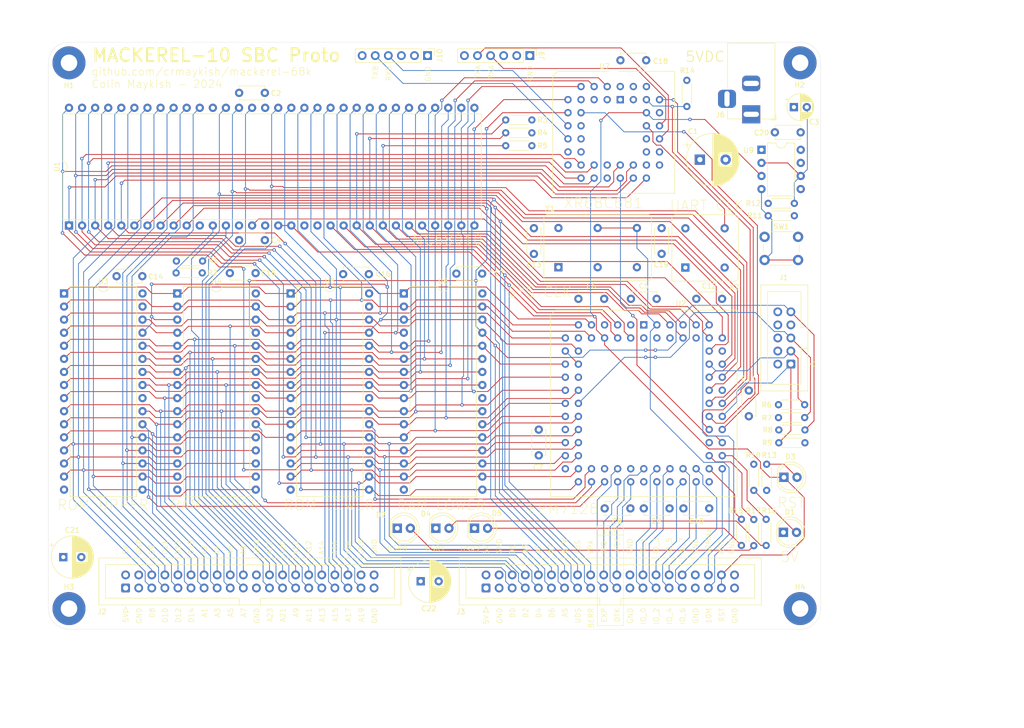
<source format=kicad_pcb>
(kicad_pcb (version 20240108) (generator "pcbnew") (generator_version "8.0")
  (title_block (title "Mackerel-10 SBC Proto") (date "2024-08-22") (rev "0.1") (company "Colin Maykish"))
  (layers (0 "F.Cu" signal) (1 "In1.Cu" signal) (2 "In2.Cu" signal) (31 "B.Cu" signal) (34 "B.Paste" user) (35 "F.Paste" user) (36 "B.SilkS" user "B.Silkscreen") (37 "F.SilkS" user "F.Silkscreen") (38 "B.Mask" user) (39 "F.Mask" user) (44 "Edge.Cuts" user))
  (net 0 "")
  (net 1 "+5V")
  (net 2 "GND")
  (net 3 "{slash}RESET")
  (net 4 "Net-(D1-A)")
  (net 5 "Net-(U9-THR)")
  (net 6 "TDI")
  (net 7 "TCK")
  (net 8 "TMS")
  (net 11 "TDO")
  (net 13 "TXA")
  (net 14 "RXA")
  (net 15 "Net-(D3-A)")
  (net 16 "TXB")
  (net 17 "RXB")
  (net 19 "Net-(U1-BR)")
  (net 20 "Net-(U1-BGACK)")
  (net 23 "R{slash}W")
  (net 24 "D14")
  (net 25 "D15")
  (net 26 "A11")
  (net 27 "D0")
  (net 28 "A19")
  (net 29 "D1")
  (net 30 "{slash}UDS")
  (net 31 "D3")
  (net 32 "A2")
  (net 33 "A22")
  (net 34 "CLK_CPU")
  (net 35 "D5")
  (net 36 "A3")
  (net 37 "A20")
  (net 38 "A10")
  (net 39 "D12")
  (net 40 "A21")
  (net 41 "{slash}VPA")
  (net 42 "A4")
  (net 43 "D4")
  (net 44 "A23")
  (net 45 "FC0")
  (net 46 "A8")
  (net 47 "{slash}LDS")
  (net 48 "A17")
  (net 49 "A6")
  (net 50 "D11")
  (net 51 "A12")
  (net 52 "A16")
  (net 53 "{slash}DTACK")
  (net 55 "D10")
  (net 56 "{slash}BERR")
  (net 57 "A9")
  (net 58 "A13")
  (net 59 "{slash}AS")
  (net 60 "A1")
  (net 61 "D13")
  (net 62 "D7")
  (net 63 "D8")
  (net 65 "D6")
  (net 66 "A5")
  (net 67 "FC1")
  (net 68 "FC2")
  (net 69 "A7")
  (net 70 "D2")
  (net 71 "A18")
  (net 72 "A15")
  (net 73 "A14")
  (net 74 "D9")
  (net 75 "{slash}IACK_DUART")
  (net 76 "{slash}ROM_UPPER")
  (net 77 "{slash}IPL0")
  (net 78 "{slash}IRQ_DUART")
  (net 79 "{slash}SRAM_UPPER")
  (net 80 "{slash}SRAM_LOWER")
  (net 81 "{slash}IPL2")
  (net 82 "{slash}DUART")
  (net 83 "{slash}DTACK_DUART")
  (net 84 "{slash}IPL1")
  (net 85 "{slash}ROM_LOWER")
  (net 86 "CLK_SRC")
  (net 88 "Net-(R15-Pad1)")
  (net 91 "Net-(U7-X1{slash}CLK)")
  (net 93 "Net-(R16-Pad1)")
  (net 94 "Net-(R17-Pad1)")
  (net 96 "USR2")
  (net 104 "Net-(U9-R)")
  (net 107 "USR1")
  (net 108 "GPIO_4")
  (net 109 "GPIO_1")
  (net 110 "GPIO_0")
  (net 111 "{slash}IRQ_EXP")
  (net 112 "{slash}IACK_EXP")
  (net 113 "GPIO_2")
  (net 114 "{slash}EXP")
  (net 115 "GPIO_6")
  (net 116 "GPIO_3")
  (net 117 "GPIO_7")
  (net 118 "GPIO_5")
  (net 119 "{slash}DTACK_EXP")
  (net 124 "USR0")
  (footprint "Package_DIP:DIP-32_W15.24mm" (layer "F.Cu") (at 23.04 68.8)
    (property "Reference" "U3")
    (property "Value" "SST39SF040")
  )
  (footprint "MountingHole:MountingHole_3.2mm_M3_Pad" (layer "F.Cu") (at 166 130)
    (property "Reference" "H4")
    (property "Value" "MountingHole_Pad")
  )
  (footprint "Resistor_THT:R_Axial_DIN0204_L3.6mm_D1.6mm_P5.08mm_Horizontal" (layer "F.Cu") (at 144 32.48 90)
    (property "Reference" "R14")
    (property "Value" "R")
  )
  (footprint "Capacitor_THT:C_Disc_D4.7mm_W2.5mm_P5.00mm" (layer "F.Cu") (at 145.84 69.84)
    (property "Reference" "C12")
    (property "Value" "0.1uF")
  )
  (footprint "Capacitor_THT:C_Disc_D4.7mm_W2.5mm_P5.00mm" (layer "F.Cu") (at 139.1 56.1 -90)
    (property "Reference" "C19")
    (property "Value" "0.1uF")
  )
  (footprint "Package_DIP:DIP-32_W15.24mm" (layer "F.Cu") (at 89.04 68.8)
    (property "Reference" "U6")
    (property "Value" "AS6C4008-55PCN")
  )
  (footprint "Resistor_THT:R_Axial_DIN0204_L3.6mm_D1.6mm_P5.08mm_Horizontal" (layer "F.Cu") (at 154.6 112.66 -90)
    (property "Reference" "R15")
    (property "Value" "R")
  )
  (footprint "Resistor_THT:R_Axial_DIN0204_L3.6mm_D1.6mm_P5.08mm_Horizontal" (layer "F.Cu") (at 164.88 51.3 180)
    (property "Reference" "R12")
    (property "Value" "R")
  )
  (footprint "Capacitor_THT:CP_Radial_D10.0mm_P5.00mm" (layer "F.Cu") (at 146.532323 42.8)
    (property "Reference" "C1")
    (property "Value" "1000uF")
  )
  (footprint "Resistor_THT:R_Axial_DIN0204_L3.6mm_D1.6mm_P5.08mm_Horizontal" (layer "F.Cu") (at 159.5 107.04 90)
    (property "Reference" "R13")
    (property "Value" "R")
  )
  (footprint "LED_THT:LED_D5.0mm" (layer "F.Cu") (at 162.86 104.5)
    (property "Reference" "D3")
    (property "Value" "LED")
  )
  (footprint "Resistor_THT:R_Axial_DIN0204_L3.6mm_D1.6mm_P5.08mm_Horizontal" (layer "F.Cu") (at 164.88 53.7 180)
    (property "Reference" "R11")
    (property "Value" "R")
  )
  (footprint "Connector_IDC:IDC-Header_2x20_P2.54mm_Vertical" (layer "F.Cu") (at 35 126 90)
    (property "Reference" "J2")
    (property "Value" "Conn_02x20_Odd_Even")
  )
  (footprint "Capacitor_THT:C_Disc_D4.7mm_W2.5mm_P5.00mm" (layer "F.Cu") (at 57.04 58.44)
    (property "Reference" "C4")
    (property "Value" "0.1uF")
  )
  (footprint "Package_DIP:DIP-64_W22.86mm" (layer "F.Cu") (at 24 55.6 90)
    (property "Reference" "U1")
    (property "Value" "68010D")
  )
  (footprint "Package_LCC:PLCC-44_THT-Socket" (layer "F.Cu") (at 131.07 31.15)
    (property "Reference" "U7")
    (property "Value" "XR68C681")
  )
  (footprint "Button_Switch_THT:SW_PUSH_6mm_H5mm" (layer "F.Cu") (at 159.1 57.8)
    (property "Reference" "SW1")
    (property "Value" "SW_Push")
  )
  (footprint "MountingHole:MountingHole_3.2mm_M3_Pad" (layer "F.Cu") (at 166 24)
    (property "Reference" "H2")
    (property "Value" "MountingHole_Pad")
  )
  (footprint "Resistor_THT:R_Axial_DIN0204_L3.6mm_D1.6mm_P5.08mm_Horizontal" (layer "F.Cu") (at 49.88 64.8 180)
    (property "Reference" "R2")
    (property "Value" "R")
  )
  (footprint "Package_DIP:DIP-32_W15.24mm" (layer "F.Cu") (at 45.04 68.8)
    (property "Reference" "U4")
    (property "Value" "AS6C4008-55PCN")
  )
  (footprint "Capacitor_THT:CP_Radial_D8.0mm_P3.50mm" (layer "F.Cu") (at 22.9 120)
    (property "Reference" "C21")
    (property "Value" "1000uF")
  )
  (footprint "MountingHole:MountingHole_3.2mm_M3_Pad" (layer "F.Cu") (at 24 130)
    (property "Reference" "H3")
    (property "Value" "MountingHole_Pad")
  )
  (footprint "Capacitor_THT:C_Disc_D4.7mm_W2.5mm_P5.00mm" (layer "F.Cu") (at 104.24 64.94 180)
    (property "Reference" "C17")
    (property "Value" "0.1uF")
  )
  (footprint "Capacitor_THT:C_Disc_D4.7mm_W2.5mm_P5.00mm" (layer "F.Cu") (at 122.94 69.84)
    (property "Reference" "C6")
    (property "Value" "0.1uF")
  )
  (footprint "Oscillator:Oscillator_DIP-14" (layer "F.Cu") (at 119.06 63.7)
    (property "Reference" "X1")
    (property "Value" "50MHz")
  )
  (footprint "LED_THT:LED_D5.0mm" (layer "F.Cu") (at 95.26 114.4)
    (property "Reference" "D4")
    (property "Value" "LED")
  )
  (footprint "Capacitor_THT:C_Disc_D4.7mm_W2.5mm_P5.00mm" (layer "F.Cu") (at 133.14 69.84)
    (property "Reference" "C5")
    (property "Value" "0.1uF")
  )
  (footprint "Connector_PinHeader_2.54mm:PinHeader_1x06_P2.54mm_Vertical" (layer "F.Cu") (at 93.64 22.6 -90)
    (property "Reference" "J10")
    (property "Value" "Conn_01x06")
  )
  (footprint "Resistor_THT:R_Axial_DIN0204_L3.6mm_D1.6mm_P5.08mm_Horizontal" (layer "F.Cu") (at 113.9 35.1 180)
    (property "Reference" "R3")
    (property "Value" "R")
  )
  (footprint "Capacitor_THT:C_Disc_D4.7mm_W2.5mm_P5.00mm" (layer "F.Cu") (at 148.34 110.54 180)
    (property "Reference" "C10")
    (property "Value" "0.1uF")
  )
  (footprint "Package_DIP:DIP-32_W15.24mm" (layer "F.Cu") (at 67.04 68.8)
    (property "Reference" "U5")
    (property "Value" "SST39SF040")
  )
  (footprint "Capacitor_THT:C_Disc_D4.7mm_W2.5mm_P5.00mm" (layer "F.Cu") (at 82.24 65.04 180)
    (property "Reference" "C16")
    (property "Value" "0.1uF")
  )
  (footprint "Capacitor_THT:CP_Radial_D8.0mm_P3.50mm" (layer "F.Cu") (at 92.3 124.7)
    (property "Reference" "C22")
    (property "Value" "1000uF")
  )
  (footprint "Capacitor_THT:C_Disc_D4.7mm_W2.5mm_P5.00mm" (layer "F.Cu") (at 114.3 56.12 -90)
    (property "Reference" "C13")
    (property "Value" "0.1uF")
  )
  (footprint "Capacitor_THT:C_Disc_D4.7mm_W2.5mm_P5.00mm" (layer "F.Cu") (at 156.04 87.64 -90)
    (property "Reference" "C11")
    (property "Value" "0.1uF")
  )
  (footprint "Resistor_THT:R_Axial_DIN0204_L3.6mm_D1.6mm_P5.08mm_Horizontal" (layer "F.Cu") (at 113.9 40.1 180)
    (property "Reference" "R5")
    (property "Value" "R")
  )
  (footprint "Resistor_THT:R_Axial_DIN0204_L3.6mm_D1.6mm_P5.08mm_Horizontal" (layer "F.Cu") (at 157 112.7 -90)
    (property "Reference" "R17")
    (property "Value" "R")
  )
  (footprint "Connector_IDC:IDC-Header_2x20_P2.54mm_Vertical" (layer "F.Cu") (at 105 126 90)
    (property "Reference" "J3")
    (property "Value" "Conn_02x20_Odd_Even")
  )
  (footprint "LED_THT:LED_D5.0mm" (layer "F.Cu") (at 162.76 115.2)
    (property "Reference" "D1")
    (property "Value" "LED")
  )
  (footprint "Resistor_THT:R_Axial_DIN0204_L3.6mm_D1.6mm_P5.08mm_Horizontal" (layer "F.Cu") (at 159.4 112.66 -90)
    (property "Reference" "R16")
    (property "Value" "R")
  )
  (footprint "Resistor_THT:R_Axial_DIN0204_L3.6mm_D1.6mm_P5.08mm_Horizontal" (layer "F.Cu") (at 113.9 37.6 180)
    (property "Reference" "R4")
    (property "Value" "R")
  )
  (footprint "Connector_BarrelJack:BarrelJack_Horizontal" (layer "F.Cu") (at 156.5 34 -90)
    (property "Reference" "J6")
    (property "Value" "Barrel_Jack_MountingPin")
  )
  (footprint "Resistor_THT:R_Axial_DIN0204_L3.6mm_D1.6mm_P5.08mm_Horizontal" (layer "F.Cu") (at 157 101.96 -90)
    (property "Reference" "R10")
    (property "Value" "R")
  )
  (footprint "MountingHole:MountingHole_3.2mm_M3_Pad" (layer "F.Cu") (at 24 24)
    (property "Reference" "H1")
    (property "Value" "MountingHole_Pad")
  )
  (footprint "Connector_IDC:IDC-Header_2x05_P2.54mm_Vertical" (layer "F.Cu") (at 164.2 82.52 180)
    (property "Reference" "J1")
    (property "Value" "Conn_02x05_Odd_Even")
  )
  (footprint "Capacitor_THT:C_Disc_D4.7mm_W2.5mm_P5.00mm" (layer "F.Cu") (at 135.64 110.54)
    (property "Reference" "C9")
    (property "Value" "0.1uF")
  )
  (footprint "Connector_PinHeader_2.54mm:PinHeader_1x06_P2.54mm_Vertical" (layer "F.Cu") (at 113.5 22.6 -90)
    (property "Reference" "J9")
    (property "Value" "Conn_01x06")
  )
  (footprint "Capacitor_THT:C_Disc_D4.7mm_W2.5mm_P5.00mm" (layer "F.Cu") (at 131.1 23.5)
    (property "Reference" "C18")
    (property "Value" "0.1uF")
  )
  (footprint "Package_DIP:DIP-8_W7.62mm" (layer "F.Cu") (at 158.5 40.9)
    (property "Reference" "U9")
    (property "Value" "NE555P")
  )
  (footprint "Resistor_THT:R_Axial_DIN0204_L3.6mm_D1.6mm_P5.08mm_Horizontal" (layer "F.Cu") (at 161.86 95.3)
    (property "Reference" "R8")
    (property "Value" "R")
  )
  (footprint "Resistor_THT:R_Axial_DIN0204_L3.6mm_D1.6mm_P5.08mm_Horizontal" (layer "F.Cu") (at 161.86 97.8)
    (property "Reference" "R9")
    (property "Value" "R")
  )
  (footprint "Oscillator:Oscillator_DIP-8" (layer "F.Cu") (at 143.72 63.76)
    (property "Reference" "X2")
    (property "Value" "3.6864MHz")
  )
  (footprint "Capacitor_THT:C_Disc_D4.7mm_W2.5mm_P5.00mm" (layer "F.Cu") (at 115.24 95.24 -90)
    (property "Reference" "C7")
    (property "Value" "0.1uF")
  )
  (footprint "Capacitor_THT:C_Disc_D4.7mm_W2.5mm_P5.00mm" (layer "F.Cu") (at 62.04 29.84 180)
    (property "Reference" "C2")
    (property "Value" "0.1uF")
  )
  (footprint "Capacitor_THT:C_Disc_D4.7mm_W2.5mm_P5.00mm" (layer "F.Cu") (at 38.24 65.44 180)
    (property "Reference" "C14")
    (property "Value" "0.1uF")
  )
  (footprint "Capacitor_THT:C_Disc_D4.7mm_W2.5mm_P5.00mm" (layer "F.Cu") (at 166.1 37.5 180)
    (property "Reference" "C20")
    (property "Value" "0.1uF")
  )
  (footprint "Capacitor_THT:C_Disc_D4.7mm_W2.5mm_P5.00mm" (layer "F.Cu") (at 128.04 110.54)
    (property "Reference" "C8")
    (property "Value" "0.1uF")
  )
  (footprint "Capacitor_THT:CP_Radial_D5.0mm_P2.50mm" (layer "F.Cu") (at 164.794888 32.6)
    (property "Reference" "C3")
    (property "Value" "C_Polarized")
  )
  (footprint "Package_LCC:PLCC-84_THT-Socket" (layer "F.Cu") (at 135.64 74.9)
    (property "Reference" "U2")
    (property "Value" "~")
  )
  (footprint "LED_THT:LED_D5.0mm" (layer "F.Cu") (at 87.76 114.4)
    (property "Reference" "D2")
    (property "Value" "LED")
  )
  (footprint "Resistor_THT:R_Axial_DIN0204_L3.6mm_D1.6mm_P5.08mm_Horizontal" (layer "F.Cu") (at 44.86 62.5)
    (property "Reference" "R1")
    (property "Value" "R")
  )
  (footprint "LED_THT:LED_D5.0mm" (layer "F.Cu") (at 102.76 114.4)
    (property "Reference" "D5")
    (property "Value" "LED")
  )
  (footprint "Resistor_THT:R_Axial_DIN0204_L3.6mm_D1.6mm_P5.08mm_Horizontal" (layer "F.Cu") (at 161.8 90.4)
    (property "Reference" "R6")
    (property "Value" "R")
  )
  (footprint "Capacitor_THT:C_Disc_D4.7mm_W2.5mm_P5.00mm" (layer "F.Cu") (at 60.24 64.84 180)
    (property "Reference" "C15")
    (property "Value" "0.1uF")
  )
  (footprint "Resistor_THT:R_Axial_DIN0204_L3.6mm_D1.6mm_P5.08mm_Horizontal" (layer "F.Cu") (at 161.8 92.9)
    (property "Reference" "R7")
    (property "Value" "R")
  )
  (gr_line (start 126.6 115.7) (end 131.7 115.7) (stroke (width 0.1)) (layer "F.SilkS"))
  (gr_rect (start 126.6 113.9) (end 131.7 133.3) (stroke (width 0.1)) (fill none) (layer "F.SilkS"))
  (gr_arc (start 166 20) (mid 168.828427 21.171573) (end 170 24) (stroke (width 0.05)) (layer "Edge.Cuts"))
  (gr_line (start 20 130) (end 20 24) (stroke (width 0.05)) (layer "Edge.Cuts"))
  (gr_arc (start 24 134) (mid 21.171573 132.828427) (end 20 130) (stroke (width 0.05)) (layer "Edge.Cuts"))
  (gr_arc (start 20 24) (mid 21.171573 21.171573) (end 24 20) (stroke (width 0.05)) (layer "Edge.Cuts"))
  (gr_line (start 166 134) (end 24 134) (stroke (width 0.05)) (layer "Edge.Cuts"))
  (gr_line (start 170 24) (end 170 130) (stroke (width 0.05)) (layer "Edge.Cuts"))
  (gr_arc (start 170 130) (mid 168.828427 132.828427) (end 166 134) (stroke (width 0.05)) (layer "Edge.Cuts"))
  (gr_line (start 24 20) (end 166 20) (stroke (width 0.05)) (layer "Edge.Cuts"))
  (gr_text "A13" (at 73.76 129.8 90) (layer "F.SilkS") (effects (font (size 1 1) (thickness 0.1)) (justify right bottom)))
  (gr_text "GND" (at 146.3 129.8 90) (layer "F.SilkS") (effects (font (size 1 1) (thickness 0.1)) (justify right bottom)))
  (gr_text "GND" (at 38.2 129.8 90) (layer "F.SilkS") (effects (font (size 1 1) (thickness 0.1)) (justify right bottom)))
  (gr_text "IO_0" (at 136.14 129.8 90) (layer "F.SilkS") (effects (font (size 1 1) (thickness 0.1)) (justify right bottom)))
  (gr_text "D11" (at 43.22 119.6 90) (layer "F.SilkS") (effects (font (size 1 1) (thickness 0.1)) (justify left bottom)))
  (gr_text "GND" (at 94.3 24.6 90) (layer "F.SilkS") (effects (font (size 1 1) (thickness 0.1)) (justify right bottom)))
  (gr_text "D1" (at 110.68 119.5 90) (layer "F.SilkS") (effects (font (size 1 1) (thickness 0.1)) (justify left bottom)))
  (gr_text "D14" (at 48.36 129.8 90) (layer "F.SilkS") (effects (font (size 1 1) (thickness 0.1)) (justify right bottom)))
  (gr_text "GND" (at 153.3 119.5 90) (layer "F.SilkS") (effects (font (size 1 1) (thickness 0.1)) (justify left bottom)))
  (gr_text "A16" (at 76.24 119.6 90) (layer "F.SilkS") (effects (font (size 1 1) (thickness 0.1)) (justify left bottom)))
  (gr_text "A18" (at 78.78 119.6 90) (layer "F.SilkS") (effects (font (size 1 1) (thickness 0.1)) (justify left bottom)))
  (gr_text "USR2" (at 99.9 119.1 0) (layer "F.SilkS") (effects (font (size 1 1) (thickness 0.1)) (justify left bottom)))
  (gr_text "GND" (at 83.92 129.8 90) (layer "F.SilkS") (effects (font (size 1 1) (thickness 0.1)) (justify right bottom)))
  (gr_text "GND" (at 133.6 129.8 90) (layer "F.SilkS") (effects (font (size 1 1) (thickness 0.1)) (justify right bottom)))
  (gr_text "D13" (at 45.76 119.6 90) (layer "F.SilkS") (effects (font (size 1 1) (thickness 0.1)) (justify left bottom)))
  (gr_text "A5" (at 55.98 129.8 90) (layer "F.SilkS") (effects (font (size 1 1) (thickness 0.1)) (justify right bottom)))
  (gr_text "A8" (at 58.46 119.6 90) (layer "F.SilkS") (effects (font (size 1 1) (thickness 0.1)) (justify left bottom)))
  (gr_text "SYS CLK" (at 109 69.7 0) (layer "F.SilkS") (effects (font (size 2 2) (thickness 0.1)) (justify left bottom)))
  (gr_text "TXA" (at 104 24.4 90) (layer "F.SilkS") (effects (font (size 1 1) (thickness 0.1)) (justify right bottom)))
  (gr_text "XR68C681" (at 120 52.4 0) (layer "F.SilkS") (effects (font (size 2 2) (thickness 0.1)) (justify left bottom)))
  (gr_text "EPM7128" (at 113.1 111.8 0) (layer "F.SilkS") (effects (font (size 2 2) (thickness 0.1)) (justify left bottom)))
  (gr_text "ROM LOWER" (at 65.64 111.05 0) (layer "F.SilkS") (effects (font (size 2 2) (thickness 0.1)) (justify left bottom)))
  (gr_text "A21" (at 66.14 129.8 90) (layer "F.SilkS") (effects (font (size 1 1) (thickness 0.1)) (justify right bottom)))
  (gr_text "D4" (at 115.82 129.8 90) (layer "F.SilkS") (effects (font (size 1 1) (thickness 0.1)) (justify right bottom)))
  (gr_text "IO_4" (at 141.22 129.8 90) (layer "F.SilkS") (effects (font (size 1 1) (thickness 0.1)) (justify right bottom)))
  (gr_text "A9" (at 68.68 129.8 90) (layer "F.SilkS") (effects (font (size 1 1) (thickness 0.1)) (justify right bottom)))
  (gr_text "EXP" (at 127.7 115.4 0) (layer "F.SilkS") (effects (font (size 1 1) (thickness 0.1)) (justify left bottom)))
  (gr_text "A12" (at 71.16 119.6 90) (layer "F.SilkS") (effects (font (size 1 1) (thickness 0.1)) (justify left bottom)))
  (gr_text "IO_7" (at 143.7 119.5 90) (layer "F.SilkS") (effects (font (size 1 1) (thickness 0.1)) (justify left bottom)))
  (gr_text "5V" (at 35.6 132.8 90) (layer "F.SilkS") (effects (font (size 1 1) (thickness 0.1)) (justify left bottom)))
  (gr_text "A6" (at 55.92 119.6 90) (layer "F.SilkS") (effects (font (size 1 1) (thickness 0.1)) (justify left bottom)))
  (gr_text "5V" (at 162.1 121.1 0) (layer "F.SilkS") (effects (font (size 2 2) (thickness 0.1)) (justify left bottom)))
  (gr_text "A11" (at 71.22 129.8 90) (layer "F.SilkS") (effects (font (size 1 1) (thickness 0.1)) (justify right bottom)))
  (gr_text "RST" (at 151.38 129.8 90) (layer "F.SilkS") (effects (font (size 1 1) (thickness 0.1)) (justify right bottom)))
  (gr_text "RST" (at 161.5 110.6 0) (layer "F.SilkS") (effects (font (size 2 2) (thickness 0.1)) (justify left bottom)))
  (gr_text "A19" (at 81.38 129.8 90) (layer "F.SilkS") (effects (font (size 1 1) (thickness 0.1)) (justify right bottom)))
  (gr_text "DTK" (at 131.06 129.8 90) (layer "F.SilkS") (effects (font (size 1 1) (thickness 0.1)) (justify right bottom)))
  (gr_text "GND" (at 153.92 129.8 90) (layer "F.SilkS") (effects (font (size 1 1) (thickness 0.1)) (justify right bottom)))
  (gr_text "RXA" (at 106.6 24.4 90) (layer "F.SilkS") (effects (font (size 1 1) (thickness 0.1)) (justify right bottom)))
  (gr_text "MACKEREL-10 SBC Proto" (at 28.3 24 0) (layer "F.SilkS") (effects (font (size 2.5 2.5) (thickness 0.4)) (justify left bottom)))
  (gr_text "LDS" (at 123.38 119.5 90) (layer "F.SilkS") (effects (font (size 1 1) (thickness 0.1)) (justify left bottom)))
  (gr_text "A7" (at 58.52 129.8 90) (layer "F.SilkS") (effects (font (size 1 1) (thickness 0.1)) (justify right bottom)))
  (gr_text "A1" (at 50.9 129.8 90) (layer "F.SilkS") (effects (font (size 1 1) (thickness 0.1)) (justify right bottom)))
  (gr_text "GND" (at 133.54 119.5 90) (layer "F.SilkS") (effects (font (size 1 1) (thickness 0.1)) (justify left bottom)))
  (gr_text "10M" (at 148.84 129.8 90) (layer "F.SilkS") (effects (font (size 1 1) (thickness 0.1)) (justify right bottom)))
  (gr_text "R/W" (at 120.84 119.5 90) (layer "F.SilkS") (effects (font (size 1 1) (thickness 0.1)) (justify left bottom)))
  (gr_text "A15" (at 76.3 129.8 90) (layer "F.SilkS") (effects (font (size 1 1) (thickness 0.1)) (justify right bottom)))
  (gr_text "GND" (at 83.86 119.6 90) (layer "F.SilkS") (effects (font (size 1 1) (thickness 0.1)) (justify left bottom)))
  (gr_text "VPA" (at 125.92 119.5 90) (layer "F.SilkS") (effects (font (size 1 1) (thickness 0.1)) (justify left bottom)))
  (gr_text "D6" (at 118.36 129.8 90) (layer "F.SilkS") (effects (font (size 1 1) (thickness 0.1)) (justify right bottom)))
  (gr_text "RAM LOWER" (at 87.64 111.05 0) (layer "F.SilkS") (effects (font (size 2 2) (thickness 0.1)) (justify left bottom)))
  (gr_text "GND" (at 114.2 24.5 90) (layer "F.SilkS") (effects (font (size 1 1) (thickness 0.1)) (justify right bottom)))
  (gr_text "GND" (at 61 119.6 90) (layer "F.SilkS") (effects (font (size 1 1) (thickness 0.1)) (justify left bottom)))
  (gr_text "RST" (at 151.32 119.5 90) (layer "F.SilkS") (effects (font (size 1 1) (thickness 0.1)) (justify left bottom)))
  (gr_text "A20" (at 66.08 119.6 90) (layer "F.SilkS") (effects (font (size 1 1) (thickness 0.1)) (justify left bottom)))
  (gr_text "A22" (at 63.54 119.6 90) (layer "F.SilkS") (effects (font (size 1 1) (thickness 0.1)) (justify left bottom)))
  (gr_text "RAM UPPER" (at 43.64 111.05 0) (layer "F.SilkS") (effects (font (size 2 2) (thickness 0.1)) (justify left bottom)))
  (gr_text "A4" (at 53.38 119.6 90) (layer "F.SilkS") (effects (font (size 1 1) (thickness 0.1)) (justify left bottom)))
  (gr_text "UART CLK" (at 140.6 52.9 0) (layer "F.SilkS") (effects (font (size 2 2) (thickness 0.1)) (justify left bottom)))
  (gr_text "EXP" (at 128.52 129.8 90) (layer "F.SilkS") (effects (font (size 1 1) (thickness 0.1)) (justify right bottom)))
  (gr_text "A23" (at 63.6 129.8 90) (layer "F.SilkS") (effects (font (size 1 1) (thickness 0.1)) (justify right bottom)))
  (gr_text "IO_1" (at 136.08 119.5 90) (layer "F.SilkS") (effects (font (size 1 1) (thickness 0.1)) (justify left bottom)))
  (gr_text "D9" (at 40.68 119.6 90) (layer "F.SilkS") (effects (font (size 1 1) (thickness 0.1)) (justify left bottom)))
  (gr_text "5V" (at 105.6 119.5 90) (layer "F.SilkS") (effects (font (size 1 1) (thickness 0.1)) (justify left bottom)))
  (gr_text "D12" (at 45.82 129.8 90) (layer "F.SilkS") (effects (font (size 1 1) (thickness 0.1)) (justify right bottom)))
  (gr_text "GND" (at 108.2 129.8 90) (layer "F.SilkS") (effects (font (size 1 1) (thickness 0.1)) (justify right bottom)))
  (gr_text "5VDC" (at 143.6 24 0) (layer "F.SilkS") (effects (font (size 2 2) (thickness 0.2)) (justify left bottom)))
  (gr_text "GND" (at 81.32 119.6 90) (layer "F.SilkS") (effects (font (size 1 1) (thickness 0.1)) (justify left bottom)))
  (gr_text "A2" (at 50.84 119.6 90) (layer "F.SilkS") (effects (font (size 1 1) (thickness 0.1)) (justify left bottom)))
  (gr_text "BERR" (at 125.98 129.8 90) (layer "F.SilkS") (effects (font (size 1 1) (thickness 0.1)) (justify right bottom)))
  (gr_text "GND" (at 146.24 119.5 90) (layer "F.SilkS") (effects (font (size 1 1) (thickness 0.1)) (justify left bottom)))
  (gr_text "ROM UPPER" (at 21.64 111.05 0) (layer "F.SilkS") (effects (font (size 2 2) (thickness 0.1)) (justify left bottom)))
  (gr_text "MC68010" (at 90.5 59.6 0) (layer "F.SilkS") (effects (font (size 2 2) (thickness 0.1)) (justify left bottom)))
  (gr_text "D2" (at 113.28 129.8 90) (layer "F.SilkS") (effects (font (size 1 1) (thickness 0.1)) (justify right bottom)))
  (gr_text "A3" (at 53.44 129.8 90) (layer "F.SilkS") (effects (font (size 1 1) (thickness 0.1)) (justify right bottom)))
  (gr_text "USR1" (at 93.1 118.9 0) (layer "F.SilkS") (effects (font (size 1 1) (thickness 0.1)) (justify left bottom)))
  (gr_text "A10" (at 68.62 119.6 90) (layer "F.SilkS") (effects (font (size 1 1) (thickness 0.1)) (justify left bottom)))
  (gr_text "D15" (at 48.3 119.6 90) (layer "F.SilkS") (effects (font (size 1 1) (thickness 0.1)) (justify left bottom)))
  (gr_text "github.com/crmaykish/mackerel-68k\nColin Maykish - 2024" (at 28.3 29 0) (layer "F.SilkS") (effects (font (size 1.5 1.5) (thickness 0.1)) (justify left bottom)))
  (gr_text "D7" (at 118.3 119.5 90) (layer "F.SilkS") (effects (font (size 1 1) (thickness 0.1)) (justify left bottom)))
  (gr_text "D8" (at 40.74 129.8 90) (layer "F.SilkS") (effects (font (size 1 1) (thickness 0.1)) (justify right bottom)))
  (gr_text "UDS" (at 123.44 129.8 90) (layer "F.SilkS") (effects (font (size 1 1) (thickness 0.1)) (justify right bottom)))
  (gr_text "5V" (at 105.6 131.2 90) (layer "F.SilkS") (effects (font (size 1 1) (thickness 0.1)) (justify right bottom)))
  (gr_text "IO_2" (at 138.68 129.8 90) (layer "F.SilkS") (effects (font (size 1 1) (thickness 0.1)) (justify right bottom)))
  (gr_text "USR0" (at 85.7 118.9 0) (layer "F.SilkS") (effects (font (size 1 1) (thickness 0.1)) (justify left bottom)))
  (gr_text "IO_5" (at 141.16 119.5 90) (layer "F.SilkS") (effects (font (size 1 1) (thickness 0.1)) (justify left bottom)))
  (gr_text "GND" (at 38.14 119.6 90) (layer "F.SilkS") (effects (font (size 1 1) (thickness 0.1)) (justify left bottom)))
  (gr_text "A17" (at 78.84 129.8 90) (layer "F.SilkS") (effects (font (size 1 1) (thickness 0.1)) (justify right bottom)))
  (gr_text "IACK" (at 131 119.5 90) (layer "F.SilkS") (effects (font (size 1 1) (thickness 0.1)) (justify left bottom)))
  (gr_text "GND" (at 61.06 129.8 90) (layer "F.SilkS") (effects (font (size 1 1) (thickness 0.1)) (justify right bottom)))
  (gr_text "TXB" (at 84.1 24.5 90) (layer "F.SilkS") (effects (font (size 1 1) (thickness 0.1)) (justify right bottom)))
  (gr_text "AS" (at 120.9 129.8 90) (layer "F.SilkS") (effects (font (size 1 1) (thickness 0.1)) (justify right bottom)))
  (gr_text "GND" (at 108.14 119.5 90) (layer "F.SilkS") (effects (font (size 1 1) (thickness 0.1)) (justify left bottom)))
  (gr_text "D5" (at 115.76 119.5 90) (layer "F.SilkS") (effects (font (size 1 1) (thickness 0.1)) (justify left bottom)))
  (gr_text "IRQ" (at 128.46 119.5 90) (layer "F.SilkS") (effects (font (size 1 1) (thickness 0.1)) (justify left bottom)))
  (gr_text "D10" (at 43.28 129.8 90) (layer "F.SilkS") (effects (font (size 1 1) (thickness 0.1)) (justify right bottom)))
  (gr_text "5V" (at 35.6 119.6 90) (layer "F.SilkS") (effects (font (size 1 1) (thickness 0.1)) (justify left bottom)))
  (gr_text "A14" (at 73.7 119.6 90) (layer "F.SilkS") (effects (font (size 1 1) (thickness 0.1)) (justify left bottom)))
  (gr_text "D0" (at 110.74 129.8 90) (layer "F.SilkS") (effects (font (size 1 1) (thickness 0.1)) (justify right bottom)))
  (gr_text "RXB" (at 86.7 24.5 90) (layer "F.SilkS") (effects (font (size 1 1) (thickness 0.1)) (justify right bottom)))
  (gr_text "D3" (at 113.22 119.5 90) (layer "F.SilkS") (effects (font (size 1 1) (thickness 0.1)) (justify left bottom)))
  (gr_text "50MHz" (at 148.78 119.5 90) (layer "F.SilkS") (effects (font (size 1 1) (thickness 0.1)) (justify left bottom)))
  (gr_text "IO_6" (at 143.76 129.8 90) (layer "F.SilkS") (effects (font (size 1 1) (thickness 0.1)) (justify right bottom)))
  (gr_text "IO_3" (at 138.62 119.5 90) (layer "F.SilkS") (effects (font (size 1 1) (thickness 0.1)) (justify left bottom)))
  (segment (start 162.86 104.5) (end 160.1 104.5) (width 0.1524) (layer "F.Cu") (net 3))
  (segment (start 126.1 73.3) (end 126.4198 73.6198) (width 0.1524) (layer "F.Cu") (net 3))
  (segment (start 147.5 35) (end 158.48 45.98) (width 0.1524) (layer "F.Cu") (net 3))
  (segment (start 158.3 102.7) (end 158.3 101.5) (width 0.1524) (layer "F.Cu") (net 3))
  (segment (start 126.4198 73.6198) (end 126.4198 75.8398) (width 0.1524) (layer "F.Cu") (net 3))
  (segment (start 158.48 45.98) (end 158.5 45.98) (width 0.1524) (layer "F.Cu") (net 3))
  (segment (start 101.84 60.74) (end 72.32 60.74) (width 0.1524) (layer "F.Cu") (net 3))
  (segment (start 154.58 119.6) (end 163.5 119.6) (width 0.1524) (layer "F.Cu") (net 3))
  (segment (start 128.02 78.769078) (end 128.02 77.44) (width 0.1524) (layer "F.Cu") (net 3))
  (segment (start 166.8 116.3) (end 166.8 108.44) (width 0.1524) (layer "F.Cu") (net 3))
  (segment (start 144.6 35) (end 147.5 35) (width 0.1524) (layer "F.Cu") (net 3))
  (segment (start 150.72 123.46) (end 154.58 119.6) (width 0.1524) (layer "F.Cu") (net 3))
  (segment (start 148.250922 99) (end 128.02 78.769078) (width 0.1524) (layer "F.Cu") (net 3))
  (segment (start 127.3 35.2) (end 128.81 33.69) (width 0.1524) (layer "F.Cu") (net 3))
  (segment (start 128.81 33.69) (end 136.15 33.69) (width 0.1524) (layer "F.Cu") (net 3))
  (segment (start 160.1 104.5) (end 158.3 102.7) (width 0.1524) (layer "F.Cu") (net 3))
  (segment (start 114.24 73.14) (end 101.84 60.74) (width 0.1524) (layer "F.Cu") (net 3))
  (segment (start 64.64 55.6) (end 67.18 55.6) (width 0.1524) (layer "F.Cu") (net 3))
  (segment (start 158.3 101.5) (end 155.8 99) (width 0.1524) (layer "F.Cu") (net 3))
  (segment (start 126.4198 75.8398) (end 128.02 77.44) (width 0.1524) (layer "F.Cu") (net 3))
  (segment (start 126.1 73.3) (end 125.94 73.14) (width 0.1524) (layer "F.Cu") (net 3))
  (segment (start 155.8 99) (end 148.250922 99) (width 0.1524) (layer "F.Cu") (net 3))
  (segment (start 125.94 73.14) (end 114.24 73.14) (width 0.1524) (layer "F.Cu") (net 3))
  (segment (start 163.5 119.6) (end 166.8 116.3) (width 0.1524) (layer "F.Cu") (net 3))
  (segment (start 72.32 60.74) (end 67.18 55.6) (width 0.1524) (layer "F.Cu") (net 3))
  (segment (start 166.8 108.44) (end 162.86 104.5) (width 0.1524) (layer "F.Cu") (net 3))
  (via (at 126.1 73.3) (size 0.6604) (drill 0.3302) (layers "F.Cu" "B.Cu") (net 3))
  (via (at 144.6 35) (size 0.6604) (drill 0.3302) (layers "F.Cu" "B.Cu") (net 3))
  (via (at 127.3 35.2) (size 0.6604) (drill 0.3302) (layers "F.Cu" "B.Cu") (net 3))
  (segment (start 127.3 47) (end 127.3 35.2) (width 0.1524) (layer "B.Cu") (net 3))
  (segment (start 125.3 49) (end 127.3 47) (width 0.1524) (layer "B.Cu") (net 3))
  (segment (start 125.3 72.5) (end 125.3 49) (width 0.1524) (layer "B.Cu") (net 3))
  (segment (start 137.46 35) (end 136.15 33.69) (width 0.1524) (layer "B.Cu") (net 3))
  (segment (start 126.1 73.3) (end 125.3 72.5) (width 0.1524) (layer "B.Cu") (net 3))
  (segment (start 144.6 35) (end 137.46 35) (width 0.1524) (layer "B.Cu") (net 3))
  (segment (start 150.72 126) (end 150.72 123.46) (width 0.1524) (layer "B.Cu") (net 3))
  (segment (start 157 107.04) (end 165.16 115.2) (width 0.1524) (layer "F.Cu") (net 4))
  (segment (start 165.16 115.2) (end 165.3 115.2) (width 0.1524) (layer "F.Cu") (net 4))
  (segment (start 163.58 43.44) (end 166.12 45.98) (width 0.1524) (layer "F.Cu") (net 5))
  (segment (start 158.5 43.44) (end 163.58 43.44) (width 0.1524) (layer "F.Cu") (net 5))
  (segment (start 167.4 44.7) (end 167.4 32.705112) (width 0.1524) (layer "B.Cu") (net 5))
  (segment (start 167.4 32.705112) (end 167.294888 32.6) (width 0.1524) (layer "B.Cu") (net 5))
  (segment (start 164.88 51.3) (end 164.88 47.22) (width 0.1524) (layer "B.Cu") (net 5))
  (segment (start 164.88 47.22) (end 166.12 45.98) (width 0.1524) (layer "B.Cu") (net 5))
  (segment (start 166.12 45.98) (end 167.4 44.7) (width 0.1524) (layer "B.Cu") (net 5))
  (segment (start 137.9 79.8) (end 136 79.8) (width 0.1524) (layer "F.Cu") (net 6))
  (segment (start 168.7 76.86) (end 164.2 72.36) (width 0.1524) (layer "F.Cu") (net 6))
  (segment (start 168.7 93.54) (end 168.7 76.86) (width 0.1524) (layer "F.Cu") (net 6))
  (segment (start 166.94 95.3) (end 168.7 93.54) (width 0.1524) (layer "F.Cu") (net 6))
  (via (at 136 79.8) (size 0.6604) (drill 0.3302) (layers "F.Cu" "B.Cu") (net 6))
  (via (at 137.9 79.8) (size 0.6604) (drill 0.3302) (layers "F.Cu" "B.Cu") (net 6))
  (segment (start 141.9 74.3) (end 145.1 71.1) (width 0.1524) (layer "B.Cu") (net 6))
  (segment (start 162.94 71.1) (end 164.2 72.36) (width 0.1524) (layer "B.Cu") (net 6))
  (segment (start 137.9 79.8) (end 140.3 79.8) (width 0.1524) (layer "B.Cu") (net 6))
  (segment (start 145.1 71.1) (end 162.94 71.1) (width 0.1524) (layer "B.Cu") (net 6))
  (segment (start 141.9 78.2) (end 141.9 74.3) (width 0.1524) (layer "B.Cu") (net 6))
  (segment (start 123.8 81.2) (end 121.62 81.2) (width 0.1524) (layer "B.Cu") (net 6))
  (segment (start 136 79.8) (end 125.2 79.8) (width 0.1524) (layer "B.Cu") (net 6))
  (segment (start 121.62 81.2) (end 120.4 79.98) (width 0.1524) (layer "B.Cu") (net 6))
  (segment (start 125.2 79.8) (end 123.8 81.2) (width 0.1524) (layer "B.Cu") (net 6))
  (segment (start 140.3 79.8) (end 141.9 78.2) (width 0.1524) (layer "B.Cu") (net 6))
  (segment (start 161.86 97.8) (end 164.2 95.46) (width 0.1524) (layer "F.Cu") (net 7))
  (segment (start 164.2 95.46) (end 164.2 82.52) (width 0.1524) (layer "F.Cu") (net 7))
  (segment (start 155.4 86.2) (end 153.7 87.9) (width 0.1524) (layer "B.Cu") (net 7))
  (segment (start 160.52 86.2) (end 155.4 86.2) (width 0.1524) (layer "B.Cu") (net 7))
  (segment (start 153.7 87.9) (end 153.7 89.86) (width 0.1524) (layer "B.Cu") (net 7))
  (segment (start 164.2 82.52) (end 160.52 86.2) (width 0.1524) (layer "B.Cu") (net 7))
  (segment (start 153.7 89.86) (end 150.88 92.68) (width 0.1524) (layer "B.Cu") (net 7))
  (segment (start 166.88 92.9) (end 168 91.78) (width 0.1524) (layer "F.Cu") (net 8))
  (segment (start 168 91.78) (end 168 81.24) (width 0.1524) (layer "F.Cu") (net 8))
  (segment (start 168 81.24) (end 164.2 77.44) (width 0.1524) (layer "F.Cu") (net 8))
  (segment (start 136 81.2) (end 137.9 81.2) (width 0.1524) (layer "F.Cu") (net 8))
  (via (at 137.9 81.2) (size 0.6604) (drill 0.3302) (layers "F.Cu" "B.Cu") (net 8))
  (via (at 136 81.2) (size 0.6604) (drill 0.3302) (layers "F.Cu" "B.Cu") (net 8))
  (segment (start 144.5 77.529078) (end 140.829078 81.2) (width 0.1524) (layer "B.Cu") (net 8))
  (segment (start 164.2 77.44) (end 162.96 76.2) (width 0.1524) (layer "B.Cu") (net 8))
  (segment (start 157.3 72.5) (end 145.6 72.5) (width 0.1524) (layer "B.Cu") (net 8))
  (segment (start 161 76.2) (end 157.3 72.5) (width 0.1524) (layer "B.Cu") (net 8))
  (segment (start 140.829078 81.2) (end 137.9 81.2) (width 0.1524) (layer "B.Cu") (net 8))
  (segment (start 136 81.2) (end 131.88 81.2) (width 0.1524) (layer "B.Cu") (net 8))
  (segment (start 131.88 81.2) (end 122.94 90.14) (width 0.1524) (layer "B.Cu") (net 8))
  (segment (start 144.5 73.6) (end 144.5 77.529078) (width 0.1524) (layer "B.Cu") (net 8))
  (segment (start 144.5 73.6) (end 145.6 72.5) (width 0.1524) (layer "B.Cu") (net 8))
  (segment (start 161 76.2) (end 162.96 76.2) (width 0.1524) (layer "B.Cu") (net 8))
  (segment (start 165.6 81.38) (end 164.2 79.98) (width 0.1524) (layer "F.Cu") (net 11))
  (segment (start 166.88 90.4) (end 165.6 89.12) (width 0.1524) (layer "F.Cu") (net 11))
  (segment (start 165.6 89.12) (end 165.6 81.38) (width 0.1524) (layer "F.Cu") (net 11))
  (segment (start 158.3 81.3) (end 155.8 83.8) (width 0.1524) (layer "B.Cu") (net 11))
  (segment (start 149.62 83.8) (end 148.34 82.52) (width 0.1524) (layer "B.Cu") (net 11))
  (segment (start 162.88 81.3) (end 158.3 81.3) (width 0.1524) (layer "B.Cu") (net 11))
  (segment (start 155.8 83.8) (end 149.62 83.8) (width 0.1524) (layer "B.Cu") (net 11))
  (segment (start 164.2 79.98) (end 162.88 81.3) (width 0.1524) (layer "B.Cu") (net 11))
  (segment (start 140.4 37.06) (end 140.4 30.3) (width 0.1524) (layer "F.Cu") (net 13))
  (segment (start 104.84 21.1) (end 103.34 22.6) (width 0.1524) (layer "F.Cu") (net 13))
  (segment (start 138.69 38.77) (end 140.4 37.06) (width 0.1524) (layer "F.Cu") (net 13))
  (segment (start 131.2 21.1) (end 104.84 21.1) (width 0.1524) (layer "F.Cu") (net 13))
  (segment (start 140.4 30.3) (end 131.2 21.1) (width 0.1524) (layer "F.Cu") (net 13))
  (segment (start 134.1 25.1) (end 108.38 25.1) (width 0.1524) (layer "F.Cu") (net 14))
  (segment (start 138.69 36.23) (end 139.9 35.02) (width 0.1524) (layer "F.Cu") (net 14))
  (segment (start 139.9 30.9) (end 134.1 25.1) (width 0.1524) (layer "F.Cu") (net 14))
  (segment (start 139.9 35.02) (end 139.9 30.9) (width 0.1524) (layer "F.Cu") (net 14))
  (segment (start 108.38 25.1) (end 105.88 22.6) (width 0.1524) (layer "F.Cu") (net 14))
  (segment (start 165.4 104.5) (end 162.86 101.96) (width 0.1524) (layer "F.Cu") (net 15))
  (segment (start 162.86 101.96) (end 159.5 101.96) (width 0.1524) (layer "F.Cu") (net 15))
  (segment (start 88.88 28) (end 83.48 22.6) (width 0.1524) (layer "B.Cu") (net 16))
  (segment (start 110.14 28) (end 88.88 28) (width 0.1524) (layer "B.Cu") (net 16))
  (segment (start 120.91 38.77) (end 110.14 28) (width 0.1524) (layer "B.Cu") (net 16))
  (segment (start 120.91 36.23) (end 110.18 25.5) (width 0.1524) (layer "B.Cu") (net 17))
  (segment (start 110.18 25.5) (end 88.92 25.5) (width 0.1524) (layer "B.Cu") (net 17))
  (segment (start 88.92 25.5) (end 86.02 22.6) (width 0.1524) (layer "B.Cu") (net 17))
  (segment (start 49.94 62.5) (end 54.48 57.96) (width 0.1524) (layer "B.Cu") (net 19))
  (segment (start 54.48 57.96) (end 54.48 55.6) (width 0.1524) (layer "B.Cu") (net 19))
  (segment (start 44.8 64.8) (end 44.8 64.1) (width 0.1524) (layer "B.Cu") (net 20))
  (segment (start 44.8 64.1) (end 51.94 56.96) (width 0.1524) (layer "B.Cu") (net 20))
  (segment (start 51.94 56.96) (end 51.94 55.6) (width 0.1524) (layer "B.Cu") (net 20))
  (segment (start 48.18 51.74) (end 44.32 55.6) (width 0.1524) (layer "F.Cu") (net 23))
  (segment (start 106.8 78.9) (end 104.32 76.42) (width 0.1524) (layer "F.Cu") (net 23))
  (segment (start 122.94 82.52) (end 121.66 81.24) (width 0.1524) (layer "F.Cu") (net 23))
  (segment (start 105.14 52.34) (end 104.54 51.74) (width 0.1524) (layer "F.Cu") (net 23))
  (segment (start 104.54 51.74) (end 48.18 51.74) (width 0.1524) (layer "F.Cu") (net 23))
  (segment (start 109.14 81.24) (end 106.8 78.9) (width 0.1524) (layer "F.Cu") (net 23))
  (segment (start 121.66 81.24) (end 109.14 81.24) (width 0.1524) (layer "F.Cu") (net 23))
  (segment (start 105.1 36.8) (end 108.21 33.69) (width 0.1524) (layer "F.Cu") (net 23))
  (segment (start 104.32 76.42) (end 104.28 76.42) (width 0.1524) (layer "F.Cu") (net 23))
  (segment (start 59.04 66.3) (end 103.04 66.3) (width 0.1524) (layer "F.Cu") (net 23))
  (segment (start 108.21 33.69) (end 120.91 33.69) (width 0.1524) (layer "F.Cu") (net 23))
  (via (at 105.1 36.8) (size 0.6604) (drill 0.3302) (layers "F.Cu" "B.Cu") (net 23))
  (via (at 103.04 66.3) (size 0.6604) (drill 0.3302) (layers "F.Cu" "B.Cu") (net 23))
  (via (at 105.14 52.34) (size 0.6604) (drill 0.3302) (layers "F.Cu" "B.Cu") (net 23))
  (via (at 106.8 78.9) (size 0.6604) (drill 0.3302) (layers "F.Cu" "B.Cu") (net 23))
  (via (at 59.04 66.3) (size 0.6604) (drill 0.3302) (layers "F.Cu" "B.Cu") (net 23))
  (segment (start 103.04 66.3) (end 103.04 75.18) (width 0.1524) (layer "B.Cu") (net 23))
  (segment (start 105.1 36.8) (end 105.1 52.3) (width 0.1524) (layer "B.Cu") (net 23))
  (segment (start 120.24 121.54) (end 106.8 108.1) (width 0.1524) (layer "B.Cu") (net 23))
  (segment (start 106.8 108.1) (end 106.8 78.9) (width 0.1524) (layer "B.Cu") (net 23))
  (segment (start 60.28 76.42) (end 59.04 75.18) (width 0.1524) (layer "B.Cu") (net 23))
  (segment (start 105.14 62.24) (end 103.04 64.34) (width 0.1524) (layer "B.Cu") (net 23))
  (segment (start 120.24 123.46) (end 120.24 121.54) (width 0.1524) (layer "B.Cu") (net 23))
  (segment (start 105.1 52.3) (end 105.14 52.34) (width 0.1524) (layer "B.Cu") (net 23))
  (segment (start 103.04 75.18) (end 104.28 76.42) (width 0.1524) (layer "B.Cu") (net 23))
  (segment (start 59.04 75.18) (end 59.04 66.3) (width 0.1524) (layer "B.Cu") (net 23))
  (segment (start 105.14 52.34) (end 105.14 62.24) (width 0.1524) (layer "B.Cu") (net 23))
  (segment (start 103.04 64.34) (end 103.04 66.3) (width 0.1524) (layer "B.Cu") (net 23))
  (segment (start 40.9 100.54) (end 45.8 100.54) (width 0.1524) (layer "F.Cu") (net 24))
  (segment (start 45.8 100.54) (end 47.04 99.3) (width 0.1524) (layer "F.Cu") (net 24))
  (segment (start 39.66 99.3) (end 40.9 100.54) (width 0.1524) (layer "F.Cu") (net 24))
  (segment (start 35.24 99.24) (end 35.28 99.28) (width 0.1524) (layer "F.Cu") (net 24))
  (segment (start 47.04 99.3) (end 60.34 99.3) (width 0.1524) (layer "F.Cu") (net 24))
  (segment (start 38.34 99.3) (end 39.66 99.3) (width 0.1524) (layer "F.Cu") (net 24))
  (segment (start 35.28 99.28) (end 38.28 99.28) (width 0.1524) (layer "F.Cu") (net 24))
  (via (at 35.24 99.24) (size 0.6604) (drill 0.3302) (layers "F.Cu" "B.Cu") (net 24))
  (segment (start 44.54 57.04) (end 45.58 56) (width 0.1524) (layer "B.Cu") (net 24))
  (segment (start 43.64 57.04) (end 44.54 57.04) (width 0.1524) (layer "B.Cu") (net 24))
  (segment (start 46.4 120.4) (end 35.3 109.3) (width 0.1524) (layer "B.Cu") (net 24))
  (segment (start 45.58 56) (end 45.58 34.02) (width 0.1524) (layer "B.Cu") (net 24))
  (segment (start 47.7 126) (end 46.4 124.7) (width 0.1524) (layer "B.Cu") (net 24))
  (segment (start 35.3 99.3) (end 35.24 99.24) (width 0.1524) (layer "B.Cu") (net 24))
  (segment (start 46.4 124.7) (end 46.4 120.4) (width 0.1524) (layer "B.Cu") (net 24))
  (segment (start 35.24 99.24) (end 35.24 65.44) (width 0.1524) (layer "B.Cu") (net 24))
  (segment (start 35.3 109.3) (end 35.3 99.3) (width 0.1524) (layer "B.Cu") (net 24))
  (segment (start 45.58 34.02) (end 46.86 32.74) (width 0.1524) (layer "B.Cu") (net 24))
  (segment (start 35.24 65.44) (end 43.64 57.04) (width 0.1524) (layer "B.Cu") (net 24))
  (segment (start 36.24 96.74) (end 38.28 96.74) (width 0.1524) (layer "F.Cu") (net 25))
  (segment (start 38.24 96.8) (end 39.56 96.8) (width 0.1524) (layer "F.Cu") (net 25))
  (segment (start 46.94 96.8) (end 60.24 96.8) (width 0.1524) (layer "F.Cu") (net 25))
  (segment (start 45.7 98.04) (end 46.94 96.8) (width 0.1524) (layer "F.Cu") (net 25))
  (segment (start 40.8 98.04) (end 45.7 98.04) (width 0.1524) (layer "F.Cu") (net 25))
  (segment (start 39.56 96.8) (end 40.8 98.04) (width 0.1524) (layer "F.Cu") (net 25))
  (via (at 36.24 96.74) (size 0.6604) (drill 0.3302) (layers "F.Cu" "B.Cu") (net 25))
  (segment (start 48.12 56.54) (end 46.82 57.84) (width 0.1524) (layer "B.Cu") (net 25))
  (segment (start 46.82 57.84) (end 43.84 57.84) (width 0.1524) (layer "B.Cu") (net 25))
  (segment (start 36.24 65.44) (end 36.24 96.74) (width 0.1524) (layer "B.Cu") (net 25))
  (segment (start 43.84 57.84) (end 36.24 65.44) (width 0.1524) (layer "B.Cu") (net 25))
  (segment (start 36.24 108.74) (end 36.24 96.74) (width 0.1524) (layer "B.Cu") (net 25))
  (segment (start 49.4 32.74) (end 48.12 34.02) (width 0.1524) (layer "B.Cu") (net 25))
  (segment (start 47.7 120.2) (end 36.24 108.74) (width 0.1524) (layer "B.Cu") (net 25))
  (segment (start 48.12 34.02) (end 48.12 56.54) (width 0.1524) (layer "B.Cu") (net 25))
  (segment (start 47.7 123.46) (end 47.7 120.2) (width 0.1524) (layer "B.Cu") (net 25))
  (segment (start 53.6 91.66) (end 60.28 91.66) (width 0.1524) (layer "F.Cu") (net 26))
  (segment (start 40.84 92.9) (end 45.74 92.9) (width 0.1524) (layer "F.Cu") (net 26))
  (segment (start 38.28 91.66) (end 39.6 91.66) (width 0.1524) (layer "F.Cu") (net 26))
  (segment (start 82.28 91.66) (end 82.94 91.66) (width 0.1524) (layer "F.Cu") (net 26))
  (segment (start 39.6 91.66) (end 40.84 92.9) (width 0.1524) (layer "F.Cu") (net 26))
  (segment (start 91.34 91.74) (end 91.42 91.66) (width 0.1524) (layer "F.Cu") (net 26))
  (segment (start 69.16 91.66) (end 82.28 91.66) (width 0.1524) (layer "F.Cu") (net 26))
  (segment (start 46.98 91.66) (end 53.6 91.66) (width 0.1524) (layer "F.Cu") (net 26))
  (segment (start 82.94 91.66) (end 84.18 92.9) (width 0.1524) (layer "F.Cu") (net 26))
  (segment (start 60.28 91.66) (end 61.22 91.66) (width 0.1524) (layer "F.Cu") (net 26))
  (segment (start 67.94 92.88) (end 69.16 91.66) (width 0.1524) (layer "F.Cu") (net 26))
  (segment (start 61.22 91.66) (end 62.44 92.88) (width 0.1524) (layer "F.Cu") (net 26))
  (segment (start 91.42 91.66) (end 104.28 91.66) (width 0.1524) (layer "F.Cu") (net 26))
  (segment (start 45.74 92.9) (end 46.98 91.66) (width 0.1524) (layer "F.Cu") (net 26))
  (segment (start 90.18 92.9) (end 91.34 91.74) (width 0.1524) (layer "F.Cu") (net 26))
  (segment (start 62.44 92.88) (end 67.94 92.88) (width 0.1524) (layer "F.Cu") (net 26))
  (segment (start 84.18 92.9) (end 90.18 92.9) (width 0.1524) (layer "F.Cu") (net 26))
  (via (at 53.6 91.66) (size 0.6604) (drill 0.3302) (layers "F.Cu" "B.Cu") (net 26))
  (via (at 91.34 91.74) (size 0.6604) (drill 0.3302) (layers "F.Cu" "B.Cu") (net 26))
  (segment (start 53.6 106.3) (end 53.6 91.66) (width 0.1524) (layer "B.Cu") (net 26))
  (segment (start 91.34 61.66) (end 91.34 91.74) (width 0.1524) (layer "B.Cu") (net 26))
  (segment (start 69.3 122) (end 53.6 106.3) (width 0.1524) (layer "B.Cu") (net 26))
  (segment (start 69.3 124.74) (end 69.3 122) (width 0.1524) (layer "B.Cu") (net 26))
  (segment (start 86.22 34.02) (end 86.22 56.54) (width 0.1524) (layer "B.Cu") (net 26))
  (segment (start 87.5 32.74) (end 86.22 34.02) (width 0.1524) (layer "B.Cu") (net 26))
  (segment (start 70.56 126) (end 69.3 124.74) (width 0.1524) (layer "B.Cu") (net 26))
  (segment (start 86.22 56.54) (end 91.34 61.66) (width 0.1524) (layer "B.Cu") (net 26))
  (segment (start 67.04 99.28) (end 67.94 99.28) (width 0.1524) (layer "F.Cu") (net 27))
  (segment (start 105.34 98.04) (end 91.41137 98.04) (width 0.1524) (layer "F.Cu") (net 27))
  (segment (start 69.19 98.03) (end 72.84 98.03) (width 0.1524) (layer "F.Cu") (net 27))
  (segment (start 122.94 95.22) (end 121.72 96.44) (width 0.1524) (layer "F.Cu") (net 27))
  (segment (start 114.4 46.8) (end 117.8 50.2) (width 0.1524) (layer "F.Cu") (net 27))
  (segment (start 117.8 50.2) (end 132.34 50.2) (width 0.1524) (layer "F.Cu") (net 27))
  (segment (start 121.72 96.44) (end 106.94 96.44) (width 0.1524) (layer "F.Cu") (net 27))
  (segment (start 72.84 98.03) (end 77.4 98.03) (width 0.1524) (layer "F.Cu") (net 27))
  (segment (start 106.94 96.44) (end 105.34 98.04) (width 0.1524) (layer "F.Cu") (net 27))
  (segment (start 34.8 46.8) (end 114.4 46.8) (width 0.1524) (layer "F.Cu") (net 27))
  (segment (start 136.15 46.39) (end 132.34 50.2) (width 0.1524) (layer "F.Cu") (net 27))
  (segment (start 84.14 99.28) (end 89.04 99.28) (width 0.1524) (layer "F.Cu") (net 27))
  (segment (start 90.17137 99.28) (end 89.04 99.28) (width 0.1524) (layer "F.Cu") (net 27))
  (segment (start 77.4 98.03) (end 82.89 98.03) (width 0.1524) (layer "F.Cu") (net 27))
  (segment (start 66 59.1) (end 63.94 57.04) (width 0.1524) (layer "F.Cu") (net 27))
  (segment (start 35.6 57.04) (end 34.16 55.6) (width 0.1524) (layer "F.Cu") (net 27))
  (segment (start 63.94 57.04) (end 35.6 57.04) (width 0.1524) (layer "F.Cu") (net 27))
  (segment (start 67.94 99.28) (end 69.19 98.03) (width 0.1524) (layer "F.Cu") (net 27))
  (segment (start 34.8 46.8) (end 34.2 47.4) (width 0.1524) (layer "F.Cu") (net 27))
  (segment (start 82.89 98.03) (end 84.14 99.28) (width 0.1524) (layer "F.Cu") (net 27))
  (segment (start 91.41137 98.04) (end 90.17137 99.28) (width 0.1524) (layer "F.Cu") (net 27))
  (via (at 72.84 98.03) (size 0.6604) (drill 0.3302) (layers "F.Cu" "B.Cu") (net 27))
  (via (at 66 59.1) (size 0.6604) (drill 0.3302) (layers "F.Cu" "B.Cu") (net 27))
  (via (at 77.4 98.03) (size 0.6604) (drill 0.3302) (layers "F.Cu" "B.Cu") (net 27))
  (via (at 34.2 47.4) (size 0.6604) (drill 0.3302) (layers "F.Cu" "B.Cu") (net 27))
  (segment (start 107.9 122) (end 80.8 122) (width 0.1524) (layer "B.Cu") (net 27))
  (segment (start 34.16 47.44) (end 34.16 55.6) (width 0.1524) (layer "B.Cu") (net 27))
  (segment (start 66 59.1) (end 72.84 65.94) (width 0.1524) (layer "B.Cu") (net 27))
  (segment (start 34.2 47.4) (end 34.16 47.44) (width 0.1524) (layer "B.Cu") (net 27))
  (segment (start 108.8 124.72) (end 108.8 122.9) (width 0.1524) (layer "B.Cu") (net 27))
  (segment (start 77.4 118.6) (end 77.4 98.03) (width 0.1524) (layer "B.Cu") (net 27))
  (segment (start 108.8 122.9) (end 107.9 122) (width 0.1524) (layer "B.Cu") (net 27))
  (segment (start 72.84 65.94) (end 72.84 98.03) (width 0.1524) (layer "B.Cu") (net 27))
  (segment (start 80.8 122) (end 77.4 118.6) (width 0.1524) (layer "B.Cu") (net 27))
  (segment (start 110.08 126) (end 108.8 124.72) (width 0.1524) (layer "B.Cu") (net 27))
  (segment (start 69.14 67.6) (end 74.74 67.6) (width 0.1524) (layer "F.Cu") (net 28))
  (segment (start 74.74 67.6) (end 76.7 67.6) (width 0.1524) (layer "F.Cu") (net 28))
  (segment (start 125.48 74.9) (end 124.32 73.74) (width 0.1524) (layer "F.Cu") (net 28))
  (segment (start 67.94 68.8) (end 69.14 67.6) (width 0.1524) (layer "F.Cu") (net 28))
  (segment (start 23.04 68.8) (end 24.29 67.55) (width 0.1524) (layer "F.Cu") (net 28))
  (segment (start 84.14 68.8) (end 89.04 68.8) (width 0.1524) (layer "F.Cu") (net 28))
  (segment (start 24.29 67.55) (end 38.89 67.55) (width 0.1524) (layer "F.Cu") (net 28))
  (segment (start 105.04 67.54) (end 90.3 67.54) (width 0.1524) (layer "F.Cu") (net 28))
  (segment (start 47.19 67.55) (end 60.89 67.55) (width 0.1524) (layer "F.Cu") (net 28))
  (segment (start 82.94 67.6) (end 84.14 68.8) (width 0.1524) (layer "F.Cu") (net 28))
  (segment (start 124.32 73.74) (end 111.24 73.74) (width 0.1524) (layer "F.Cu") (net 28))
  (segment (start 111.24 73.74) (end 105.04 67.54) (width 0.1524) (layer "F.Cu") (net 28))
  (segment (start 76.7 67.6) (end 82.94 67.6) (width 0.1524) (layer "F.Cu") (net 28))
  (segment (start 45.04 68.8) (end 45.94 68.8) (width 0.1524) (layer "F.Cu") (net 28))
  (segment (start 67.04 68.8) (end 67.94 68.8) (width 0.1524) (layer "F.Cu") (net 28))
  (segment (start 90.3 67.54) (end 89.04 68.8) (width 0.1524) (layer "F.Cu") (net 28))
  (segment (start 40.14 68.8) (end 45.04 68.8) (width 0.1524) (layer "F.Cu") (net 28))
  (segment (start 45.94 68.8) (end 47.19 67.55) (width 0.1524) (layer "F.Cu") (net 28))
  (segment (start 38.89 67.55) (end 40.14 68.8) (width 0.1524) (layer "F.Cu") (net 28))
  (segment (start 60.89 67.55) (end 62.14 68.8) (width 0.1524) (layer "F.Cu") (net 28))
  (segment (start 62.14 68.8) (end 67.04 68.8) (width 0.1524) (layer "F.Cu") (net 28))
  (via (at 76.7 67.6) (size 0.6604) (drill 0.3302) (layers "F.Cu" "B.Cu") (net 28))
  (via (at 74.74 67.6) (size 0.6604) (drill 0.3302) (layers "F.Cu" "B.Cu") (net 28))
  (segment (start 74.74 65.44) (end 74.74 67.6) (width 0.1524) (layer "B.Cu") (net 28))
  (segment (start 65.9 56.6) (end 74.74 65.44) (width 0.1524) (layer "B.Cu") (net 28))
  (segment (start 79.5 124.78) (end 79.5 122.2) (width 0.1524) (layer "B.Cu") (net 28))
  (segment (start 80.72 126) (end 79.5 124.78) (width 0.1524) (layer "B.Cu") (net 28))
  (segment (start 76.7 119.4) (end 76.7 67.6) (width 0.1524) (layer "B.Cu") (net 28))
  (segment (start 79.5 122.2) (end 76.7 119.4) (width 0.1524) (layer "B.Cu") (net 28))
  (segment (start 65.9 34.02) (end 65.9 56.6) (width 0.1524) (layer "B.Cu") (net 28))
  (segment (start 67.18 32.74) (end 65.9 34.02) (width 0.1524) (layer "B.Cu") (net 28))
  (segment (start 69.19 100.57) (end 71.94 100.57) (width 0.1524) (layer "F.Cu") (net 29))
  (segment (start 105.3 100.58) (end 91.41137 100.58) (width 0.1524) (layer "F.Cu") (net 29))
  (segment (start 90.17137 101.82) (end 89.04 101.82) (width 0.1524) (layer "F.Cu") (net 29))
  (segment (start 56.34 59.64) (end 64.94 59.64) (width 0.1524) (layer "F.Cu") (net 29))
  (segment (start 84.14 101.82) (end 89.04 101.82) (width 0.1524) (layer "F.Cu") (net 29))
  (segment (start 121.66 99.04) (end 106.84 99.04) (width 0.1524) (layer "F.Cu") (net 29))
  (segment (start 33.56 57.54) (end 54.24 57.54) (width 0.1524) (layer "F.Cu") (net 29))
  (segment (start 120.39 46.39) (end 123.45 46.39) (width 0.1524) (layer "F.Cu") (net 29))
  (segment (start 91.41137 100.58) (end 90.17137 101.82) (width 0.1524) (layer "F.Cu") (net 29))
  (segment (start 117.3 43.3) (end 120.39 46.39) (width 0.1524) (layer "F.Cu") (net 29))
  (segment (start 31.6 43.5) (end 31.8 43.3) (width 0.1524) (layer "F.Cu") (net 29))
  (segment (start 106.84 99.04) (end 105.3 100.58) (width 0.1524) (layer "F.Cu") (net 29))
  (segment (start 82.89 100.57) (end 84.14 101.82) (width 0.1524) (layer "F.Cu") (net 29))
  (segment (start 71.94 100.57) (end 78.2 100.57) (width 0.1524) (layer "F.Cu") (net 29))
  (segment (start 31.8 43.3) (end 117.3 43.3) (width 0.1524) (layer "F.Cu") (net 29))
  (segment (start 67.04 101.82) (end 67.94 101.82) (width 0.1524) (layer "F.Cu") (net 29))
  (segment (start 122.94 97.76) (end 121.66 99.04) (width 0.1524) (layer "F.Cu") (net 29))
  (segment (start 67.94 101.82) (end 69.19 100.57) (width 0.1524) (layer "F.Cu") (net 29))
  (segment (start 54.24 57.54) (end 56.34 59.64) (width 0.1524) (layer "F.Cu") (net 29))
  (segment (start 78.2 100.57) (end 82.89 100.57) (width 0.1524) (layer "F.Cu") (net 29))
  (segment (start 31.62 55.6) (end 33.56 57.54) (width 0.1524) (layer "F.Cu") (net 29))
  (via (at 64.94 59.64) (size 0.6604) (drill 0.3302) (layers "F.Cu" "B.Cu") (net 29))
  (via (at 31.6 43.5) (size 0.6604) (drill 0.3302) (layers "F.Cu" "B.Cu") (net 29))
  (via (at 78.2 100.57) (size 0.6604) (drill 0.3302) (layers "F.Cu" "B.Cu") (net 29))
  (via (at 71.94 100.57) (size 0.6604) (drill 0.3302) (layers "F.Cu" "B.Cu") (net 29))
  (segment (start 78.2 118.3) (end 78.2 100.57) (width 0.1524) (layer "B.Cu") (net 29))
  (segment (start 110.08 123.46) (end 110.08 122.78) (width 0.1524) (layer "B.Cu") (net 29))
  (segment (start 31.6 43.5) (end 31.62 43.52) (width 0.1524) (layer "B.Cu") (net 29))
  (segment (start 81.2 121.3) (end 78.2 118.3) (width 0.1524) (layer "B.Cu") (net 29))
  (segment (start 110.08 122.78) (end 108.6 121.3) (width 0.1524) (layer "B.Cu") (net 29))
  (segment (start 31.62 43.52) (end 31.62 55.6) (width 0.1524) (layer "B.Cu") (net 29))
  (segment (start 64.94 59.64) (end 71.94 66.64) (width 0.1524) (layer "B.Cu") (net 29))
  (segment (start 71.94 66.64) (end 71.94 100.57) (width 0.1524) (layer "B.Cu") (net 29))
  (segment (start 108.6 121.3) (end 81.2 121.3) (width 0.1524) (layer "B.Cu") (net 29))
  (segment (start 150.88 82.52) (end 152.74 80.66) (width 0.1524) (layer "F.Cu") (net 30))
  (segment (start 113.14 58.44) (end 106.8 52.1) (width 0.1524) (layer "F.Cu") (net 30))
  (segment (start 44.1 50.74) (end 39.24 55.6) (width 0.1524) (layer "F.Cu") (net 30))
  (segment (start 141.82 58.44) (end 113.14 58.44) (width 0.1524) (layer "F.Cu") (net 30))
  (segment (start 106.8 52.1) (end 105.44 50.74) (width 0.1524) (layer "F.Cu") (net 30))
  (segment (start 105.44 50.74) (end 44.1 50.74) (width 0.1524) (layer "F.Cu") (net 30))
  (segment (start 152.74 80.66) (end 152.74 69.36) (width 0.1524) (layer "F.Cu") (net 30))
  (segment (start 152.74 69.36) (end 141.82 58.44) (width 0.1524) (layer "F.Cu") (net 30))
  (via (at 106.8 52.1) (size 0.6604) (drill 0.3302) (layers "F.Cu" "B.Cu") (net 30))
  (segment (start 122.78 126) (end 121.5 124.72) (width 0.1524) (layer "B.Cu") (net 30))
  (segment (start 121.5 124.72) (end 121.5 121.4) (width 0.1524) (layer "B.Cu") (net 30))
  (segment (start 121.5 121.4) (end 107.6 107.5) (width 0.1524) (layer "B.Cu") (net 30))
  (segment (start 107.6 107.5) (end 107.6 78.6) (width 0.1524) (layer "B.Cu") (net 30))
  (segment (start 106.8 77.8) (end 106.8 52.1) (width 0.1524) (layer "B.Cu") (net 30))
  (segment (start 107.6 78.6) (end 106.8 77.8) (width 0.1524) (layer "B.Cu") (net 30))
  (segment (start 119.4 41.8) (end 27.3 41.8) (width 0.1524) (layer "F.Cu") (net 31))
  (segment (start 61.9372 61.64) (end 55.14 61.64) (width 0.1524) (layer "F.Cu") (net 31))
  (segment (start 55.14 61.64) (end 52.84 59.34) (width 0.1524) (layer "F.Cu") (net 31))
  (segment (start 82.94 106.9) (end 84.08 108.04) (width 0.1524) (layer "F.Cu") (net 31))
  (segment (start 79.6 106.9) (end 82.28 106.9) (width 0.1524) (layer "F.Cu") (net 31))
  (segment (start 122.2 42.6) (end 120.2 42.6) (width 0.1524) (layer "F.Cu") (net 31))
  (segment (start 84.08 108.04) (end 90.24 108.04) (width 0.1524) (layer "F.Cu") (net 31))
  (segment (start 26.54 56.84) (end 26.54 55.6) (width 0.1524) (layer "F.Cu") (net 31))
  (segment (start 27.3 41.8) (end 26.5 42.6) (width 0.1524) (layer "F.Cu") (net 31))
  (segment (start 123.45 43.85) (end 122.2 42.6) (width 0.1524) (layer "F.Cu") (net 31))
  (segment (start 29.04 59.34) (end 26.54 56.84) (width 0.1524) (layer "F.Cu") (net 31))
  (segment (start 82.28 106.9) (end 82.94 106.9) (width 0.1524) (layer "F.Cu") (net 31))
  (segment (start 104.28 106.9) (end 121.42 106.9) (width 0.1524) (layer "F.Cu") (net 31))
  (segment (start 121.42 106.9) (end 122.94 105.38) (width 0.1524) (layer "F.Cu") (net 31))
  (segment (start 69.04 106.84) (end 69.1 106.9) (width 0.1524) (layer "F.Cu") (net 31))
  (segment (start 90.24 108.04) (end 91.38 106.9) (width 0.1524) (layer "F.Cu") (net 31))
  (segment (start 69.1 106.9) (end 79.6 106.9) (width 0.1524) (layer "F.Cu") (net 31))
  (segment (start 91.38 106.9) (end 104.28 106.9) (width 0.1524) (layer "F.Cu") (net 31))
  (segment (start 52.84 59.34) (end 29.04 59.34) (width 0.1524) (layer "F.Cu") (net 31))
  (segment (start 120.2 42.6) (end 119.4 41.8) (width 0.1524) (layer "F.Cu") (net 31))
  (via (at 69.04 106.84) (size 0.6604) (drill 0.3302) (layers "F.Cu" "B.Cu") (net 31))
  (via (at 26.5 42.6) (size 0.6604) (drill 0.3302) (layers "F.Cu" "B.Cu") (net 31))
  (via (at 79.6 106.9) (size 0.6604) (drill 0.3302) (layers "F.Cu" "B.Cu") (net 31))
  (via (at 61.9372 61.64) (size 0.6604) (drill 0.3302) (layers "F.Cu" "B.Cu") (net 31))
  (segment (start 26.54 42.64) (end 26.54 55.6) (width 0.1524) (layer "B.Cu") (net 31))
  (segment (start 79.6 117) (end 79.6 106.9) (width 0.1524) (layer "B.Cu") (net 31))
  (segment (start 61.9372 61.64) (end 69.04 68.7428) (width 0.1524) (layer "B.Cu") (net 31))
  (segment (start 69.04 68.7428) (end 69.04 106.84) (width 0.1524) (layer "B.Cu") (net 31))
  (segment (start 109.26 120.1) (end 82.7 120.1) (width 0.1524) (layer "B.Cu") (net 31))
  (segment (start 82.7 120.1) (end 79.6 117) (width 0.1524) (layer "B.Cu") (net 31))
  (segment (start 112.62 123.46) (end 109.26 120.1) (width 0.1524) (layer "B.Cu") (net 31))
  (segment (start 26.5 42.6) (end 26.54 42.64) (width 0.1524) (layer "B.Cu") (net 31))
  (segment (start 102.8 27.5) (end 124.88 27.5) (width 0.1524) (layer "F.Cu") (net 32))
  (segment (start 121.3398 89.2002) (end 109.0798 89.2002) (width 0.1524) (layer "F.Cu") (net 32))
  (segment (start 47.19 92.95) (end 60.89 92.95) (width 0.1524) (layer "F.Cu") (net 32))
  (segment (start 90.17137 94.2) (end 89.04 94.2) (width 0.1524) (layer "F.Cu") (net 32))
  (segment (start 91.43137 92.94) (end 90.17137 94.2) (width 0.1524) (layer "F.Cu") (net 32))
  (segment (start 109.0798 89.2002) (end 105.34 92.94) (width 0.1524) (layer "F.Cu") (net 32))
  (segment (start 125.99 28.61) (end 124.88 27.5) (width 0.1524) (layer "F.Cu") (net 32))
  (segment (start 39.64 92.94) (end 40.9 94.2) (width 0.1524) (layer "F.Cu") (net 32))
  (segment (start 60.89 92.95) (end 62.14 94.2) (width 0.1524) (layer "F.Cu") (net 32))
  (segment (start 67.04 94.2) (end 67.94 94.2) (width 0.1524) (layer "F.Cu") (net 32))
  (segment (start 82.89 92.95) (end 84.14 94.2) (width 0.1524) (layer "F.Cu") (net 32))
  (segment (start 62.14 94.2) (end 67.04 94.2) (width 0.1524) (layer "F.Cu") (net 32))
  (segment (start 122.94 87.6) (end 121.3398 89.2002) (width 0.1524) (layer "F.Cu") (net 32))
  (segment (start 45.04 94.2) (end 45.94 94.2) (width 0.1524) (layer "F.Cu") (net 32))
  (segment (start 69.19 92.95) (end 82.89 92.95) (width 0.1524) (layer "F.Cu") (net 32))
  (segment (start 67.94 94.2) (end 69.19 92.95) (width 0.1524) (layer "F.Cu") (net 32))
  (segment (start 97.24 92.94) (end 91.43137 92.94) (width 0.1524) (layer "F.Cu") (net 32))
  (segment (start 105.34 92.94) (end 97.24 92.94) (width 0.1524) (layer "F.Cu") (net 32))
  (segment (start 40.9 94.2) (end 41 94.2) (width 0.1524) (layer "F.Cu") (net 32))
  (segment (start 45.94 94.2) (end 47.19 92.95) (width 0.1524) (layer "F.Cu") (net 32))
  (segment (start 102.8 27.5) (end 99 31.3) (width 0.1524) (layer "F.Cu") (net 32))
  (segment (start 84.14 94.2) (end 89.04 94.2) (width 0.1524) (layer "F.Cu") (net 32))
  (segment (start 41 94.2) (end 45.04 94.2) (width 0.1524) (layer "F.Cu") (net 32))
  (segment (start 23.04 94.2) (end 24.3 92.94) (width 0.1524) (layer "F.Cu") (net 32))
  (segment (start 24.3 92.94) (end 39.64 92.94) (width 0.1524) (layer "F.Cu") (net 32))
  (via (at 41 94.2) (size 0.6604) (drill 0.3302) (layers "F.Cu" "B.Cu") (net 32))
  (via (at 97.24 92.94) (size 0.6604) (drill 0.3302) (layers "F.Cu" "B.Cu") (net 32))
  (via (at 99 31.3) (size 0.6604) (drill 0.3302) (layers "F.Cu" "B.Cu") (net 32))
  (segment (start 41 110.7) (end 41 94.2) (width 0.1524) (layer "B.Cu") (net 32))
  (segment (start 50.24 119.94) (end 41 110.7) (width 0.1524) (layer "B.Cu") (net 32))
  (segment (start 97.66 36.54) (end 97.66 55.6) (width 0.1524) (layer "B.Cu") (net 32))
  (segment (start 97.66 63.12) (end 97.24 63.54) (width 0.1524) (layer "B.Cu") (net 32))
  (segment (start 50.24 123.46) (end 50.24 119.94) (width 0.1524) (layer "B.Cu") (net 32))
  (segment (start 99 31.3) (end 99 35.2) (width 0.1524) (layer "B.Cu") (net 32))
  (segment (start 97.24 63.54) (end 97.24 92.94) (width 0.1524) (layer "B.Cu") (net 32))
  (segment (start 99 35.2) (end 97.66 36.54) (width 0.1524) (layer "B.Cu") (net 32))
  (segment (start 97.66 55.6) (end 97.66 63.12) (width 0.1524) (layer "B.Cu") (net 32))
  (segment (start 154.44 64.26) (end 154.44 83.04) (width 0.1524) (layer "F.Cu") (net 33))
  (segment (start 112.34 54.14) (end 144.32 54.14) (width 0.1524) (layer "F.Cu") (net 33))
  (segment (start 149.6 86.34) (end 148.34 87.6) (width 0.1524) (layer "F.Cu") (net 33))
  (segment (start 56.54 49.24) (end 107.44 49.24) (width 0.1524) (layer "F.Cu") (net 33))
  (segment (start 151.14 86.34) (end 149.6 86.34) (width 0.1524) (layer "F.Cu") (net 33))
  (segment (start 154.44 83.04) (end 151.14 86.34) (width 0.1524) (layer "F.Cu") (net 33))
  (segment (start 55.74 49) (end 56.3 49) (width 0.1524) (layer "F.Cu") (net 33))
  (segment (start 144.32 54.14) (end 154.44 64.26) (width 0.1524) (layer "F.Cu") (net 33))
  (segment (start 56.3 49) (end 56.54 49.24) (width 0.1524) (layer "F.Cu") (net 33))
  (segment (start 107.44 49.24) (end 112.34 54.14) (width 0.1524) (layer "F.Cu") (net 33))
  (via (at 55.74 49) (size 0.6604) (drill 0.3302) (layers "F.Cu" "B.Cu") (net 33))
  (segment (start 55.74 49) (end 55.74 34.02) (width 0.1524) (layer "B.Cu") (net 33))
  (segment (start 51.1 65.2) (end 51.1 62.2) (width 0.1524) (layer "B.Cu") (net 33))
  (segment (start 55.74 57.56) (end 55.74 49) (width 0.1524) (layer "B.Cu") (net 33))
  (segment (start 62.94 121.14) (end 49.9 108.1) (width 0.1524) (layer "B.Cu") (net 33))
  (segment (start 55.74 34.02) (end 57.02 32.74) (width 0.1524) (layer "B.Cu") (net 33))
  (segment (start 49.9 66.4) (end 51.1 65.2) (width 0.1524) (layer "B.Cu") (net 33))
  (segment (start 51.1 62.2) (end 55.74 57.56) (width 0.1524) (layer "B.Cu") (net 33))
  (segment (start 49.9 108.1) (end 49.9 66.4) (width 0.1524) (layer "B.Cu") (net 33))
  (segment (start 62.94 123.46) (end 62.94 121.14) (width 0.1524) (layer "B.Cu") (net 33))
  (segment (start 116.04 65.74) (end 104.64 54.34) (width 0.1524) (layer "F.Cu") (net 34))
  (segment (start 139.74 65.74) (end 116.04 65.74) (width 0.1524) (layer "F.Cu") (net 34))
  (segment (start 104.64 54.34) (end 60.82 54.34) (width 0.1524) (layer "F.Cu") (net 34))
  (segment (start 148.34 74.9) (end 148.34 74.34) (width 0.1524) (layer "F.Cu") (net 34))
  (segment (start 148.34 74.34) (end 139.74 65.74) (width 0.1524) (layer "F.Cu") (net 34))
  (segment (start 60.82 54.34) (end 59.56 55.6) (width 0.1524) (layer "F.Cu") (net 34))
  (segment (start 148.18 126) (end 149.4 124.78) (width 0.1524) (layer "B.Cu") (net 34))
  (segment (start 152.1 96.5) (end 147.8 96.5) (width 0.1524) (layer "B.Cu") (net 34))
  (segment (start 147.1 95.8) (end 147.1 76.14) (width 0.1524) (layer "B.Cu") (net 34))
  (segment (start 149.4 119.7) (end 153.1 116) (width 0.1524) (layer "B.Cu") (net 34))
  (segment (start 153.1 116) (end 153.1 97.5) (width 0.1524) (layer "B.Cu") (net 34))
  (segment (start 149.4 124.78) (end 149.4 119.7) (width 0.1524) (layer "B.Cu") (net 34))
  (segment (start 153.1 97.5) (end 152.1 96.5) (width 0.1524) (layer "B.Cu") (net 34))
  (segment (start 147.1 76.14) (end 148.34 74.9) (width 0.1524) (layer "B.Cu") (net 34))
  (segment (start 147.8 96.5) (end 147.1 95.8) (width 0.1524) (layer "B.Cu") (net 34))
  (segment (start 69.16 101.82) (end 82.28 101.82) (width 0.1524) (layer "F.Cu") (net 35))
  (segment (start 124.88 47.5) (end 120.1 47.5) (width 0.1524) (layer "F.Cu") (net 35))
  (segment (start 84.4 103.06) (end 90.22 103.06) (width 0.1524) (layer "F.Cu") (net 35))
  (segment (start 31.2 45.1) (end 22.76 45.1) (width 0.1524) (layer "F.Cu") (net 35))
  (segment (start 27.04 61.34) (end 50.84 61.34) (width 0.1524) (layer "F.Cu") (net 35))
  (segment (start 116.6 44) (end 32.3 44) (width 0.1524) (layer "F.Cu") (net 35))
  (segment (start 82.94 101.82) (end 84.18 103.06) (width 0.1524) (layer "F.Cu") (net 35))
  (segment (start 90.22 103.06) (end 91.46 101.82) (width 0.1524) (layer "F.Cu") (net 35))
  (segment (start 120.1 47.5) (end 116.6 44) (width 0.1524) (layer "F.Cu") (net 35))
  (segment (start 125.99 46.39) (end 124.88 47.5) (width 0.1524) (layer "F.Cu") (net 35))
  (segment (start 32.3 44) (end 31.2 45.1) (width 0.1524) (layer "F.Cu") (net 35))
  (segment (start 57.94 103.04) (end 67.94 103.04) (width 0.1524) (layer "F.Cu") (net 35))
  (segment (start 82.28 101.82) (end 82.94 101.82) (width 0.1524) (layer "F.Cu") (net 35))
  (segment (start 104.28 101.82) (end 118.26 101.82) (width 0.1524) (layer "F.Cu") (net 35))
  (segment (start 53.14 63.64) (end 57.54 63.64) (width 0.1524) (layer "F.Cu") (net 35))
  (segment (start 67.94 103.04) (end 69.16 101.82) (width 0.1524) (layer "F.Cu") (net 35))
  (segment (start 119.78 100.3) (end 120.4 100.3) (width 0.1524) (layer "F.Cu") (net 35))
  (segment (start 22.74 57.04) (end 27.04 61.34) (width 0.1524) (layer "F.Cu") (net 35))
  (segment (start 84.18 103.06) (end 84.4 103.06) (width 0.1524) (layer "F.Cu") (net 35))
  (segment (start 118.26 101.82) (end 119.78 100.3) (width 0.1524) (layer "F.Cu") (net 35))
  (segment (start 57.54 63.64) (end 57.94 64.04) (width 0.1524) (layer "F.Cu") (net 35))
  (segment (start 91.46 101.82) (end 104.28 101.82) (width 0.1524) (layer "F.Cu") (net 35))
  (segment (start 50.84 61.34) (end 53.14 63.64) (width 0.1524) (layer "F.Cu") (net 35))
  (via (at 84.4 103.06) (size 0.6604) (drill 0.3302) (layers "F.Cu" "B.Cu") (net 35))
  (via (at 22.74 57.04) (size 0.6604) (drill 0.3302) (layers "F.Cu" "B.Cu") (net 35))
  (via (at 57.94 64.04) (size 0.6604) (drill 0.3302) (layers "F.Cu" "B.Cu") (net 35))
  (via (at 57.94 103.04) (size 0.6604) (drill 0.3302) (layers "F.Cu" "B.Cu") (net 35))
  (via (at 22.76 45.1) (size 0.6604) (drill 0.3302) (layers "F.Cu" "B.Cu") (net 35))
  (segment (start 112 119.1) (end 86.3 119.1) (width 0.1524) (layer "B.Cu") (net 35))
  (segment (start 84.4 117.2) (end 84.4 103.06) (width 0.1524) (layer "B.Cu") (net 35))
  (segment (start 57.94 64.04) (end 57.94 103.04) (width 0.1524) (layer "B.Cu") (net 35))
  (segment (start 22.76 45.1) (end 22.76 57.02) (width 0.1524) (layer "B.Cu") (net 35))
  (segment (start 24 32.74) (end 22.76 33.98) (width 0.1524) (layer "B.Cu") (net 35))
  (segment (start 86.3 119.1) (end 84.4 117.2) (width 0.1524) (layer "B.Cu") (net 35))
  (segment (start 115.16 122.26) (end 112 119.1) (width 0.1524) (layer "B.Cu") (net 35))
  (segment (start 22.76 33.98) (end 22.76 45.1) (width 0.1524) (layer "B.Cu") (net 35))
  (segment (start 115.16 123.46) (end 115.16 122.26) (width 0.1524) (layer "B.Cu") (net 35))
  (segment (start 22.76 57.02) (end 22.74 57.04) (width 0.1524) (layer "B.Cu") (net 35))
  (segment (start 39.64 90.4) (end 40.9 91.66) (width 0.1524) (layer "F.Cu") (net 36))
  (segment (start 100.34 90.44) (end 91.54 90.44) (width 0.1524) (layer "F.Cu") (net 36))
  (segment (start 60.89 90.41) (end 62.14 91.66) (width 0.1524) (layer "F.Cu") (net 36))
  (segment (start 67.94 91.66) (end 69.19 90.41) (width 0.1524) (layer "F.Cu") (net 36))
  (segment (start 45.94 91.66) (end 47.19 90.41) (width 0.1524) (layer "F.Cu") (net 36))
  (segment (start 108.18 87.6) (end 105.34 90.44) (width 0.1524) (layer "F.Cu") (net 36))
  (segment (start 84.14 91.66) (end 89.04 91.66) (width 0.1524) (layer "F.Cu") (net 36))
  (segment (start 40.9 91.66) (end 41.8 91.66) (width 0.1524) (layer "F.Cu") (net 36))
  (segment (start 69.19 90.41) (end 82.89 90.41) (width 0.1524) (layer "F.Cu") (net 36))
  (segment (start 91.54 90.44) (end 90.32 91.66) (width 0.1524) (layer "F.Cu") (net 36))
  (segment (start 47.19 90.41) (end 60.89 90.41) (width 0.1524) (layer "F.Cu") (net 36))
  (segment (start 90.32 91.66) (end 89.04 91.66) (width 0.1524) (layer "F.Cu") (net 36))
  (segment (start 123.45 28.61) (end 104.19 28.61) (width 0.1524) (layer "F.Cu") (net 36))
  (segment (start 45.04 91.66) (end 45.94 91.66) (width 0.1524) (layer "F.Cu") (net 36))
  (segment (start 24.3 90.4) (end 39.64 90.4) (width 0.1524) (layer "F.Cu") (net 36))
  (segment (start 82.89 90.41) (end 84.14 91.66) (width 0.1524) (layer "F.Cu") (net 36))
  (segment (start 23.04 91.66) (end 24.3 90.4) (width 0.1524) (layer "F.Cu") (net 36))
  (segment (start 120.4 87.6) (end 108.18 87.6) (width 0.1524) (layer "F.Cu") (net 36))
  (segment (start 62.14 91.66) (end 67.04 91.66) (width 0.1524) (layer "F.Cu") (net 36))
  (segment (start 104.19 28.61) (end 101.5 31.3) (width 0.1524) (layer "F.Cu") (net 36))
  (segment (start 41.8 91.66) (end 45.04 91.66) (width 0.1524) (layer "F.Cu") (net 36))
  (segment (start 67.04 91.66) (end 67.94 91.66) (width 0.1524) (layer "F.Cu") (net 36))
  (segment (start 105.34 90.44) (end 100.34 90.44) (width 0.1524) (layer "F.Cu") (net 36))
  (via (at 101.5 31.3) (size 0.6604) (drill 0.3302) (layers "F.Cu" "B.Cu") (net 36))
  (via (at 100.34 90.44) (size 0.6604) (drill 0.3302) (layers "F.Cu" "B.Cu") (net 36))
  (via (at 41.8 91.66) (size 0.6604) (drill 0.3302) (layers "F.Cu" "B.Cu") (net 36))
  (segment (start 51.5 124.72) (end 51.5 119.8) (width 0.1524) (layer "B.Cu") (net 36))
  (segment (start 52.78 126) (end 51.5 124.72) (width 0.1524) (layer "B.Cu") (net 36))
  (segment (start 100.2 57.2) (end 100.64 57.64) (width 0.1524) (layer "B.Cu") (net 36))
  (segment (start 100.64 84.84) (end 100.34 85.14) (width 0.1524) (layer "B.Cu") (net 36))
  (segment (start 100.2 36.7) (end 100.2 55.6) (width 0.1524) (layer "B.Cu") (net 36))
  (segment (start 100.64 57.64) (end 100.64 84.84) (width 0.1524) (layer "B.Cu") (net 36))
  (segment (start 101.5 31.3) (end 101.5 35.4) (width 0.1524) (layer "B.Cu") (net 36))
  (segment (start 51.5 119.8) (end 41.8 110.1) (width 0.1524) (layer "B.Cu") (net 36))
  (segment (start 100.2 55.6) (end 100.2 57.2) (width 0.1524) (layer "B.Cu") (net 36))
  (segment (start 100.34 85.14) (end 100.34 90.44) (width 0.1524) (layer "B.Cu") (net 36))
  (segment (start 41.8 110.1) (end 41.8 91.66) (width 0.1524) (layer "B.Cu") (net 36))
  (segment (start 101.5 35.4) (end 100.2 36.7) (width 0.1524) (layer "B.Cu") (net 36))
  (segment (start 63.36 48) (end 65.5 48) (width 0.1524) (layer "F.Cu") (net 37))
  (segment (start 108.84 48.24) (end 113.34 52.74) (width 0.1524) (layer "F.Cu") (net 37))
  (segment (start 155.64 85.38) (end 150.88 90.14) (width 0.1524) (layer "F.Cu") (net 37))
  (segment (start 155.64 62.76) (end 155.64 85.38) (width 0.1524) (layer "F.Cu") (net 37))
  (segment (start 145.62 52.74) (end 155.64 62.76) (width 0.1524) (layer "F.Cu") (net 37))
  (segment (start 65.74 48.24) (end 108.84 48.24) (width 0.1524) (layer "F.Cu") (net 37))
  (segment (start 113.34 52.74) (end 145.62 52.74) (width 0.1524) (layer "F.Cu") (net 37))
  (segment (start 65.5 48) (end 65.74 48.24) (width 0.1524) (layer "F.Cu") (net 37))
  (via (at 63.36 48) (size 0.6604) (drill 0.3302) (layers "F.Cu" "B.Cu") (net 37))
  (segment (start 51.2 107.25) (end 51.2 67) (width 0.1524) (layer "B.Cu") (net 37))
  (segment (start 63.36 58.94) (end 63.36 48) (width 0.1524) (layer "B.Cu") (net 37))
  (segment (start 51.2 67) (end 58.1 60.1) (width 0.1524) (layer "B.Cu") (net 37))
  (segment (start 63.36 48) (end 63.36 34.02) (width 0.1524) (layer "B.Cu") (net 37))
  (segment (start 63.36 34.02) (end 64.64 32.74) (width 0.1524) (layer "B.Cu") (net 37))
  (segment (start 65.48 123.46) (end 65.48 121.53) (width 0.1524) (layer "B.Cu") (net 37))
  (segment (start 65.48 121.53) (end 51.2 107.25) (width 0.1524) (layer "B.Cu") (net 37))
  (segment (start 62.2 60.1) (end 63.36 58.94) (width 0.1524) (layer "B.Cu") (net 37))
  (segment (start 58.1 60.1) (end 62.2 60.1) (width 0.1524) (layer "B.Cu") (net 37))
  (segment (start 69.16 84.04) (end 82.28 84.04) (width 0.1524) (layer "F.Cu") (net 38))
  (segment (start 90.2 85.28) (end 91.44 84.04) (width 0.1524) (layer "F.Cu") (net 38))
  (segment (start 45.74 85.28) (end 46.98 84.04) (width 0.1524) (layer "F.Cu") (net 38))
  (segment (start 92.24 84.04) (end 104.28 84.04) (width 0.1524) (layer "F.Cu") (net 38))
  (segment (start 46.98 84.04) (end 52.8 84.04) (width 0.1524) (layer "F.Cu") (net 38))
  (segment (start 52.8 84.04) (end 60.28 84.04) (width 0.1524) (layer "F.Cu") (net 38))
  (segment (start 91.44 84.04) (end 92.24 84.04) (width 0.1524) (layer "F.Cu") (net 38))
  (segment (start 38.28 84.04) (end 39.6 84.04) (width 0.1524) (layer "F.Cu") (net 38))
  (segment (start 62.44 85.26) (end 67.94 85.26) (width 0.1524) (layer "F.Cu") (net 38))
  (segment (start 67.94 85.26) (end 69.16 84.04) (width 0.1524) (layer "F.Cu") (net 38))
  (segment (start 84.18 85.28) (end 90.2 85.28) (width 0.1524) (layer "F.Cu") (net 38))
  (segment (start 61.22 84.04) (end 62.44 85.26) (width 0.1524) (layer "F.Cu") (net 38))
  (segment (start 40.84 85.28) (end 45.74 85.28) (width 0.1524) (layer "F.Cu") (net 38))
  (segment (start 82.28 84.04) (end 82.94 84.04) (width 0.1524) (layer "F.Cu") (net 38))
  (segment (start 39.6 84.04) (end 40.84 85.28) (width 0.1524) (layer "F.Cu") (net 38))
  (segment (start 60.28 84.04) (end 61.22 84.04) (width 0.1524) (layer "F.Cu") (net 38))
  (segment (start 82.94 84.04) (end 84.18 85.28) (width 0.1524) (layer "F.Cu") (net 38))
  (via (at 92.24 84.04) (size 0.6604) (drill 0.3302) (layers "F.Cu" "B.Cu") (net 38))
  (via (at 52.8 84.04) (size 0.6604) (drill 0.3302) (layers "F.Cu" "B.Cu") (net 38))
  (segment (start 92.24 60.02) (end 92.24 84.04) (width 0.1524) (layer "B.Cu") (net 38))
  (segment (start 52.8 106.5) (end 52.8 84.04) (width 0.1524) (layer "B.Cu") (net 38))
  (segment (start 90.04 32.74) (end 88.76 34.02) (width 0.1524) (layer "B.Cu") (net 38))
  (segment (start 68.02 121.72) (end 52.8 106.5) (width 0.1524) (layer "B.Cu") (net 38))
  (segment (start 68.02 123.46) (end 68.02 121.72) (width 0.1524) (layer "B.Cu") (net 38))
  (segment (start 88.76 34.02) (end 88.76 56.54) (width 0.1524) (layer "B.Cu") (net 38))
  (segment (start 88.76 56.54) (end 92.24 60.02) (width 0.1524) (layer "B.Cu") (net 38))
  (segment (start 40.8 105.64) (end 45.7 105.64) (width 0.1524) (layer "F.Cu") (net 39))
  (segment (start 34.94 104.34) (end 34.96 104.36) (width 0.1524) (layer "F.Cu") (net 39))
  (segment (start 34.96 104.36) (end 38.28 104.36) (width 0.1524) (layer "F.Cu") (net 39))
  (segment (start 38.24 104.4) (end 39.56 104.4) (width 0.1524) (layer "F.Cu") (net 39))
  (segment (start 46.94 104.4) (end 60.24 104.4) (width 0.1524) (layer "F.Cu") (net 39))
  (segment (start 39.56 104.4) (end 40.8 105.64) (width 0.1524) (layer "F.Cu") (net 39))
  (segment (start 28.74 104.34) (end 34.94 104.34) (width 0.1524) (layer "F.Cu") (net 39))
  (segment (start 45.7 105.64) (end 46.94 104.4) (width 0.1524) (layer "F.Cu") (net 39))
  (via (at 28.74 104.34) (size 0.6604) (drill 0.3302) (layers "F.Cu" "B.Cu") (net 39))
  (segment (start 40.5 34.02) (end 41.78 32.74) (width 0.1524) (layer "B.Cu") (net 39))
  (segment (start 43.9 121.3) (end 28.74 106.14) (width 0.1524) (layer "B.Cu") (net 39))
  (segment (start 43.9 124.74) (end 43.9 121.3) (width 0.1524) (layer "B.Cu") (net 39))
  (segment (start 28.74 67.84) (end 40.5 56.08) (width 0.1524) (layer "B.Cu") (net 39))
  (segment (start 28.74 104.34) (end 28.74 67.84) (width 0.1524) (layer "B.Cu") (net 39))
  (segment (start 28.74 106.14) (end 28.74 104.34) (width 0.1524) (layer "B.Cu") (net 39))
  (segment (start 40.5 56.08) (end 40.5 34.02) (width 0.1524) (layer "B.Cu") (net 39))
  (segment (start 45.16 126) (end 43.9 124.74) (width 0.1524) (layer "B.Cu") (net 39))
  (segment (start 155.04 85.04) (end 151.14 88.94) (width 0.1524) (layer "F.Cu") (net 40))
  (segment (start 151.14 88.94) (end 149.54 88.94) (width 0.1524) (layer "F.Cu") (net 40))
  (segment (start 58.85 48.5) (end 59.09 48.74) (width 0.1524) (layer "F.Cu") (net 40))
  (segment (start 145.12 53.44) (end 155.04 63.36) (width 0.1524) (layer "F.Cu") (net 40))
  (segment (start 59.09 48.74) (end 107.94 48.74) (width 0.1524) (layer "F.Cu") (net 40))
  (segment (start 112.64 53.44) (end 145.12 53.44) (width 0.1524) (layer "F.Cu") (net 40))
  (segment (start 58.28 48.5) (end 58.85 48.5) (width 0.1524) (layer "F.Cu") (net 40))
  (segment (start 149.54 88.94) (end 148.34 90.14) (width 0.1524) (layer "F.Cu") (net 40))
  (segment (start 107.94 48.74) (end 112.64 53.44) (width 0.1524) (layer "F.Cu") (net 40))
  (segment (start 155.04 63.36) (end 155.04 85.04) (width 0.1524) (layer "F.Cu") (net 40))
  (via (at 58.28 48.5) (size 0.6604) (drill 0.3302) (layers "F.Cu" "B.Cu") (net 40))
  (segment (start 50.6 107.7) (end 50.6 66.7) (width 0.1524) (layer "B.Cu") (net 40))
  (segment (start 58.28 34.02) (end 59.56 32.74) (width 0.1524) (layer "B.Cu") (net 40))
  (segment (start 65.48 126) (end 64.2 124.72) (width 0.1524) (layer "B.Cu") (net 40))
  (segment (start 64.2 121.3) (end 50.6 107.7) (width 0.1524) (layer "B.Cu") (net 40))
  (segment (start 50.6 66.7) (end 58.28 59.02) (width 0.1524) (layer "B.Cu") (net 40))
  (segment (start 64.2 124.72) (end 64.2 121.3) (width 0.1524) (layer "B.Cu") (net 40))
  (segment (start 58.28 59.02) (end 58.28 34.02) (width 0.1524) (layer "B.Cu") (net 40))
  (segment (start 79.44 60.24) (end 74.8 55.6) (width 0.1524) (layer "F.Cu") (net 41))
  (segment (start 129.24 74.54) (end 127.24 72.54) (width 0.1524) (layer "F.Cu") (net 41))
  (segment (start 114.84 72.54) (end 109.5 67.2) (width 0.1524) (layer "F.Cu") (net 41))
  (segment (start 130.56 77.44) (end 129.24 76.12) (width 0.1524) (layer "F.Cu") (net 41))
  (segment (start 109.5 67.2) (end 102.54 60.24) (width 0.1524) (layer "F.Cu") (net 41))
  (segment (start 102.54 60.24) (end 79.44 60.24) (width 0.1524) (layer "F.Cu") (net 41))
  (segment (start 127.24 72.54) (end 114.84 72.54) (width 0.1524) (layer "F.Cu") (net 41))
  (segment (start 129.24 76.12) (end 129.24 74.54) (width 0.1524) (layer "F.Cu") (net 41))
  (via (at 109.5 67.2) (size 0.6604) (drill 0.3302) (layers "F.Cu" "B.Cu") (net 41))
  (segment (start 125.32 121.22) (end 109.5 105.4) (width 0.1524) (layer "B.Cu") (net 41))
  (segment (start 109.5 105.4) (end 109.5 67.2) (width 0.1524) (layer "B.Cu") (net 41))
  (segment (start 125.32 123.46) (end 125.32 121.22) (width 0.1524) (layer "B.Cu") (net 41))
  (segment (start 108.45 31.15) (end 120.91 31.15) (width 0.1524) (layer "F.Cu") (net 42))
  (segment (start 82.89 87.87) (end 84.14 89.12) (width 0.1524) (layer "F.Cu") (net 42))
  (segment (start 45.04 89.12) (end 45.94 89.12) (width 0.1524) (layer "F.Cu") (net 42))
  (segment (start 60.89 87.87) (end 62.14 89.12) (width 0.1524) (layer "F.Cu") (net 42))
  (segment (start 105.34 87.84) (end 108.12 85.06) (width 0.1524) (layer "F.Cu") (net 42))
  (segment (start 69.19 87.87) (end 82.89 87.87) (width 0.1524) (layer "F.Cu") (net 42))
  (segment (start 102.64 87.84) (end 105.34 87.84) (width 0.1524) (layer "F.Cu") (net 42))
  (segment (start 39.64 87.86) (end 40.9 89.12) (width 0.1524) (layer "F.Cu") (net 42))
  (segment (start 91.54 87.84) (end 90.26 89.12) (width 0.1524) (layer "F.Cu") (net 42))
  (segment (start 24.3 87.86) (end 39.64 87.86) (width 0.1524) (layer "F.Cu") (net 42))
  (segment (start 23.04 89.12) (end 24.3 87.86) (width 0.1524) (layer "F.Cu") (net 42))
  (segment (start 42.6 89.12) (end 45.04 89.12) (width 0.1524) (layer "F.Cu") (net 42))
  (segment (start 84.14 89.12) (end 89.04 89.12) (width 0.1524) (layer "F.Cu") (net 42))
  (segment (start 62.14 89.12) (end 67.04 89.12) (width 0.1524) (layer "F.Cu") (net 42))
  (segment (start 102.7 36.9) (end 108.45 31.15) (width 0.1524) (layer "F.Cu") (net 42))
  (segment (start 67.94 89.12) (end 69.19 87.87) (width 0.1524) (layer "F.Cu") (net 42))
  (segment (start 45.94 89.12) (end 47.19 87.87) (width 0.1524) (layer "F.Cu") (net 42))
  (segment (start 90.26 89.12) (end 89.04 89.12) (width 0.1524) (layer "F.Cu") (net 42))
  (segment (start 67.04 89.12) (end 67.94 89.12) (width 0.1524) (layer "F.Cu") (net 42))
  (segment (start 108.12 85.06) (end 120.4 85.06) (width 0.1524) (layer "F.Cu") (net 42))
  (segment (start 40.9 89.12) (end 42.6 89.12) (width 0.1524) (layer "F.Cu") (net 42))
  (segment (start 102.64 87.84) (end 91.54 87.84) (width 0.1524) (layer "F.Cu") (net 42))
  (segment (start 47.19 87.87) (end 60.89 87.87) (width 0.1524) (layer "F.Cu") (net 42))
  (via (at 42.6 89.12) (size 0.6604) (drill 0.3302) (layers "F.Cu" "B.Cu") (net 42))
  (via (at 102.7 36.9) (size 0.6604) (drill 0.3302) (layers "F.Cu" "B.Cu") (net 42))
  (via (at 102.64 87.84) (size 0.6604) (drill 0.3302) (layers "F.Cu" "B.Cu") (net 42))
  (segment (start 52.78 123.46) (end 52.78 119.48) (width 0.1524) (layer "B.Cu") (net 42))
  (segment (start 102.24 87.44) (end 102.24 56.1) (width 0.1524) (layer "B.Cu") (net 42))
  (segment (start 52.78 119.48) (end 42.6 109.3) (width 0.1524) (layer "B.Cu") (net 42))
  (segment (start 42.6 109.3) (end 42.6 89.12) (width 0.1524) (layer "B.Cu") (net 42))
  (segment (start 102.24 56.1) (end 102.74 55.6) (width 0.1524) (layer "B.Cu") (net 42))
  (segment (start 102.7 36.9) (end 102.74 36.94) (width 0.1524) (layer "B.Cu") (net 42))
  (segment (start 102.74 36.94) (end 102.74 55.6) (width 0.1524) (layer "B.Cu") (net 42))
  (segment (start 102.64 87.84) (end 102.24 87.44) (width 0.1524) (layer "B.Cu") (net 42))
  (segment (start 115 46) (end 33.1 46) (width 0.1524) (layer "F.Cu") (net 43))
  (segment (start 53.64 62.94) (end 59.94 62.94) (width 0.1524) (layer "F.Cu") (net 43))
  (segment (start 24 55.6) (end 24 56.5524) (width 0.1524) (layer "F.Cu") (net 43))
  (segment (start 28.1876 60.74) (end 51.44 60.74) (width 0.1524) (layer "F.Cu") (net 43))
  (segment (start 82.94 104.36) (end 84.18 105.6) (width 0.1524) (layer "F.Cu") (net 43))
  (segment (start 31 48.1) (end 24.2 48.1) (width 0.1524) (layer "F.Cu") (net 43))
  (segment (start 51.44 60.74) (end 53.64 62.94) (width 0.1524) (layer "F.Cu") (net 43))
  (segment (start 90.18 105.6) (end 91.42 104.36) (width 0.1524) (layer "F.Cu") (net 43))
  (segment (start 118.5 49.5) (end 115 46) (width 0.1524) (layer "F.Cu") (net 43))
  (segment (start 64.84 105.64) (end 80.3 105.64) (width 0.1524) (layer "F.Cu") (net 43))
  (segment (start 24.2 48.1) (end 24.1 48.2) (width 0.1524) (layer "F.Cu") (net 43))
  (segment (start 82.28 104.36) (end 82.94 104.36) (width 0.1524) (layer "F.Cu") (net 43))
  (segment (start 59.94 62.94) (end 60.04 63.04) (width 0.1524) (layer "F.Cu") (net 43))
  (segment (start 91.42 104.36) (end 104.28 104.36) (width 0.1524) (layer "F.Cu") (net 43))
  (segment (start 33.1 46) (end 31 48.1) (width 0.1524) (layer "F.Cu") (net 43))
  (segment (start 130.5 49.5) (end 118.5 49.5) (width 0.1524) (layer "F.Cu") (net 43))
  (segment (start 24 56.5524) (end 28.1876 60.74) (width 0.1524) (layer "F.Cu") (net 43))
  (segment (start 122.94 102.84) (end 121.42 104.36) (width 0.1524) (layer "F.Cu") (net 43))
  (segment (start 121.42 104.36) (end 104.28 104.36) (width 0.1524) (layer "F.Cu") (net 43))
  (segment (start 133.61 46.39) (end 130.5 49.5) (width 0.1524) (layer "F.Cu") (net 43))
  (segment (start 80.3 105.64) (end 81 105.64) (width 0.1524) (layer "F.Cu") (net 43))
  (segment (start 81 105.64) (end 82.28 104.36) (width 0.1524) (layer "F.Cu") (net 43))
  (segment (start 84.18 105.6) (end 90.18 105.6) (width 0.1524) (layer "F.Cu") (net 43))
  (via (at 24.1 48.2) (size 0.6604) (drill 0.3302) (layers "F.Cu" "B.Cu") (net 43))
  (via (at 64.84 105.64) (size 0.6604) (drill 0.3302) (layers "F.Cu" "B.Cu") (net 43))
  (via (at 80.3 105.64) (size 0.6604) (drill 0.3302) (layers "F.Cu" "B.Cu") (net 43))
  (via (at 60.04 63.04) (size 0.6604) (drill 0.3302) (layers "F.Cu" "B.Cu") (net 43))
  (segment (start 113.9 122.7) (end 110.8 119.6) (width 0.1524) (layer "B.Cu") (net 43))
  (segment (start 64.84 105.64) (end 64.84 67.84) (width 0.1524) (layer "B.Cu") (net 43))
  (segment (start 64.84 67.84) (end 60.04 63.04) (width 0.1524) (layer "B.Cu") (net 43))
  (segment (start 115.16 126) (end 113.9 124.74) (width 0.1524) (layer "B.Cu") (net 43))
  (segment (start 24.1 48.2) (end 24 48.3) (width 0.1524) (layer "B.Cu") (net 43))
  (segment (start 110.8 119.6) (end 83.7 119.6) (width 0.1524) (layer "B.Cu") (net 43))
  (segment (start 83.7 119.6) (end 80.3 116.2) (width 0.1524) (layer "B.Cu") (net 43))
  (segment (start 113.9 124.74) (end 113.9 122.7) (width 0.1524) (layer "B.Cu") (net 43))
  (segment (start 24 48.3) (end 24 55.6) (width 0.1524) (layer "B.Cu") (net 43))
  (segment (start 80.3 116.2) (end 80.3 105.64) (width 0.1524) (layer "B.Cu") (net 43))
  (segment (start 112.04 54.84) (end 140.72 54.84) (width 0.1524) (layer "F.Cu") (net 44))
  (segment (start 106.94 49.74) (end 112.04 54.84) (width 0.1524) (layer "F.Cu") (net 44))
  (segment (start 140.72 54.84) (end 153.84 67.96) (width 0.1524) (layer "F.Cu") (net 44))
  (segment (start 53.2 49.5) (end 53.44 49.74) (width 0.1524) (layer "F.Cu") (net 44))
  (segment (start 53.44 49.74) (end 106.94 49.74) (width 0.1524) (layer "F.Cu") (net 44))
  (segment (start 153.84 67.96) (end 153.84 82.1) (width 0.1524) (layer "F.Cu") (net 44))
  (segment (start 153.84 82.1) (end 150.88 85.06) (width 0.1524) (layer "F.Cu") (net 44))
  (via (at 53.2 49.5) (size 0.6604) (drill 0.3302) (layers "F.Cu" "B.Cu") (net 44))
  (segment (start 61.7 121) (end 49.2 108.5) (width 0.1524) (layer "B.Cu") (net 44))
  (segment (start 47.8 76) (end 47.8 62.1) (width 0.1524) (layer "B.Cu") (net 44))
  (segment (start 53.2 34.02) (end 54.48 32.74) (width 0.1524) (layer "B.Cu") (net 44))
  (segment (start 49.2 77.4) (end 47.8 76) (width 0.1524) (layer "B.Cu") (net 44))
  (segment (start 49.2 108.5) (end 49.2 77.4) (width 0.1524) (layer "B.Cu") (net 44))
  (segment (start 53.2 49.5) (end 53.2 34.02) (width 0.1524) (layer "B.Cu") (net 44))
  (segment (start 53.2 56.7) (end 53.2 49.5) (width 0.1524) (layer "B.Cu") (net 44))
  (segment (start 47.8 62.1) (end 53.2 56.7) (width 0.1524) (layer "B.Cu") (net 44))
  (segment (start 61.7 124.76) (end 61.7 121) (width 0.1524) (layer "B.Cu") (net 44))
  (segment (start 62.94 126) (end 61.7 124.76) (width 0.1524) (layer "B.Cu") (net 44))
  (segment (start 147.04 74.24) (end 144.14 71.34) (width 0.1524) (layer "F.Cu") (net 45))
  (segment (start 115.54 66.44) (end 105.84 56.74) (width 0.1524) (layer "F.Cu") (net 45))
  (segment (start 93.72 56.74) (end 92.58 55.6) (width 0.1524) (layer "F.Cu") (net 45))
  (segment (start 147.04 76.14) (end 147.04 74.24) (width 0.1524) (layer "F.Cu") (net 45))
  (segment (start 105.84 56.74) (end 93.72 56.74) (width 0.1524) (layer "F.Cu") (net 45))
  (segment (start 137.34 71.34) (end 132.44 66.44) (width 0.1524) (layer "F.Cu") (net 45))
  (segment (start 132.44 66.44) (end 115.54 66.44) (width 0.1524) (layer "F.Cu") (net 45))
  (segment (start 148.34 77.44) (end 147.04 76.14) (width 0.1524) (layer "F.Cu") (net 45))
  (segment (start 144.14 71.34) (end 137.34 71.34) (width 0.1524) (layer "F.Cu") (net 45))
  (segment (start 90.23 78.96) (end 89.04 78.96) (width 0.1524) (layer "F.Cu") (net 46))
  (segment (start 48.4 77.71) (end 60.89 77.71) (width 0.1524) (layer "F.Cu") (net 46))
  (segment (start 39.64 77.7) (end 40.9 78.96) (width 0.1524) (layer "F.Cu") (net 46))
  (segment (start 62.14 78.96) (end 67.04 78.96) (width 0.1524) (layer "F.Cu") (net 46))
  (segment (start 60.89 77.71) (end 62.14 78.96) (width 0.1524) (layer "F.Cu") (net 46))
  (segment (start 93.84 78.04) (end 91.15 78.04) (width 0.1524) (layer "F.Cu") (net 46))
  (segment (start 40.9 78.96) (end 45.04 78.96) (width 0.1524) (layer "F.Cu") (net 46))
  (segment (start 45.04 78.96) (end 45.94 78.96) (width 0.1524) (layer "F.Cu") (net 46))
  (segment (start 23.04 78.96) (end 24.3 77.7) (width 0.1524) (layer "F.Cu") (net 46))
  (segment (start 69.19 77.71) (end 82.89 77.71) (width 0.1524) (layer "F.Cu") (net 46))
  (segment (start 67.04 78.96) (end 67.94 78.96) (width 0.1524) (layer "F.Cu") (net 46))
  (segment (start 82.89 77.71) (end 84.14 78.96) (width 0.1524) (layer "F.Cu") (net 46))
  (segment (start 67.94 78.96) (end 69.19 77.71) (width 0.1524) (layer "F.Cu") (net 46))
  (segment (start 91.15 78.04) (end 90.23 78.96) (width 0.1524) (layer "F.Cu") (net 46))
  (segment (start 24.3 77.7) (end 39.64 77.7) (width 0.1524) (layer "F.Cu") (net 46))
  (segment (start 47.19 77.71) (end 48.4 77.71) (width 0.1524) (layer "F.Cu") (net 46))
  (segment (start 45.94 78.96) (end 47.19 77.71) (width 0.1524) (layer "F.Cu") (net 46))
  (segment (start 84.14 78.96) (end 89.04 78.96) (width 0.1524) (layer "F.Cu") (net 46))
  (via (at 48.4 77.71) (size 0.6604) (drill 0.3302) (layers "F.Cu" "B.Cu") (net 46))
  (via (at 93.84 78.04) (size 0.6604) (drill 0.3302) (layers "F.Cu" "B.Cu") (net 46))
  (segment (start 57.86 118.26) (end 48.4 108.8) (width 0.1524) (layer "B.Cu") (net 46))
  (segment (start 93.84 34.02) (end 93.84 78.04) (width 0.1524) (layer "B.Cu") (net 46))
  (segment (start 48.4 108.8) (end 48.4 77.71) (width 0.1524) (layer "B.Cu") (net 46))
  (segment (start 95.12 32.74) (end 93.84 34.02) (width 0.1524) (layer "B.Cu") (net 46))
  (segment (start 57.86 123.46) (end 57.86 118.26) (width 0.1524) (layer "B.Cu") (net 46))
  (segment (start 46.14 51.24) (end 41.78 55.6) (width 0.1524) (layer "F.Cu") (net 47))
  (segment (start 149.72 67.445526) (end 149.72 70.64) (width 0.1524) (layer "F.Cu") (net 47))
  (segment (start 107.8 54.8) (end 106.04 53.04) (width 0.1524) (layer "F.Cu") (net 47))
  (segment (start 152.04 72.94) (end 152.04 78.24) (width 0.1524) (layer "F.Cu") (net 47))
  (segment (start 141.414474 59.14) (end 149.72 67.445526) (width 0.1524) (layer "F.Cu") (net 47))
  (segment (start 149.58 78.74) (end 148.34 79.98) (width 0.1524) (layer "F.Cu") (net 47))
  (segment (start 106.04 53.04) (end 106.04 52.14) (width 0.1524) (layer "F.Cu") (net 47))
  (segment (start 105.14 51.24) (end 46.14 51.24) (width 0.1524) (layer "F.Cu") (net 47))
  (segment (start 149.72 70.64) (end 152.02 72.94) (width 0.1524) (layer "F.Cu") (net 47))
  (segment (start 106.04 52.14) (end 105.14 51.24) (width 0.1524) (layer "F.Cu") (net 47))
  (segment (start 107.8 54.8) (end 112.14 59.14) (width 0.1524) (layer "F.Cu") (net 47))
  (segment (start 151.54 78.74) (end 149.58 78.74) (width 0.1524) (layer "F.Cu") (net 47))
  (segment (start 152.04 78.24) (end 151.54 78.74) (width 0.1524) (layer "F.Cu") (net 47))
  (segment (start 152.02 72.94) (end 152.04 72.94) (width 0.1524) (layer "F.Cu") (net 47))
  (segment (start 112.14 59.14) (end 141.414474 59.14) (width 0.1524) (layer "F.Cu") (net 47))
  (via (at 107.8 54.8) (size 0.6604) (drill 0.3302) (layers "F.Cu" "B.Cu") (net 47))
  (segment (start 122.78 121.38) (end 122.78 123.46) (width 0.1524) (layer "B.Cu") (net 47))
  (segment (start 107.8 77.7) (end 108.2 78.1) (width 0.1524) (layer "B.Cu") (net 47))
  (segment (start 108.2 106.8) (end 122.78 121.38) (width 0.1524) (layer "B.Cu") (net 47))
  (segment (start 107.8 54.8) (end 107.8 77.7) (width 0.1524) (layer "B.Cu") (net 47))
  (segment (start 108.2 78.1) (end 108.2 106.8) (width 0.1524) (layer "B.Cu") (net 47))
  (segment (start 24.33 70.05) (end 38.89 70.05) (width 0.1524) (layer "F.Cu") (net 48))
  (segment (start 89.04 71.34) (end 90.24 71.34) (width 0.1524) (layer "F.Cu") (net 48))
  (segment (start 45.94 71.34) (end 47.19 70.09) (width 0.1524) (layer "F.Cu") (net 48))
  (segment (start 82.89 70.09) (end 84.14 71.34) (width 0.1524) (layer "F.Cu") (net 48))
  (segment (start 45.04 71.34) (end 45.94 71.34) (width 0.1524) (layer "F.Cu") (net 48))
  (segment (start 60.89 70.09) (end 62.14 71.34) (width 0.1524) (layer "F.Cu") (net 48))
  (segment (start 23.04 71.34) (end 24.33 70.05) (width 0.1524) (layer "F.Cu") (net 48))
  (segment (start 69.19 70.09) (end 74.8 70.09) (width 0.1524) (layer "F.Cu") (net 48))
  (segment (start 90.24 71.34) (end 91.54 70.04) (width 0.1524) (layer "F.Cu") (net 48))
  (segment (start 47.19 70.09) (end 60.89 70.09) (width 0.1524) (layer "F.Cu") (net 48))
  (segment (start 74.8 70.09) (end 80.84 70.09) (width 0.1524) (layer "F.Cu") (net 48))
  (segment (start 38.89 70.05) (end 40.18 71.34) (width 0.1524) (layer "F.Cu") (net 48))
  (segment (start 80.84 70.09) (end 82.89 70.09) (width 0.1524) (layer "F.Cu") (net 48))
  (segment (start 91.54 70.04) (end 105.34 70.04) (width 0.1524) (layer "F.Cu") (net 48))
  (segment (start 84.14 71.34) (end 89.04 71.34) (width 0.1524) (layer "F.Cu") (net 48))
  (segment (start 67.04 71.34) (end 67.94 71.34) (width 0.1524) (layer "F.Cu") (net 48))
  (segment (start 110.2 74.9) (end 105.34 70.04) (width 0.1524) (layer "F.Cu") (net 48))
  (segment (start 122.94 74.9) (end 110.2 74.9) (width 0.1524) (layer "F.Cu") (net 48))
  (segment (start 67.94 71.34) (end 69.19 70.09) (width 0.1524) (layer "F.Cu") (net 48))
  (segment (start 40.18 71.34) (end 45.04 71.34) (width 0.1524) (layer "F.Cu") (net 48))
  (segment (start 62.14 71.34) (end 67.04 71.34) (width 0.1524) (layer "F.Cu") (net 48))
  (via (at 74.8 70.09) (size 0.6604) (drill 0.3302) (layers "F.Cu" "B.Cu") (net 48))
  (via (at 80.84 70.09) (size 0.6604) (drill 0.3302) (layers "F.Cu" "B.Cu") (net 48))
  (segment (start 70.98 34.02) (end 70.98 56.78) (width 0.1524) (layer "B.Cu") (net 48))
  (segment (start 70.98 56.78) (end 80.84 66.64) (width 0.1524) (layer "B.Cu") (net 48))
  (segment (start 76.9 124.72) (end 76.9 122.1) (width 0.1524) (layer "B.Cu") (net 48))
  (segment (start 75.2 74.7) (end 74.8 74.3) (width 0.1524) (layer "B.Cu") (net 48))
  (segment (start 76.9 122.1) (end 75.2 120.4) (width 0.1524) (layer "B.Cu") (net 48))
  (segment (start 78.18 126) (end 76.9 124.72) (width 0.1524) (layer "B.Cu") (net 48))
  (segment (start 80.84 66.64) (end 80.84 70.09) (width 0.1524) (layer "B.Cu") (net 48))
  (segment (start 75.2 120.4) (end 75.2 74.7) (width 0.1524) (layer "B.Cu") (net 48))
  (segment (start 74.8 74.3) (end 74.8 70.09) (width 0.1524) (layer "B.Cu") (net 48))
  (segment (start 72.26 32.74) (end 70.98 34.02) (width 0.1524) (layer "B.Cu") (net 48))
  (segment (start 84.14 84.04) (end 89.04 84.04) (width 0.1524) (layer "F.Cu") (net 49))
  (segment (start 40.9 84.04) (end 45.04 84.04) (width 0.1524) (layer "F.Cu") (net 49))
  (segment (start 91.47137 82.74) (end 90.17137 84.04) (width 0.1524) (layer "F.Cu") (net 49))
  (segment (start 45.94 84.04) (end 46.69 83.29) (width 0.1524) (layer "F.Cu") (net 49))
  (segment (start 67.04 84.04) (end 67.94 84.04) (width 0.1524) (layer "F.Cu") (net 49))
  (segment (start 23.04 84.04) (end 24.3 82.78) (width 0.1524) (layer "F.Cu") (net 49))
  (segment (start 46.69 83.29) (end 47.19 82.79) (width 0.1524) (layer "F.Cu") (net 49))
  (segment (start 69.19 82.79) (end 82.89 82.79) (width 0.1524) (layer "F.Cu") (net 49))
  (segment (start 67.94 84.04) (end 69.19 82.79) (width 0.1524) (layer "F.Cu") (net 49))
  (segment (start 60.89 82.79) (end 62.14 84.04) (width 0.1524) (layer "F.Cu") (net 49))
  (segment (start 62.14 84.04) (end 67.04 84.04) (width 0.1524) (layer "F.Cu") (net 49))
  (segment (start 39.64 82.78) (end 40.9 84.04) (width 0.1524) (layer "F.Cu") (net 49))
  (segment (start 82.89 82.79) (end 84.14 84.04) (width 0.1524) (layer "F.Cu") (net 49))
  (segment (start 24.3 82.78) (end 39.64 82.78) (width 0.1524) (layer "F.Cu") (net 49))
  (segment (start 45.04 84.04) (end 45.94 84.04) (width 0.1524) (layer "F.Cu") (net 49))
  (segment (start 98.04 82.74) (end 91.47137 82.74) (width 0.1524) (layer "F.Cu") (net 49))
  (segment (start 90.17137 84.04) (end 89.04 84.04) (width 0.1524) (layer "F.Cu") (net 49))
  (segment (start 47.19 82.79) (end 60.89 82.79) (width 0.1524) (layer "F.Cu") (net 49))
  (via (at 98.04 82.74) (size 0.6604) (drill 0.3302) (layers "F.Cu" "B.Cu") (net 49))
  (via (at 46.69 83.29) (size 0.6604) (drill 0.3302) (layers "F.Cu" "B.Cu") (net 49))
  (segment (start 46.69 110.39) (end 46.69 83.29) (width 0.1524) (layer "B.Cu") (net 49))
  (segment (start 100.2 35.2) (end 98.92 36.48) (width 0.1524) (layer "B.Cu") (net 49))
  (segment (start 98.04 63.94) (end 98.04 82.74) (width 0.1524) (layer "B.Cu") (net 49))
  (segment (start 98.92 63.06) (end 98.04 63.94) (width 0.1524) (layer "B.Cu") (net 49))
  (segment (start 55.32 123.46) (end 55.32 119.02) (width 0.1524) (layer "B.Cu") (net 49))
  (segment (start 55.32 119.02) (end 46.69 110.39) (width 0.1524) (layer "B.Cu") (net 49))
  (segment (start 100.2 32.74) (end 100.2 35.2) (width 0.1524) (layer "B.Cu") (net 49))
  (segment (start 98.92 36.48) (end 98.92 63.06) (width 0.1524) (layer "B.Cu") (net 49))
  (segment (start 39.56 106.9) (end 40.8 108.14) (width 0.1524) (layer "F.Cu") (net 50))
  (segment (start 27.84 106.84) (end 27.9 106.9) (width 0.1524) (layer "F.Cu") (net 50))
  (segment (start 45.7 108.14) (end 46.94 106.9) (width 0.1524) (layer "F.Cu") (net 50))
  (segment (start 38.24 106.9) (end 39.56 106.9) (width 0.1524) (layer "F.Cu") (net 50))
  (segment (start 27.9 106.9) (end 38.28 106.9) (width 0.1524) (layer "F.Cu") (net 50))
  (segment (start 46.94 106.9) (end 60.24 106.9) (width 0.1524) (layer "F.Cu") (net 50))
  (segment (start 40.8 108.14) (end 45.7 108.14) (width 0.1524) (layer "F.Cu") (net 50))
  (via (at 27.84 106.84) (size 0.6604) (drill 0.3302) (layers "F.Cu" "B.Cu") (net 50))
  (segment (start 37.96 56.02) (end 37.96 34.02) (width 0.1524) (layer "B.Cu") (net 50))
  (segment (start 42.62 121.62) (end 27.84 106.84) (width 0.1524) (layer "B.Cu") (net 50))
  (segment (start 27.84 66.14) (end 37.96 56.02) (width 0.1524) (layer "B.Cu") (net 50))
  (segment (start 27.84 106.84) (end 27.84 66.14) (width 0.1524) (layer "B.Cu") (net 50))
  (segment (start 42.62 123.46) (end 42.62 121.62) (width 0.1524) (layer "B.Cu") (net 50))
  (segment (start 37.96 34.02) (end 39.24 32.74) (width 0.1524) (layer "B.Cu") (net 50))
  (segment (start 67.94 87.8) (end 69.16 86.58) (width 0.1524) (layer "F.Cu") (net 51))
  (segment (start 46.98 86.58) (end 54.5 86.58) (width 0.1524) (layer "F.Cu") (net 51))
  (segment (start 39.6 86.58) (end 40.84 87.82) (width 0.1524) (layer "F.Cu") (net 51))
  (segment (start 54.5 86.58) (end 60.28 86.58) (width 0.1524) (layer "F.Cu") (net 51))
  (segment (start 60.28 86.58) (end 61.22 86.58) (width 0.1524) (layer "F.Cu") (net 51))
  (segment (start 61.22 86.58) (end 62.44 87.8) (width 0.1524) (layer "F.Cu") (net 51))
  (segment (start 90.39 87.69) (end 91.5 86.58) (width 0.1524) (layer "F.Cu") (net 51))
  (segment (start 84.18 87.82) (end 90.26 87.82) (width 0.1524) (layer "F.Cu") (net 51))
  (segment (start 45.74 87.82) (end 46.98 86.58) (width 0.1524) (layer "F.Cu") (net 51))
  (segment (start 91.5 86.58) (end 104.28 86.58) (width 0.1524) (layer "F.Cu") (net 51))
  (segment (start 40.84 87.82) (end 45.74 87.82) (width 0.1524) (layer "F.Cu") (net 51))
  (segment (start 38.28 86.58) (end 39.6 86.58) (width 0.1524) (layer "F.Cu") (net 51))
  (segment (start 62.44 87.8) (end 67.94 87.8) (width 0.1524) (layer "F.Cu") (net 51))
  (segment (start 69.16 86.58) (end 82.28 86.58) (width 0.1524) (layer "F.Cu") (net 51))
  (segment (start 82.28 86.58) (end 82.94 86.58) (width 0.1524) (layer "F.Cu") (net 51))
  (segment (start 90.26 87.82) (end 90.39 87.69) (width 0.1524) (layer "F.Cu") (net 51))
  (segment (start 82.94 86.58) (end 84.18 87.82) (width 0.1524) (layer "F.Cu") (net 51))
  (via (at 54.5 86.58) (size 0.6604) (drill 0.3302) (layers "F.Cu" "B.Cu") (net 51))
  (via (at 90.39 87.69) (size 0.6604) (drill 0.3302) (layers "F.Cu" "B.Cu") (net 51))
  (segment (start 84.96 32.74) (end 83.68 34.02) (width 0.1524) (layer "B.Cu") (net 51))
  (segment (start 70.56 121.96) (end 54.5 105.9) (width 0.1524) (layer "B.Cu") (net 51))
  (segment (start 83.68 56.54) (end 90.44 63.3) (width 0.1524) (layer "B.Cu") (net 51))
  (segment (start 54.5 105.9) (end 54.5 86.58) (width 0.1524) (layer "B.Cu") (net 51))
  (segment (start 90.44 63.3) (end 90.44 87.64) (width 0.1524) (layer "B.Cu") (net 51))
  (segment (start 70.56 123.46) (end 70.56 121.96) (width 0.1524) (layer "B.Cu") (net 51))
  (segment (start 90.44 87.64) (end 90.39 87.69) (width 0.1524) (layer "B.Cu") (net 51))
  (segment (start 83.68 34.02) (end 83.68 56.54) (width 0.1524) (layer "B.Cu") (net 51))
  (segment (start 104.28 71.34) (end 91.44 71.34) (width 0.1524) (layer "F.Cu") (net 52))
  (segment (start 24.32 72.6) (end 45.84 72.6) (width 0.1524) (layer "F.Cu") (net 52))
  (segment (start 91.44 71.34) (end 90.18 72.6) (width 0.1524) (layer "F.Cu") (net 52))
  (segment (start 47.1 71.34) (end 60.28 71.34) (width 0.1524) (layer "F.Cu") (net 52))
  (segment (start 105.34 71.34) (end 104.28 71.34) (width 0.1524) (layer "F.Cu") (net 52))
  (segment (start 45.84 72.6) (end 47.1 71.34) (width 0.1524) (layer "F.Cu") (net 52))
  (segment (start 60.28 71.34) (end 62.82 73.88) (width 0.1524) (layer "F.Cu") (net 52))
  (segment (start 90.18 72.6) (end 84.44 72.6) (width 0.1524) (layer "F.Cu") (net 52))
  (segment (start 124.18 76.14) (end 110.14 76.14) (width 0.1524) (layer "F.Cu") (net 52))
  (segment (start 110.14 76.14) (end 105.34 71.34) (width 0.1524) (layer "F.Cu") (net 52))
  (segment (start 62.82 73.88) (end 67.04 73.88) (width 0.1524) (layer "F.Cu") (net 52))
  (segment (start 68.32 72.6) (end 67.04 73.88) (width 0.1524) (layer "F.Cu") (net 52))
  (segment (start 125.48 77.44) (end 124.18 76.14) (width 0.1524) (layer "F.Cu") (net 52))
  (segment (start 73.7 72.6) (end 68.32 72.6) (width 0.1524) (layer "F.Cu") (net 52))
  (segment (start 23.04 73.88) (end 24.32 72.6) (width 0.1524) (layer "F.Cu") (net 52))
  (segment (start 84.44 72.6) (end 73.7 72.6) (width 0.1524) (layer "F.Cu") (net 52))
  (via (at 73.7 72.6) (size 0.6604) (drill 0.3302) (layers "F.Cu" "B.Cu") (net 52))
  (via (at 84.44 72.6) (size 0.6604) (drill 0.3302) (layers "F.Cu" "B.Cu") (net 52))
  (segment (start 74.5 75.8) (end 73.7 75) (width 0.1524) (layer "B.Cu") (net 52))
  (segment (start 84.44 68.94) (end 84.44 72.6) (width 0.1524) (layer "B.Cu") (net 52))
  (segment (start 74.5 120.9) (end 74.5 75.8) (width 0.1524) (layer "B.Cu") (net 52))
  (segment (start 75.64 123.46) (end 75.64 122.04) (width 0.1524) (layer "B.Cu") (net 52))
  (segment (start 73.7 75) (end 73.7 72.6) (width 0.1524) (layer "B.Cu") (net 52))
  (segment (start 75.64 122.04) (end 74.5 120.9) (width 0.1524) (layer "B.Cu") (net 52))
  (segment (start 73.52 58.02) (end 84.44 68.94) (width 0.1524) (layer "B.Cu") (net 52))
  (segment (start 73.52 34.02) (end 73.52 58.02) (width 0.1524) (layer "B.Cu") (net 52))
  (segment (start 74.8 32.74) (end 73.52 34.02) (width 0.1524) (layer "B.Cu") (net 52))
  (segment (start 50.22 52.24) (end 103.74 52.24) (width 0.1524) (layer "F.Cu") (net 53))
  (segment (start 46.86 55.6) (end 50.22 52.24) (width 0.1524) (layer "F.Cu") (net 53))
  (segment (start 150.88 73.3) (end 150.88 77.44) (width 0.1524) (layer "F.Cu") (net 53))
  (segment (start 103.74 52.24) (end 114.1 62.6) (width 0.1524) (layer "F.Cu") (net 53))
  (segment (start 140.18 62.6) (end 150.88 73.3) (width 0.1524) (layer "F.Cu") (net 53))
  (segment (start 114.1 62.6) (end 140.18 62.6) (width 0.1524) (layer "F.Cu") (net 53))
  (segment (start 40.9 104.36) (end 45.04 104.36) (width 0.1524) (layer "F.Cu") (net 55))
  (segment (start 39.64 103.1) (end 40.9 104.36) (width 0.1524) (layer "F.Cu") (net 55))
  (segment (start 24.3 103.1) (end 26.84 103.1) (width 0.1524) (layer "F.Cu") (net 55))
  (segment (start 26.84 103.1) (end 39.64 103.1) (width 0.1524) (layer "F.Cu") (net 55))
  (segment (start 23.04 104.36) (end 24.3 103.1) (width 0.1524) (layer "F.Cu") (net 55))
  (via (at 26.84 103.1) (size 0.6604) (drill 0.3302) (layers "F.Cu" "B.Cu") (net 55))
  (segment (start 41.4 122) (end 26.84 107.44) (width 0.1524) (layer "B.Cu") (net 55))
  (segment (start 26.84 107.44) (end 26.84 103.1) (width 0.1524) (layer "B.Cu") (net 55))
  (segment (start 35.42 34.02) (end 35.42 56.06) (width 0.1524) (layer "B.Cu") (net 55))
  (segment (start 26.84 64.64) (end 26.84 103.1) (width 0.1524) (layer "B.Cu") (net 55))
  (segment (start 35.42 56.06) (end 26.84 64.64) (width 0.1524) (layer "B.Cu") (net 55))
  (segment (start 41.4 124.78) (end 41.4 122) (width 0.1524) (layer "B.Cu") (net 55))
  (segment (start 36.7 32.74) (end 35.42 34.02) (width 0.1524) (layer "B.Cu") (net 55))
  (segment (start 42.62 126) (end 41.4 124.78) (width 0.1524) (layer "B.Cu") (net 55))
  (segment (start 130.56 74.9) (end 127.6 71.94) (width 0.1524) (layer "F.Cu") (net 56))
  (segment (start 115.34 71.94) (end 108.65 65.25) (width 0.1524) (layer "F.Cu") (net 56))
  (segment (start 127.6 71.94) (end 115.34 71.94) (width 0.1524) (layer "F.Cu") (net 56))
  (segment (start 103.14 59.74) (end 81.48 59.74) (width 0.1524) (layer "F.Cu") (net 56))
  (segment (start 108.65 65.25) (end 103.14 59.74) (width 0.1524) (layer "F.Cu") (net 56))
  (segment (start 81.48 59.74) (end 77.34 55.6) (width 0.1524) (layer "F.Cu") (net 56))
  (via (at 108.65 65.25) (size 0.6604) (drill 0.3302) (layers "F.Cu" "B.Cu") (net 56))
  (segment (start 124.1 121.5) (end 108.65 106.05) (width 0.1524) (layer "B.Cu") (net 56))
  (segment (start 108.65 106.05) (end 108.65 65.25) (width 0.1524) (layer "B.Cu") (net 56))
  (segment (start 125.32 126) (end 124.1 124.78) (width 0.1524) (layer "B.Cu") (net 56))
  (segment (start 124.1 124.78) (end 124.1 121.5) (width 0.1524) (layer "B.Cu") (net 56))
  (segment (start 91.48 81.5) (end 93.04 81.5) (width 0.1524) (layer "F.Cu") (net 57))
  (segment (start 90.24 82.74) (end 91.48 81.5) (width 0.1524) (layer "F.Cu") (net 57))
  (segment (start 38.28 81.5) (end 39.6 81.5) (width 0.1524) (layer "F.Cu") (net 57))
  (segment (start 61.22 81.5) (end 62.44 82.72) (width 0.1524) (layer "F.Cu") (net 57))
  (segment (start 62.44 82.72) (end 67.94 82.72) (width 0.1524) (layer "F.Cu") (net 57))
  (segment (start 45.74 82.74) (end 46.98 81.5) (width 0.1524) (layer "F.Cu") (net 57))
  (segment (start 82.94 81.5) (end 84.18 82.74) (width 0.1524) (layer "F.Cu") (net 57))
  (segment (start 40.84 82.74) (end 45.74 82.74) (width 0.1524) (layer "F.Cu") (net 57))
  (segment (start 51.9 81.5) (end 60.28 81.5) (width 0.1524) (layer "F.Cu") (net 57))
  (segment (start 84.18 82.74) (end 90.24 82.74) (width 0.1524) (layer "F.Cu") (net 57))
  (segment (start 67.94 82.72) (end 69.16 81.5) (width 0.1524) (layer "F.Cu") (net 57))
  (segment (start 46.98 81.5) (end 51.9 81.5) (width 0.1524) (layer "F.Cu") (net 57))
  (segment (start 82.28 81.5) (end 82.94 81.5) (width 0.1524) (layer "F.Cu") (net 57))
  (segment (start 60.28 81.5) (end 61.22 81.5) (width 0.1524) (layer "F.Cu") (net 57))
  (segment (start 39.6 81.5) (end 40.84 82.74) (width 0.1524) (layer "F.Cu") (net 57))
  (segment (start 69.16 81.5) (end 82.28 81.5) (width 0.1524) (layer "F.Cu") (net 57))
  (segment (start 93.04 81.5) (end 104.28 81.5) (width 0.1524) (layer "F.Cu") (net 57))
  (via (at 51.9 81.5) (size 0.6604) (drill 0.3302) (layers "F.Cu" "B.Cu") (net 57))
  (via (at 93.04 81.5) (size 0.6604) (drill 0.3302) (layers "F.Cu" "B.Cu") (net 57))
  (segment (start 66.7 121.6) (end 51.9 106.8) (width 0.1524) (layer "B.Cu") (net 57))
  (segment (start 51.9 106.8) (end 51.9 81.5) (width 0.1524) (layer "B.Cu") (net 57))
  (segment (start 66.7 124.68) (end 66.7 121.6) (width 0.1524) (layer "B.Cu") (net 57))
  (segment (start 91.3 56.54) (end 93.04 58.28) (width 0.1524) (layer "B.Cu") (net 57))
  (segment (start 92.58 32.74) (end 91.3 34.02) (width 0.1524) (layer "B.Cu") (net 57))
  (segment (start 91.3 34.02) (end 91.3 56.54) (width 0.1524) (layer "B.Cu") (net 57))
  (segment (start 93.04 58.28) (end 93.04 81.5) (width 0.1524) (layer "B.Cu") (net 57))
  (segment (start 68.02 126) (end 66.7 124.68) (width 0.1524) (layer "B.Cu") (net 57))
  (segment (start 40.96 76.42) (end 45.04 76.42) (width 0.1524) (layer "F.Cu") (net 58))
  (segment (start 45.94 76.42) (end 47.19 75.17) (width 0.1524) (layer "F.Cu") (net 58))
  (segment (start 60.89 75.17) (end 62.14 76.42) (width 0.1524) (layer "F.Cu") (net 58))
  (segment (start 55.3 75.17) (end 60.89 75.17) (width 0.1524) (layer "F.Cu") (net 58))
  (segment (start 87.44 76.42) (end 89.04 76.42) (width 0.1524) (layer "F.Cu") (net 58))
  (segment (start 84.14 76.42) (end 87.44 76.42) (width 0.1524) (layer "F.Cu") (net 58))
  (segment (start 24.36 75.1) (end 39.64 75.1) (width 0.1524) (layer "F.Cu") (net 58))
  (segment (start 67.04 76.42) (end 67.94 76.42) (width 0.1524) (layer "F.Cu") (net 58))
  (segment (start 62.14 76.42) (end 67.04 76.42) (width 0.1524) (layer "F.Cu") (net 58))
  (segment (start 45.04 76.42) (end 45.94 76.42) (width 0.1524) (layer "F.Cu") (net 58))
  (segment (start 47.19 75.17) (end 55.3 75.17) (width 0.1524) (layer "F.Cu") (net 58))
  (segment (start 67.94 76.42) (end 69.19 75.17) (width 0.1524) (layer "F.Cu") (net 58))
  (segment (start 69.19 75.17) (end 82.89 75.17) (width 0.1524) (layer "F.Cu") (net 58))
  (segment (start 39.64 75.1) (end 40.96 76.42) (width 0.1524) (layer "F.Cu") (net 58))
  (segment (start 82.89 75.17) (end 84.14 76.42) (width 0.1524) (layer "F.Cu") (net 58))
  (segment (start 23.04 76.42) (end 24.36 75.1) (width 0.1524) (layer "F.Cu") (net 58))
  (via (at 87.44 76.42) (size 0.6604) (drill 0.3302) (layers "F.Cu" "B.Cu") (net 58))
  (via (at 55.3 75.17) (size 0.6604) (drill 0.3302) (layers "F.Cu" "B.Cu") (net 58))
  (segment (start 87.84 63.24) (end 87.84 76.02) (width 0.1524) (layer "B.Cu") (net 58))
  (segment (start 81.14 34.02) (end 81.14 56.54) (width 0.1524) (layer "B.Cu") (net 58))
  (segment (start 81.14 56.54) (end 87.84 63.24) (width 0.1524) (layer "B.Cu") (net 58))
  (segment (start 87.84 76.02) (end 87.44 76.42) (width 0.1524) (layer "B.Cu") (net 58))
  (segment (start 73.1 126) (end 71.8 124.7) (width 0.1524) (layer "B.Cu") (net 58))
  (segment (start 82.42 32.74) (end 81.14 34.02) (width 0.1524) (layer "B.Cu") (net 58))
  (segment (start 71.8 121.8) (end 55.3 105.3) (width 0.1524) (layer "B.Cu") (net 58))
  (segment (start 71.8 124.7) (end 71.8 121.8) (width 0.1524) (layer "B.Cu") (net 58))
  (segment (start 55.3 105.3) (end 55.3 75.17) (width 0.1524) (layer "B.Cu") (net 58))
  (segment (start 142.32 57.74) (end 113.74 57.74) (width 0.1524) (layer "F.Cu") (net 59))
  (segment (start 153.34 81.44) (end 153.34 68.76) (width 0.1524) (layer "F.Cu") (net 59))
  (segment (start 150.94 83.84) (end 153.34 81.44) (width 0.1524) (layer "F.Cu") (net 59))
  (segment (start 42.06 50.24) (end 36.7 55.6) (width 0.1524) (layer "F.Cu") (net 59))
  (segment (start 148.34 85.06) (end 149.56 83.84) (width 0.1524) (layer "F.Cu") (net 59))
  (segment (start 106.55 50.55) (end 106.24 50.24) (width 0.1524) (layer "F.Cu") (net 59))
  (segment (start 106.24 50.24) (end 42.06 50.24) (width 0.1524) (layer "F.Cu") (net 59))
  (segment (start 149.56 83.84) (end 150.94 83.84) (width 0.1524) (layer "F.Cu") (net 59))
  (segment (start 113.74 57.74) (end 106.55 50.55) (width 0.1524) (layer "F.Cu") (net 59))
  (segment (start 153.34 68.76) (end 142.32 57.74) (width 0.1524) (layer "F.Cu") (net 59))
  (via (at 106.55 50.55) (size 0.6604) (drill 0.3302) (layers "F.Cu" "B.Cu") (net 59))
  (segment (start 105.9 51.2) (end 106.55 50.55) (width 0.1524) (layer "B.Cu") (net 59))
  (segment (start 119 121.8) (end 105.9 108.7) (width 0.1524) (layer "B.Cu") (net 59))
  (segment (start 105.9 108.7) (end 105.9 51.2) (width 0.1524) (layer "B.Cu") (net 59))
  (segment (start 119 124.76) (end 119 121.8) (width 0.1524) (layer "B.Cu") (net 59))
  (segment (start 120.24 126) (end 119 124.76) (width 0.1524) (layer "B.Cu") (net 59))
  (segment (start 67.04 96.74) (end 67.94 96.74) (width 0.1524) (layer "F.Cu") (net 60))
  (segment (start 45.94 96.74) (end 47.19 95.49) (width 0.1524) (layer "F.Cu") (net 60))
  (segment (start 69.19 95.49) (end 82.89 95.49) (width 0.1524) (layer "F.Cu") (net 60))
  (segment (start 100.8 26.9) (end 126.82 26.9) (width 0.1524) (layer "F.Cu") (net 60))
  (segment (start 120.4 92.68) (end 108.1 92.68) (width 0.1524) (layer "F.Cu") (net 60))
  (segment (start 105.34 95.44) (end 95.14 95.44) (width 0.1524) (layer "F.Cu") (net 60))
  (segment (start 82.89 95.49) (end 84.14 96.74) (width 0.1524) (layer "F.Cu") (net 60))
  (segment (start 40.23 96.07) (end 40.9 96.74) (width 0.1524) (layer "F.Cu") (net 60))
  (segment (start 84.14 96.74) (end 89.04 96.74) (width 0.1524) (layer "F.Cu") (net 60))
  (segment (start 45.04 96.74) (end 45.94 96.74) (width 0.1524) (layer "F.Cu") (net 60))
  (segment (start 62.14 96.74) (end 67.04 96.74) (width 0.1524) (layer "F.Cu") (net 60))
  (segment (start 23.04 96.74) (end 24.3 95.48) (width 0.1524) (layer "F.Cu") (net 60))
  (segment (start 24.3 95.48) (end 39.64 95.48) (width 0.1524) (layer "F.Cu") (net 60))
  (segment (start 47.19 95.49) (end 60.89 95.49) (width 0.1524) (layer "F.Cu") (net 60))
  (segment (start 95.14 95.44) (end 90.34 95.44) (width 0.1524) (layer "F.Cu") (net 60))
  (segment (start 108.1 92.68) (end 105.34 95.44) (width 0.1524) (layer "F.Cu") (net 60))
  (segment (start 128.53 28.61) (end 126.82 26.9) (width 0.1524) (layer "F.Cu") (net 60))
  (segment (start 67.94 96.74) (end 69.19 95.49) (width 0.1524) (layer "F.Cu") (net 60))
  (segment (start 60.89 95.49) (end 62.14 96.74) (width 0.1524) (layer "F.Cu") (net 60))
  (segment (start 40.9 96.74) (end 45.04 96.74) (width 0.1524) (layer "F.Cu") (net 60))
  (segment (start 39.64 95.48) (end 40.23 96.07) (width 0.1524) (layer "F.Cu") (net 60))
  (segment (start 100.8 26.9) (end 96.4 31.3) (width 0.1524) (layer "F.Cu") (net 60))
  (segment (start 90.34 95.44) (end 89.04 96.74) (width 0.1524) (layer "F.Cu") (net 60))
  (via (at 96.4 31.3) (size 0.6604) (drill 0.3302) (layers "F.Cu" "B.Cu") (net 60))
  (via (at 40.23 96.07) (size 0.6604) (drill 0.3302) (layers "F.Cu" "B.Cu") (net 60))
  (via (at 95.14 95.44) (size 0.6604) (drill 0.3302) (layers "F.Cu" "B.Cu") (net 60))
  (segment (start 49 124.76) (end 49 120.2) (width 0.1524) (layer "B.Cu") (net 60))
  (segment (start 50.24 126) (end 49 124.76) (width 0.1524) (layer "B.Cu") (net 60))
  (segment (start 96.4 31.3) (end 96.4 32.914661) (width 0.1524) (layer "B.Cu") (net 60))
  (segment (start 96.4 32.914661) (end 95.12 34.194661) (width 0.1524) (layer "B.Cu") (net 60))
  (segment (start 40.23 111.43) (end 40.23 96.07) (width 0.1524) (layer "B.Cu") (net 60))
  (segment (start 49 120.2) (end 40.23 111.43) (width 0.1524) (layer "B.Cu") (net 60))
  (segment (start 95.12 95.42) (end 95.14 95.44) (width 0.1524) (layer "B.Cu") (net 60))
  (segment (start 95.12 34.194661) (end 95.12 55.6) (width 0.1524) (layer "B.Cu") (net 60))
  (segment (start 95.12 55.6) (end 95.12 95.42) (width 0.1524) (layer "B.Cu") (net 60))
  (segment (start 45.7 103.04) (end 46.94 101.8) (width 0.1524) (layer "F.Cu") (net 61))
  (segment (start 46.94 101.8) (end 60.24 101.8) (width 0.1524) (layer "F.Cu") (net 61))
  (segment (start 40.8 103.04) (end 45.7 103.04) (width 0.1524) (layer "F.Cu") (net 61))
  (segment (start 39.56 101.8) (end 40.8 103.04) (width 0.1524) (layer "F.Cu") (net 61))
  (segment (start 38.24 101.8) (end 39.56 101.8) (width 0.1524) (layer "F.Cu") (net 61))
  (segment (start 34.5 101.78) (end 34.54 101.82) (width 0.1524) (layer "F.Cu") (net 61))
  (segment (start 34.54 101.82) (end 38.28 101.82) (width 0.1524) (layer "F.Cu") (net 61))
  (via (at 34.5 101.78) (size 0.6604) (drill 0.3302) (layers "F.Cu" "B.Cu") (net 61))
  (segment (start 43.04 56.24) (end 43.04 34.02) (width 0.1524) (layer "B.Cu") (net 61))
  (segment (start 45.16 120.86) (end 45.16 123.46) (width 0.1524) (layer "B.Cu") (net 61))
  (segment (start 34.44 101.72) (end 34.44 64.84) (width 0.1524) (layer "B.Cu") (net 61))
  (segment (start 43.04 34.02) (end 44.32 32.74) (width 0.1524) (layer "B.Cu") (net 61))
  (segment (start 34.5 101.78) (end 34.5 110.2) (width 0.1524) (layer "B.Cu") (net 61))
  (segment (start 34.5 110.2) (end 45.16 120.86) (width 0.1524) (layer "B.Cu") (net 61))
  (segment (start 34.44 64.84) (end 43.04 56.24) (width 0.1524) (layer "B.Cu") (net 61))
  (segment (start 34.5 101.78) (end 34.44 101.72) (width 0.1524) (layer "B.Cu") (net 61))
  (segment (start 108.14 93.94) (end 105.34 96.74) (width 0.1524) (layer "F.Cu") (net 62))
  (segment (start 86.2 97.98) (end 90.2 97.98) (width 0.1524) (layer "F.Cu") (net 62))
  (segment (start 117.8 42.6) (end 28.7 42.6) (width 0.1524) (layer "F.Cu") (net 62))
  (segment (start 84.18 97.98) (end 86.2 97.98) (width 0.1524) (layer "F.Cu") (net 62))
  (segment (start 29.74 58.74) (end 53.34 58.74) (width 0.1524) (layer "F.Cu") (net 62))
  (segment (start 82.28 96.74) (end 82.94 96.74) (width 0.1524) (layer "F.Cu") (net 62))
  (segment (start 82.94 96.74) (end 84.18 97.98) (width 0.1524) (layer "F.Cu") (net 62))
  (segment (start 122.94 92.68) (end 121.68 93.94) (width 0.1524) (layer "F.Cu") (net 62))
  (segment (start 53.34 58.74) (end 55.54 60.94) (width 0.1524) (layer "F.Cu") (net 62))
  (segment (start 120.4 45.2) (end 117.8 42.6) (width 0.1524) (layer "F.Cu") (net 62))
  (segment (start 125.99 43.85) (end 124.64 45.2) (width 0.1524) (layer "F.Cu") (net 62))
  (segment (start 28.7 42.6) (end 27.8 43.5) (width 0.1524) (layer "F.Cu") (net 62))
  (segment (start 90.2 97.98) (end 91.44 96.74) (width 0.1524) (layer "F.Cu") (net 62))
  (segment (start 27.84 56.84) (end 29.74 58.74) (width 0.1524) (layer "F.Cu") (net 62))
  (segment (start 91.44 96.74) (end 104.28 96.74) (width 0.1524) (layer "F.Cu") (net 62))
  (segment (start 55.54 60.94) (end 62.84 60.94) (width 0.1524) (layer "F.Cu") (net 62))
  (segment (start 121.68 93.94) (end 108.14 93.94) (width 0.1524) (layer "F.Cu") (net 62))
  (segment (start 105.34 96.74) (end 104.28 96.74) (width 0.1524) (layer "F.Cu") (net 62))
  (segment (start 124.64 45.2) (end 120.4 45.2) (width 0.1524) (layer "F.Cu") (net 62))
  (segment (start 70.04 96.74) (end 82.28 96.74) (width 0.1524) (layer "F.Cu") (net 62))
  (via (at 70.04 96.74) (size 0.6604) (drill 0.3302) (layers "F.Cu" "B.Cu") (net 62))
  (via (at 62.84 60.94) (size 0.6604) (drill 0.3302) (layers "F.Cu" "B.Cu") (net 62))
  (via (at 27.8 43.5) (size 0.6604) (drill 0.3302) (layers "F.Cu" "B.Cu") (net 62))
  (via (at 86.2 97.98) (size 0.6604) (drill 0.3302) (layers "F.Cu" "B.Cu") (net 62))
  (via (at 27.84 56.84) (size 0.6604) (drill 0.3302) (layers "F.Cu" "B.Cu") (net 62))
  (segment (start 88 117.7) (end 86.2 115.9) (width 0.1524) (layer "B.Cu") (net 62))
  (segment (start 86.2 115.9) (end 86.2 97.98) (width 0.1524) (layer "B.Cu") (net 62))
  (segment (start 113.4 117.7) (end 88 117.7) (width 0.1524) (layer "B.Cu") (net 62))
  (segment (start 29.08 32.74) (end 27.8 34.02) (width 0.1524) (layer "B.Cu") (net 62))
  (segment (start 27.8 56.8) (end 27.84 56.84) (width 0.1524) (layer "B.Cu") (net 62))
  (segment (start 117.7 122) (end 113.4 117.7) (width 0.1524) (layer "B.Cu") (net 62))
  (segment (start 27.8 56.54) (end 27.8 56.8) (width 0.1524) (layer "B.Cu") (net 62))
  (segment (start 27.8 34.02) (end 27.8 43.5) (width 0.1524) (layer "B.Cu") (net 62))
  (segment (start 27.8 43.5) (end 27.8 56.54) (width 0.1524) (layer "B.Cu") (net 62))
  (segment (start 70.04 96.74) (end 70.04 68.14) (width 0.1524) (layer "B.Cu") (net 62))
  (segment (start 70.04 68.14) (end 62.84 60.94) (width 0.1524) (layer "B.Cu") (net 62))
  (segment (start 117.7 123.46) (end 117.7 122) (width 0.1524) (layer "B.Cu") (net 62))
  (segment (start 23.04 99.28) (end 24.3 98.02) (width 0.1524) (layer "F.Cu") (net 63))
  (segment (start 40.9 99.28) (end 45.04 99.28) (width 0.1524) (layer "F.Cu") (net 63))
  (segment (start 39.64 98.02) (end 40.9 99.28) (width 0.1524) (layer "F.Cu") (net 63))
  (segment (start 24.3 98.02) (end 24.84 98.02) (width 0.1524) (layer "F.Cu") (net 63))
  (segment (start 24.84 98.02) (end 39.64 98.02) (width 0.1524) (layer "F.Cu") (net 63))
  (via (at 24.84 98.02) (size 0.6604) (drill 0.3302) (layers "F.Cu" "B.Cu") (net 63))
  (segment (start 38.8 124.72) (end 38.8 122.8) (width 0.1524) (layer "B.Cu") (net 63))
  (segment (start 30.34 34.02) (end 30.34 56.44) (width 0.1524) (layer "B.Cu") (net 63))
  (segment (start 24.84 108.84) (end 24.84 98.02) (width 0.1524) (layer "B.Cu") (net 63))
  (segment (start 24.84 61.94) (end 24.84 98.02) (width 0.1524) (layer "B.Cu") (net 63))
  (segment (start 40.08 126) (end 38.8 124.72) (width 0.1524) (layer "B.Cu") (net 63))
  (segment (start 30.34 56.44) (end 24.84 61.94) (width 0.1524) (layer "B.Cu") (net 63))
  (segment (start 38.8 122.8) (end 24.84 108.84) (width 0.1524) (layer "B.Cu") (net 63))
  (segment (start 31.62 32.74) (end 30.34 34.02) (width 0.1524) (layer "B.Cu") (net 63))
  (segment (start 65.64 100.54) (end 67.94 100.54) (width 0.1524) (layer "F.Cu") (net 65))
  (segment (start 82.28 99.28) (end 82.94 99.28) (width 0.1524) (layer "F.Cu") (net 65))
  (segment (start 128.8 48.1) (end 119.3 48.1) (width 0.1524) (layer "F.Cu") (net 65))
  (segment (start 85.3 100.52) (end 90.16 100.52) (width 0.1524) (layer "F.Cu") (net 65))
  (segment (start 91.4 99.28) (end 104.28 99.28) (width 0.1524) (layer "F.Cu") (net 65))
  (segment (start 131.07 43.85) (end 129.8 45.12) (width 0.1524) (layer "F.Cu") (net 65))
  (segment (start 67.94 100.54) (end 69.2 99.28) (width 0.1524) (layer "F.Cu") (net 65))
  (segment (start 90.16 100.52) (end 91.4 99.28) (width 0.1524) (layer "F.Cu") (net 65))
  (segment (start 31.221315 45.9) (end 25.3 45.9) (width 0.1524) (layer "F.Cu") (net 65))
  (segment (start 54.24 62.34) (end 61.04 62.34) (width 0.1524) (layer "F.Cu") (net 65))
  (segment (start 28.54 60.04) (end 51.94 60.04) (width 0.1524) (layer "F.Cu") (net 65))
  (segment (start 105.3 99.28) (end 106.82 97.76) (width 0.1524) (layer "F.Cu") (net 65))
  (segment (start 32.421315 44.7) (end 31.221315 45.9) (width 0.1524) (layer "F.Cu") (net 65))
  (segment (start 25.34 56.84) (end 28.54 60.04) (width 0.1524) (layer "F.Cu") (net 65))
  (segment (start 106.82 97.76) (end 120.4 97.76) (width 0.1524) (layer "F.Cu") (net 65))
  (segment (start 84.18 100.52) (end 85.3 100.52) (width 0.1524) (layer "F.Cu") (net 65))
  (segment (start 69.2 99.28) (end 82.28 99.28) (width 0.1524) (layer "F.Cu") (net 65))
  (segment (start 129.8 45.12) (end 129.8 47.1) (width 0.1524) (layer "F.Cu") (net 65))
  (segment (start 129.8 47.1) (end 128.8 48.1) (width 0.1524) (layer "F.Cu") (net 65))
  (segment (start 115.9 44.7) (end 32.421315 44.7) (width 0.1524) (layer "F.Cu") (net 65))
  (segment (start 119.3 48.1) (end 115.9 44.7) (width 0.1524) (layer "F.Cu") (net 65))
  (segment (start 51.94 60.04) (end 54.24 62.34) (width 0.1524) (layer "F.Cu") (net 65))
  (segment (start 104.28 99.28) (end 105.3 99.28) (width 0.1524) (layer "F.Cu") (net 65))
  (segment (start 82.94 99.28) (end 84.18 100.52) (width 0.1524) (layer "F.Cu") (net 65))
  (via (at 25.3 45.9) (size 0.6604) (drill 0.3302) (layers "F.Cu" "B.Cu") (net 65))
  (via (at 61.04 62.34) (size 0.6604) (drill 0.3302) (layers "F.Cu" "B.Cu") (net 65))
  (via (at 65.64 100.54) (size 0.6604) (drill 0.3302) (layers "F.Cu" "B.Cu") (net 65))
  (via (at 85.3 100.52) (size 0.6604) (drill 0.3302) (layers "F.Cu" "B.Cu") (net 65))
  (via (at 25.34 56.84) (size 0.6604) (drill 0.3302) (layers "F.Cu" "B.Cu") (net 65))
  (segment (start 26.54 32.74) (end 25.3 33.98) (width 0.1524) (layer "B.Cu") (net 65))
  (segment (start 116.4 124.7) (end 116.4 122.3) (width 0.1524) (layer "B.Cu") (net 65))
  (segment (start 87.3 118.5) (end 85.3 116.5) (width 0.1524) (layer "B.Cu") (net 65))
  (segment (start 112.6 118.5) (end 87.3 118.5) (width 0.1524) (layer "B.Cu") (net 65))
  (segment (start 116.4 122.3) (end 112.6 118.5) (width 0.1524) (layer "B.Cu") (net 65))
  (segment (start 25.3 56.54) (end 25.34 56.58) (width 0.1524) (layer "B.Cu") (net 65))
  (segment (start 65.64 100.54) (end 65.64 66.94) (width 0.1524) (layer "B.Cu") (net 65))
  (segment (start 25.3 45.9) (end 25.3 56.54) (width 0.1524) (layer "B.Cu") (net 65))
  (segment (start 25.3 33.98) (end 25.3 45.9) (width 0.1524) (layer "B.Cu") (net 65))
  (segment (start 117.7 126) (end 116.4 124.7) (width 0.1524) (layer "B.Cu") (net 65))
  (segment (start 65.64 66.94) (end 61.04 62.34) (width 0.1524) (layer "B.Cu") (net 65))
  (segment (start 85.3 116.5) (end 85.3 100.52) (width 0.1524) (layer "B.Cu") (net 65))
  (segment (start 25.34 56.58) (end 25.34 56.84) (width 0.1524) (layer "B.Cu") (net 65))
  (segment (start 90.17137 86.58) (end 89.04 86.58) (width 0.1524) (layer "F.Cu") (net 66))
  (segment (start 82.89 85.33) (end 84.14 86.58) (width 0.1524) (layer "F.Cu") (net 66))
  (segment (start 47.19 85.33) (end 60.89 85.33) (width 0.1524) (layer "F.Cu") (net 66))
  (segment (start 45.94 86.58) (end 47.19 85.33) (width 0.1524) (layer "F.Cu") (net 66))
  (segment (start 69.19 85.33) (end 82.89 85.33) (width 0.1524) (layer "F.Cu") (net 66))
  (segment (start 40.9 86.58) (end 43.4 86.58) (width 0.1524) (layer "F.Cu") (net 66))
  (segment (start 84.14 86.58) (end 89.04 86.58) (width 0.1524) (layer "F.Cu") (net 66))
  (segment (start 67.94 86.58) (end 69.19 85.33) (width 0.1524) (layer "F.Cu") (net 66))
  (segment (start 39.64 85.32) (end 40.9 86.58) (width 0.1524) (layer "F.Cu") (net 66))
  (segment (start 24.3 85.32) (end 39.64 85.32) (width 0.1524) (layer "F.Cu") (net 66))
  (segment (start 60.89 85.33) (end 62.14 86.58) (width 0.1524) (layer "F.Cu") (net 66))
  (segment (start 62.14 86.58) (end 67.04 86.58) (width 0.1524) (layer "F.Cu") (net 66))
  (segment (start 45.04 86.58) (end 45.94 86.58) (width 0.1524) (layer "F.Cu") (net 66))
  (segment (start 23.04 86.58) (end 24.3 85.32) (width 0.1524) (layer "F.Cu") (net 66))
  (segment (start 91.41137 85.34) (end 90.17137 86.58) (width 0.1524) (layer "F.Cu") (net 66))
  (segment (start 43.4 86.58) (end 45.04 86.58) (width 0.1524) (layer "F.Cu") (net 66))
  (segment (start 101.44 85.34) (end 91.41137 85.34) (width 0.1524) (layer "F.Cu") (net 66))
  (segment (start 67.04 86.58) (end 67.94 86.58) (width 0.1524) (layer "F.Cu") (net 66))
  (via (at 43.4 86.58) (size 0.6604) (drill 0.3302) (layers "F.Cu" "B.Cu") (net 66))
  (via (at 101.44 85.34) (size 0.6604) (drill 0.3302) (layers "F.Cu" "B.Cu") (net 66))
  (segment (start 54.1 119.4) (end 43.4 108.7) (width 0.1524) (layer "B.Cu") (net 66))
  (segment (start 102.74 35.36) (end 102.74 32.74) (width 0.1524) (layer "B.Cu") (net 66))
  (segment (start 43.4 108.7) (end 43.4 86.58) (width 0.1524) (layer "B.Cu") (net 66))
  (segment (start 54.1 124.78) (end 54.1 119.4) (width 0.1524) (layer "B.Cu") (net 66))
  (segment (start 55.32 126) (end 54.1 124.78) (width 0.1524) (layer "B.Cu") (net 66))
  (segment (start 101.46 85.32) (end 101.46 36.64) (width 0.1524) (layer "B.Cu") (net 66))
  (segment (start 101.44 85.34) (end 101.46 85.32) (width 0.1524) (layer "B.Cu") (net 66))
  (segment (start 101.46 36.64) (end 102.74 35.36) (width 0.1524) (layer "B.Cu") (net 66))
  (segment (start 136.84 71.84) (end 132.04 67.04) (width 0.1524) (layer "F.Cu") (net 67))
  (segment (start 145.8 74.9) (end 142.74 71.84) (width 0.1524) (layer "F.Cu") (net 67))
  (segment (start 115.04 67.04) (end 105.24 57.24) (width 0.1524) (layer "F.Cu") (net 67))
  (segment (start 91.68 57.24) (end 90.04 55.6) (width 0.1524) (layer "F.Cu") (net 67))
  (segment (start 105.24 57.24) (end 91.68 57.24) (width 0.1524) (layer "F.Cu") (net 67))
  (segment (start 142.74 71.84) (end 136.84 71.84) (width 0.1524) (layer "F.Cu") (net 67))
  (segment (start 132.04 67.04) (end 115.04 67.04) (width 0.1524) (layer "F.Cu") (net 67))
  (segment (start 114.64 67.54) (end 104.84 57.74) (width 0.1524) (layer "F.Cu") (net 68))
  (segment (start 89.64 57.74) (end 87.5 55.6) (width 0.1524) (layer "F.Cu") (net 68))
  (segment (start 129.14 67.54) (end 114.64 67.54) (width 0.1524) (layer "F.Cu") (net 68))
  (segment (start 132.7 71.1) (end 129.14 67.54) (width 0.1524) (layer "F.Cu") (net 68))
  (segment (start 135.2 71.1) (end 132.7 71.1) (width 0.1524) (layer "F.Cu") (net 68))
  (segment (start 140.5048 72.1448) (end 136.2448 72.1448) (width 0.1524) (layer "F.Cu") (net 68))
  (segment (start 136.2448 72.1448) (end 135.2 71.1) (width 0.1524) (layer "F.Cu") (net 68))
  (segment (start 104.84 57.74) (end 89.64 57.74) (width 0.1524) (layer "F.Cu") (net 68))
  (segment (start 143.26 74.9) (end 140.5048 72.1448) (width 0.1524) (layer "F.Cu") (net 68))
  (segment (start 45.04 81.5) (end 45.94 81.5) (width 0.1524) (layer "F.Cu") (net 69))
  (segment (start 62.14 81.5) (end 67.04 81.5) (width 0.1524) (layer "F.Cu") (net 69))
  (segment (start 84.14 81.5) (end 89.04 81.5) (width 0.1524) (layer "F.Cu") (net 69))
  (segment (start 96.24 80.24) (end 91.43137 80.24) (width 0.1524) (layer "F.Cu") (net 69))
  (segment (start 47.5 80.25) (end 60.89 80.25) (width 0.1524) (layer "F.Cu") (net 69))
  (segment (start 69.19 80.25) (end 82.89 80.25) (width 0.1524) (layer "F.Cu") (net 69))
  (segment (start 39.64 80.24) (end 40.9 81.5) (width 0.1524) (layer "F.Cu") (net 69))
  (segment (start 67.94 81.5) (end 69.19 80.25) (width 0.1524) (layer "F.Cu") (net 69))
  (segment (start 60.89 80.25) (end 62.14 81.5) (width 0.1524) (layer "F.Cu") (net 69))
  (segment (start 90.17137 81.5) (end 89.04 81.5) (width 0.1524) (layer "F.Cu") (net 69))
  (segment (start 45.94 81.5) (end 47.19 80.25) (width 0.1524) (layer "F.Cu") (net 69))
  (segment (start 40.9 81.5) (end 45.04 81.5) (width 0.1524) (layer "F.Cu") (net 69))
  (segment (start 23.04 81.5) (end 24.3 80.24) (width 0.1524) (layer "F.Cu") (net 69))
  (segment (start 47.19 80.25) (end 47.5 80.25) (width 0.1524) (layer "F.Cu") (net 69))
  (segment (start 82.89 80.25) (end 84.14 81.5) (width 0.1524) (layer "F.Cu") (net 69))
  (segment (start 24.3 80.24) (end 39.64 80.24) (width 0.1524) (layer "F.Cu") (net 69))
  (segment (start 91.43137 80.24) (end 90.17137 81.5) (width 0.1524) (layer "F.Cu") (net 69))
  (segment (start 67.04 81.5) (end 67.94 81.5) (width 0.1524) (layer "F.Cu") (net 69))
  (via (at 47.5 80.25) (size 0.6604) (drill 0.3302) (layers "F.Cu" "B.Cu") (net 69))
  (via (at 96.24 80.24) (size 0.6604) (drill 0.3302) (layers "F.Cu" "B.Cu") (net 69))
  (segment (start 97.66 32.74) (end 97.66 35.04) (width 0.1524) (layer "B.Cu") (net 69))
  (segment (start 56.6 124.74) (end 56.6 118.7) (width 0.1524) (layer "B.Cu") (net 69))
  (segment (start 47.5 109.6) (end 47.5 80.25) (width 0.1524) (layer "B.Cu") (net 69))
  (segment (start 97.66 35.04) (end 96.38 36.32) (width 0.1524) (layer "B.Cu") (net 69))
  (segment (start 56.6 118.7) (end 47.5 109.6) (width 0.1524) (layer "B.Cu") (net 69))
  (segment (start 57.86 126) (end 56.6 124.74) (width 0.1524) (layer "B.Cu") (net 69))
  (segment (start 96.38 80.1) (end 96.24 80.24) (width 0.1524) (layer "B.Cu") (net 69))
  (segment (start 96.38 36.32) (end 96.38 80.1) (width 0.1524) (layer "B.Cu") (net 69))
  (segment (start 31.62 58.14) (end 53.74 58.14) (width 0.1524) (layer "F.Cu") (net 70))
  (segment (start 118.36 103.12) (end 91.41137 103.12) (width 0.1524) (layer "F.Cu") (net 70))
  (segment (start 121.7 101.54) (end 119.94 101.54) (width 0.1524) (layer "F.Cu") (net 70))
  (segment (start 78.9 103.11) (end 82.89 103.11) (width 0.1524) (layer "F.Cu") (net 70))
  (segment (start 55.94 60.34) (end 63.84 60.34) (width 0.1524) (layer "F.Cu") (net 70))
  (segment (start 130.4 48.8) (end 119 48.8) (width 0.1524) (layer "F.Cu") (net 70))
  (segment (start 119 48.8) (end 115.6 45.4) (width 0.1524) (layer "F.Cu") (net 70))
  (segment (start 84.14 104.36) (end 89.04 104.36) (width 0.1524) (layer "F.Cu") (net 70))
  (segment (start 119.94 101.54) (end 118.36 103.12) (width 0.1524) (layer "F.Cu") (net 70))
  (segment (start 53.74 58.14) (end 55.94 60.34) (width 0.1524) (layer "F.Cu") (net 70))
  (segment (start 31.3 46.7) (end 29.1 46.7) (width 0.1524) (layer "F.Cu") (net 70))
  (segment (start 115.6 45.4) (end 32.6 45.4) (width 0.1524) (layer "F.Cu") (net 70))
  (segment (start 67.94 104.36) (end 69.19 103.11) (width 0.1524) (layer "F.Cu") (net 70))
  (segment (start 82.89 103.11) (end 84.14 104.36) (width 0.1524) (layer "F.Cu") (net 70))
  (segment (start 122.94 100.3) (end 121.7 101.54) (width 0.1524) (layer "F.Cu") (net 70))
  (segment (start 91.41137 103.12) (end 90.17137 104.36) (width 0.1524) (layer "F.Cu") (net 70))
  (segment (start 69.19 103.11) (end 71.04 103.11) (width 0.1524) (layer "F.Cu") (net 70))
  (segment (start 132.3 45.16) (end 132.3 46.9) (width 0.1524) (layer "F.Cu") (net 70))
  (segment (start 71.04 103.11) (end 78.9 103.11) (width 0.1524) (layer "F.Cu") (net 70))
  (segment (start 132.3 46.9) (end 130.4 48.8) (width 0.1524) (layer "F.Cu") (net 70))
  (segment (start 133.61 43.85) (end 132.3 45.16) (width 0.1524) (layer "F.Cu") (net 70))
  (segment (start 29.08 55.6) (end 31.62 58.14) (width 0.1524) (layer "F.Cu") (net 70))
  (segment (start 32.6 45.4) (end 31.3 46.7) (width 0.1524) (layer "F.Cu") (net 70))
  (segment (start 90.17137 104.36) (end 89.04 104.36) (width 0.1524) (layer "F.Cu") (net 70))
  (segment (start 67.04 104.36) (end 67.94 104.36) (width 0.1524) (layer "F.Cu") (net 70))
  (via (at 29.1 46.7) (size 0.6604) (drill 0.3302) (layers "F.Cu" "B.Cu") (net 70))
  (via (at 78.9 103.11) (size 0.6604) (drill 0.3302) (layers "F.Cu" "B.Cu") (net 70))
  (via (at 63.84 60.34) (size 0.6604) (drill 0.3302) (layers "F.Cu" "B.Cu") (net 70))
  (via (at 71.04 103.11) (size 0.6604) (drill 0.3302) (layers "F.Cu" "B.Cu") (net 70))
  (segment (start 112.62 126) (end 111.3 124.68) (width 0.1524) (layer "B.Cu") (net 70))
  (segment (start 71.04 67.54) (end 71.04 103.11) (width 0.1524) (layer "B.Cu") (net 70))
  (segment (start 29.08 46.72) (end 29.08 55.6) (width 0.1524) (layer "B.Cu") (net 70))
  (segment (start 63.84 60.34) (end 71.04 67.54) (width 0.1524) (layer "B.Cu") (net 70))
  (segment (start 81.9 120.7) (end 78.9 117.7) (width 0.1524) (layer "B.Cu") (net 70))
  (segment (start 29.1 46.7) (end 29.08 46.72) (width 0.1524) (layer "B.Cu") (net 70))
  (segment (start 111.3 124.68) (end 111.3 123.154629) (width 0.1524) (layer "B.Cu") (net 70))
  (segment (start 108.845371 120.7) (end 81.9 120.7) (width 0.1524) (layer "B.Cu") (net 70))
  (segment (start 111.3 123.154629) (end 108.845371 120.7) (width 0.1524) (layer "B.Cu") (net 70))
  (segment (start 78.9 117.7) (end 78.9 103.11) (width 0.1524) (layer "B.Cu") (net 70))
  (segment (start 45.84 75.1) (end 47.06 73.88) (width 0.1524) (layer "F.Cu") (net 71))
  (segment (start 61.22 73.88) (end 62.44 75.1) (width 0.1524) (layer "F.Cu") (net 71))
  (segment (start 90.08 75.1) (end 91.3 73.88) (width 0.1524) (layer "F.Cu") (net 71))
  (segment (start 47.06 73.88) (end 60.28 73.88) (width 0.1524) (layer "F.Cu") (net 71))
  (segment (start 40.84 75.1) (end 45.84 75.1) (width 0.1524) (layer "F.Cu") (net 71))
  (segment (start 60.28 73.88) (end 61.22 73.88) (width 0.1524) (layer "F.Cu") (net 71))
  (segment (start 62.44 75.1) (end 67.94 75.1) (width 0.1524) (layer "F.Cu") (net 71))
  (segment (start 109.04 78.64) (end 104.28 73.88) (width 0.1524) (layer "F.Cu") (net 71))
  (segment (start 121.6 78.64) (end 109.04 78.64) (width 0.1524) (layer "F.Cu") (net 71))
  (segment (start 91.3 73.88) (end 104.28 73.88) (width 0.1524) (layer "F.Cu") (net 71))
  (segment (start 69.16 73.88) (end 75.94 73.88) (width 0.1524) (layer "F.Cu") (net 71))
  (segment (start 83.22 73.88) (end 84.44 75.1) (width 0.1524) (layer "F.Cu") (net 71))
  (segment (start 67.94 75.1) (end 69.16 73.88) (width 0.1524) (layer "F.Cu") (net 71))
  (segment (start 122.94 79.98) (end 121.6 78.64) (width 0.1524) (layer "F.Cu") (net 71))
  (segment (start 84.44 75.1) (end 90.08 75.1) (width 0.1524) (layer "F.Cu") (net 71))
  (segment (start 39.62 73.88) (end 40.84 75.1) (width 0.1524) (layer "F.Cu") (net 71))
  (segment (start 82.28 73.88) (end 83.22 73.88) (width 0.1524) (layer "F.Cu") (net 71))
  (segment (start 75.94 73.88) (end 82.28 73.88) (width 0.1524) (layer "F.Cu") (net 71))
  (segment (start 38.28 73.88) (end 39.62 73.88) (width 0.1524) (layer "F.Cu") (net 71))
  (via (at 75.94 73.88) (size 0.6604) (drill 0.3302) (layers "F.Cu" "B.Cu") (net 71))
  (segment (start 78.18 122.18) (end 75.9 119.9) (width 0.1524) (layer "B.Cu") (net 71))
  (segment (start 75.9 73.92) (end 75.94 73.88) (width 0.1524) (layer "B.Cu") (net 71))
  (segment (start 69.72 32.74) (end 68.44 34.02) (width 0.1524) (layer "B.Cu") (net 71))
  (segment (start 75.9 119.9) (end 75.9 73.92) (width 0.1524) (layer "B.Cu") (net 71))
  (segment (start 68.44 56.54) (end 75.94 64.04) (width 0.1524) (layer "B.Cu") (net 71))
  (segment (start 68.44 34.02) (end 68.44 56.54) (width 0.1524) (layer "B.Cu") (net 71))
  (segment (start 78.18 123.46) (end 78.18 122.18) (width 0.1524) (layer "B.Cu") (net 71))
  (segment (start 75.94 64.04) (end 75.94 73.88) (width 0.1524) (layer "B.Cu") (net 71))
  (segment (start 90.17137 73.88) (end 91.41137 72.64) (width 0.1524) (layer "F.Cu") (net 72))
  (segment (start 73.72 76.42) (end 82.28 76.42) (width 0.1524) (layer "F.Cu") (net 72))
  (segment (start 84.56 73.88) (end 89.04 73.88) (width 0.1524) (layer "F.Cu") (net 72))
  (segment (start 110.04 77.44) (end 105.24 72.64) (width 0.1524) (layer "F.Cu") (net 72))
  (segment (start 85.84 67.54) (end 85.3 67) (width 0.1524) (layer "F.Cu") (net 72))
  (segment (start 85.3 67) (end 40.04 67) (width 0.1524) (layer "F.Cu") (net 72))
  (segment (start 40.62 73.88) (end 45.04 73.88) (width 0.1524) (layer "F.Cu") (net 72))
  (segment (start 89.04 73.88) (end 90.17137 73.88) (width 0.1524) (layer "F.Cu") (net 72))
  (segment (start 91.41137 72.64) (end 105.24 72.64) (width 0.1524) (layer "F.Cu") (net 72))
  (segment (start 120.4 77.44) (end 110.04 77.44) (width 0.1524) (layer "F.Cu") (net 72))
  (segment (start 40.04 73.3) (end 40.62 73.88) (width 0.1524) (layer "F.Cu") (net 72))
  (segment (start 73.7 76.4) (end 73.72 76.42) (width 0.1524) (layer "F.Cu") (net 72))
  (via (at 40.04 73.3) (size 0.6604) (drill 0.3302) (layers "F.Cu" "B.Cu") (net 72))
  (via (at 73.7 76.4) (size 0.6604) (drill 0.3302) (layers "F.Cu" "B.Cu") (net 72))
  (via (at 84.56 73.88) (size 0.6604) (drill 0.3302) (layers "F.Cu" "B.Cu") (net 72))
  (via (at 40.04 67) (size 0.6604) (drill 0.3302) (layers "F.Cu" "B.Cu") (net 72))
  (via (at 85.84 67.54) (size 0.6604) (drill 0.3302) (layers "F.Cu" "B.Cu") (net 72))
  (segment (start 85.84 67.54) (end 85.84 66.32) (width 0.1524) (layer "B.Cu") (net 72))
  (segment (start 84.56 73.88) (end 82.28 76.16) (width 0.1524) (layer "B.Cu") (net 72))
  (segment (start 40.04 67) (end 40.04 73.3) (width 0.1524) (layer "B.Cu") (net 72))
  (segment (start 40.04 74.66) (end 40.04 73.3) (width 0.1524) (layer "B.Cu") (net 72))
  (segment (start 73.7 121.1) (end 73.7 76.4) (width 0.1524) (layer "B.Cu") (net 72))
  (segment (start 76.06 34.02) (end 77.34 32.74) (width 0.1524) (layer "B.Cu") (net 72))
  (segment (start 76.06 56.54) (end 76.06 34.02) (width 0.1524) (layer "B.Cu") (net 72))
  (segment (start 75.64 126) (end 74.4 124.76) (width 0.1524) (layer "B.Cu") (net 72))
  (segment (start 85.84 66.32) (end 76.06 56.54) (width 0.1524) (layer "B.Cu") (net 72))
  (segment (start 74.4 124.76) (end 74.4 121.8) (width 0.1524) (layer "B.Cu") (net 72))
  (segment (start 82.28 76.16) (end 82.28 76.42) (width 0.1524) (layer "B.Cu") (net 72))
  (segment (start 74.4 121.8) (end 73.7 121.1) (width 0.1524) (layer "B.Cu") (net 72))
  (segment (start 85.84 72.6) (end 85.84 67.54) (width 0.1524) (layer "B.Cu") (net 72))
  (segment (start 38.28 76.42) (end 40.04 74.66) (width 0.1524) (layer "B.Cu") (net 72))
  (segment (start 84.56 73.88) (end 85.84 72.6) (width 0.1524) (layer "B.Cu") (net 72))
  (segment (start 84.18 80.2) (end 86.64 80.2) (width 0.1524) (layer "F.Cu") (net 73))
  (segment (start 120.4 82.52) (end 107.84 82.52) (width 0.1524) (layer "F.Cu") (net 73))
  (segment (start 90.18 80.2) (end 91.42 78.96) (width 0.1524) (layer "F.Cu") (net 73))
  (segment (start 82.28 78.96) (end 82.94 78.96) (width 0.1524) (layer "F.Cu") (net 73))
  (segment (start 56.2 78.96) (end 60.28 78.96) (width 0.1524) (layer "F.Cu") (net 73))
  (segment (start 86.64 80.2) (end 90.18 80.2) (width 0.1524) (layer "F.Cu") (net 73))
  (segment (start 69.16 78.96) (end 82.28 78.96) (width 0.1524) (layer "F.Cu") (net 73))
  (segment (start 39.6 78.96) (end 40.84 80.2) (width 0.1524) (layer "F.Cu") (net 73))
  (segment (start 45.74 80.2) (end 46.98 78.96) (width 0.1524) (layer "F.Cu") (net 73))
  (segment (start 91.42 78.96) (end 104.28 78.96) (width 0.1524) (layer "F.Cu") (net 73))
  (segment (start 40.84 80.2) (end 45.74 80.2) (width 0.1524) (layer "F.Cu") (net 73))
  (segment (start 67.94 80.18) (end 69.16 78.96) (width 0.1524) (layer "F.Cu") (net 73))
  (segment (start 46.98 78.96) (end 56.2 78.96) (width 0.1524) (layer "F.Cu") (net 73))
  (segment (start 38.28 78.96) (end 39.6 78.96) (width 0.1524) (layer "F.Cu") (net 73))
  (segment (start 60.28 78.96) (end 61.22 78.96) (width 0.1524) (layer "F.Cu") (net 73))
  (segment (start 62.44 80.18) (end 67.94 80.18) (width 0.1524) (layer "F.Cu") (net 73))
  (segment (start 82.94 78.96) (end 84.18 80.2) (width 0.1524) (layer "F.Cu") (net 73))
  (segment (start 61.22 78.96) (end 62.44 80.18) (width 0.1524) (layer "F.Cu") (net 73))
  (segment (start 107.84 82.52) (end 104.28 78.96) (width 0.1524) (layer "F.Cu") (net 73))
  (via (at 56.2 78.96) (size 0.6604) (drill 0.3302) (layers "F.Cu" "B.Cu") (net 73))
  (via (at 86.64 80.2) (size 0.6604) (drill 0.3302) (layers "F.Cu" "B.Cu") (net 73))
  (segment (start 73.1 123.46) (end 73.1 121.8) (width 0.1524) (layer "B.Cu") (net 73))
  (segment (start 86.64 64.58) (end 86.64 80.2) (width 0.1524) (layer "B.Cu") (net 73))
  (segment (start 56.2 104.9) (end 56.2 78.96) (width 0.1524) (layer "B.Cu") (net 73))
  (segment (start 79.88 32.74) (end 78.6 34.02) (width 0.1524) (layer "B.Cu") (net 73))
  (segment (start 78.6 56.54) (end 86.64 64.58) (width 0.1524) (layer "B.Cu") (net 73))
  (segment (start 73.1 121.8) (end 56.2 104.9) (width 0.1524) (layer "B.Cu") (net 73))
  (segment (start 78.6 34.02) (end 78.6 56.54) (width 0.1524) (layer "B.Cu") (net 73))
  (segment (start 39.64 100.56) (end 40.9 101.82) (width 0.1524) (layer "F.Cu") (net 74))
  (segment (start 23.04 101.82) (end 24.3 100.56) (width 0.1524) (layer "F.Cu") (net 74))
  (segment (start 25.84 100.56) (end 39.64 100.56) (width 0.1524) (layer "F.Cu") (net 74))
  (segment (start 40.9 101.82) (end 45.04 101.82) (width 0.1524) (layer "F.Cu") (net 74))
  (segment (start 24.3 100.56) (end 25.84 100.56) (width 0.1524) (layer "F.Cu") (net 74))
  (via (at 25.84 100.56) (size 0.6604) (drill 0.3302) (layers "F.Cu" "B.Cu") (net 74))
  (segment (start 25.84 108.24) (end 25.84 100.56) (width 0.1524) (layer "B.Cu") (net 74))
  (segment (start 40.08 123.46) (end 40.08 122.48) (width 0.1524) (layer "B.Cu") (net 74))
  (segment (start 32.88 56) (end 25.84 63.04) (width 0.1524) (layer "B.Cu") (net 74))
  (segment (start 34.16 32.74) (end 32.88 34.02) (width 0.1524) (layer "B.Cu") (net 74))
  (segment (start 25.84 63.04) (end 25.84 100.56) (width 0.1524) (layer "B.Cu") (net 74))
  (segment (start 40.08 122.48) (end 25.84 108.24) (width 0.1524) (layer "B.Cu") (net 74))
  (segment (start 32.88 34.02) (end 32.88 56) (width 0.1524) (layer "B.Cu") (net 74))
  (segment (start 154.5 87.5) (end 156.3 85.7) (width 0.1524) (layer "F.Cu") (net 75))
  (segment (start 156.3 85.7) (end 156.3 56.4) (width 0.1524) (layer "F.Cu") (net 75))
  (segment (start 141.2 41.3) (end 141.2 32.5) (width 0.1524) (layer "F.Cu") (net 75))
  (segment (start 151.024539 91.4) (end 154.5 87.924539) (width 0.1524) (layer "F.Cu") (net 75))
  (segment (start 147.5 91.4) (end 151.024539 91.4) (width 0.1524) (layer "F.Cu") (net 75))
  (segment (start 147 91.9) (end 147.5 91.4) (width 0.1524) (layer "F.Cu") (net 75))
  (segment (start 156.3 56.4) (end 141.2 41.3) (width 0.1524) (layer "F.Cu") (net 75))
  (segment (start 154.5 87.924539) (end 154.5 87.5) (width 0.1524) (layer "F.Cu") (net 75))
  (segment (start 148.34 95.22) (end 147 93.88) (width 0.1524) (layer "F.Cu") (net 75))
  (segment (start 147 93.88) (end 147 91.9) (width 0.1524) (layer "F.Cu") (net 75))
  (via (at 141.2 32.5) (size 0.6604) (drill 0.3302) (layers "F.Cu" "B.Cu") (net 75))
  (segment (start 141.5 32.5) (end 141.52 32.48) (width 0.1524) (layer "B.Cu") (net 75))
  (segment (start 141.52 32.48) (end 144 32.48) (width 0.1524) (layer "B.Cu") (net 75))
  (segment (start 137.4 32.4) (end 141.1 32.4) (width 0.1524) (layer "B.Cu") (net 75))
  (segment (start 141.1 32.4) (end 141.2 32.5) (width 0.1524) (layer "B.Cu") (net 75))
  (segment (start 141.2 32.5) (end 141.5 32.5) (width 0.1524) (layer "B.Cu") (net 75))
  (segment (start 136.15 31.15) (end 137.4 32.4) (width 0.1524) (layer "B.Cu") (net 75))
  (segment (start 41.24 110.14) (end 123.26 110.14) (width 0.1524) (layer "F.Cu") (net 76))
  (segment (start 123.26 110.14) (end 128.02 105.38) (width 0.1524) (layer "F.Cu") (net 76))
  (segment (start 39.44 108.34) (end 41.24 110.14) (width 0.1524) (layer "F.Cu") (net 76))
  (via (at 39.44 108.34) (size 0.6604) (drill 0.3302) (layers "F.Cu" "B.Cu") (net 76))
  (segment (start 39.44 95.36) (end 38.28 94.2) (width 0.1524) (layer "B.Cu") (net 76))
  (segment (start 39.44 108.34) (end 39.44 95.36) (width 0.1524) (layer "B.Cu") (net 76))
  (segment (start 108.82 40.1) (end 85 40.1) (width 0.1524) (layer "F.Cu") (net 77))
  (segment (start 128.74 68.04) (end 114.14 68.04) (width 0.1524) (layer "F.Cu") (net 77))
  (segment (start 104.34 58.24) (end 87.6 58.24) (width 0.1524) (layer "F.Cu") (net 77))
  (segment (start 132.3 71.6) (end 128.74 68.04) (width 0.1524) (layer "F.Cu") (net 77))
  (segment (start 114.14 68.04) (end 104.34 58.24) (width 0.1524) (layer "F.Cu") (net 77))
  (segment (start 139.8496 72.4496) (end 135.7496 72.4496) (width 0.1524) (layer "F.Cu") (net 77))
  (segment (start 87.6 58.24) (end 84.96 55.6) (width 0.1524) (layer "F.Cu") (net 77))
  (segment (start 141.94 74.54) (end 139.8496 72.4496) (width 0.1524) (layer "F.Cu") (net 77))
  (segment (start 141.94 76.12) (end 141.94 74.54) (width 0.1524) (layer "F.Cu") (net 77))
  (segment (start 134.9 71.6) (end 132.3 71.6) (width 0.1524) (layer "F.Cu") (net 77))
  (segment (start 135.7496 72.4496) (end 134.9 71.6) (width 0.1524) (layer "F.Cu") (net 77))
  (segment (start 143.26 77.44) (end 141.94 76.12) (width 0.1524) (layer "F.Cu") (net 77))
  (via (at 85 40.1) (size 0.6604) (drill 0.3302) (layers "F.Cu" "B.Cu") (net 77))
  (segment (start 85 55.56) (end 84.96 55.6) (width 0.1524) (layer "B.Cu") (net 77))
  (segment (start 85 40.1) (end 85 55.56) (width 0.1524) (layer "B.Cu") (net 77))
  (segment (start 150.88 97.76) (end 149.62 96.5) (width 0.1524) (layer "F.Cu") (net 78))
  (segment (start 134.3 82.7) (end 134.3 73.9) (width 0.1524) (layer "F.Cu") (net 78))
  (segment (start 149.62 96.5) (end 148.1 96.5) (width 0.1524) (layer "F.Cu") (net 78))
  (segment (start 134.3 73.9) (end 133.5 73.1) (width 0.1524) (layer "F.Cu") (net 78))
  (segment (start 148.1 96.5) (end 134.3 82.7) (width 0.1524) (layer "F.Cu") (net 78))
  (via (at 133.5 73.1) (size 0.6604) (drill 0.3302) (layers "F.Cu" "B.Cu") (net 78))
  (segment (start 131.1 46.42) (end 131.07 46.39) (width 0.1524) (layer "B.Cu") (net 78))
  (segment (start 133.5 73.1) (end 131.1 70.7) (width 0.1524) (layer "B.Cu") (net 78))
  (segment (start 131.1 70.7) (end 131.1 46.42) (width 0.1524) (layer "B.Cu") (net 78))
  (segment (start 62.1 109) (end 62.54 109.44) (width 0.1524) (layer "F.Cu") (net 79))
  (segment (start 122.425788 109.44) (end 125.48 106.385788) (width 0.1524) (layer "F.Cu") (net 79))
  (segment (start 62.54 109.44) (end 122.425788 109.44) (width 0.1524) (layer "F.Cu") (net 79))
  (segment (start 125.48 106.385788) (end 125.48 105.38) (width 0.1524) (layer "F.Cu") (net 79))
  (via (at 62.1 109) (size 0.6604) (drill 0.3302) (layers "F.Cu" "B.Cu") (net 79))
  (segment (start 61.44 108.34) (end 61.44 95.36) (width 0.1524) (layer "B.Cu") (net 79))
  (segment (start 62.1 109) (end 61.44 108.34) (width 0.1524) (layer "B.Cu") (net 79))
  (segment (start 61.44 95.36) (end 60.28 94.2) (width 0.1524) (layer "B.Cu") (net 79))
  (segment (start 120.4 90.14) (end 109.44 90.14) (width 0.1524) (layer "F.Cu") (net 80))
  (segment (start 105.38 94.2) (end 104.28 94.2) (width 0.1524) (layer "F.Cu") (net 80))
  (segment (start 109.44 90.14) (end 105.38 94.2) (width 0.1524) (layer "F.Cu") (net 80))
  (segment (start 79.9 37.8) (end 106.12 37.8) (width 0.1524) (layer "F.Cu") (net 81))
  (segment (start 128.64 71.34) (end 115.74 71.34) (width 0.1524) (layer "F.Cu") (net 81))
  (segment (start 133.1 77.44) (end 131.84 76.18) (width 0.1524) (layer "F.Cu") (net 81))
  (segment (start 131.84 76.18) (end 131.84 74.54) (width 0.1524) (layer "F.Cu") (net 81))
  (segment (start 131.84 74.54) (end 128.64 71.34) (width 0.1524) (layer "F.Cu") (net 81))
  (segment (start 83.52 59.24) (end 79.88 55.6) (width 0.1524) (layer "F.Cu") (net 81))
  (segment (start 108.82 35.1) (end 106.12 37.8) (width 0.1524) (layer "F.Cu") (net 81))
  (segment (start 115.74 71.34) (end 103.64 59.24) (width 0.1524) (layer "F.Cu") (net 81))
  (segment (start 103.64 59.24) (end 83.52 59.24) (width 0.1524) (layer "F.Cu") (net 81))
  (via (at 79.9 37.8) (size 0.6604) (drill 0.3302) (layers "F.Cu" "B.Cu") (net 81))
  (segment (start 79.9 37.8) (end 79.9 38.3) (width 0.1524) (layer "B.Cu") (net 81))
  (segment (start 79.88 38.32) (end 79.88 55.6) (width 0.1524) (layer "B.Cu") (net 81))
  (segment (start 79.9 38.3) (end 79.88 38.32) (width 0.1524) (layer "B.Cu") (net 81))
  (segment (start 149.66 94) (end 151.2 94) (width 0.1524) (layer "F.Cu") (net 82))
  (segment (start 157.2 85.3) (end 156.9 85) (width 0.1524) (layer "F.Cu") (net 82))
  (segment (start 151.2 94) (end 156 89.2) (width 0.1524) (layer "F.Cu") (net 82))
  (segment (start 142.2 41.3) (end 142.2 32) (width 0.1524) (layer "F.Cu") (net 82))
  (segment (start 156.3 89.2) (end 157.2 88.3) (width 0.1524) (layer "F.Cu") (net 82))
  (segment (start 157.2 88.3) (end 157.2 85.3) (width 0.1524) (layer "F.Cu") (net 82))
  (segment (start 148.34 92.68) (end 149.66 94) (width 0.1524) (layer "F.Cu") (net 82))
  (segment (start 142.2 32) (end 141.4 31.2) (width 0.1524) (layer "F.Cu") (net 82))
  (segment (start 156.9 56) (end 142.2 41.3) (width 0.1524) (layer "F.Cu") (net 82))
  (segment (start 156 89.2) (end 156.3 89.2) (width 0.1524) (layer "F.Cu") (net 82))
  (segment (start 156.9 85) (end 156.9 56) (width 0.1524) (layer "F.Cu") (net 82))
  (via (at 141.4 31.2) (size 0.6604) (drill 0.3302) (layers "F.Cu" "B.Cu") (net 82))
  (segment (start 141.4 31.2) (end 141.35 31.15) (width 0.1524) (layer "B.Cu") (net 82))
  (segment (start 141.35 31.15) (end 138.69 31.15) (width 0.1524) (layer "B.Cu") (net 82))
  (segment (start 157.7 55.6) (end 157.7 84.4) (width 0.1524) (layer "F.Cu") (net 83))
  (segment (start 143.4 37.4) (end 143.589523 37.4) (width 0.1524) (layer "F.Cu") (net 83))
  (segment (start 157.9 88.2) (end 150.88 95.22) (width 0.1524) (layer "F.Cu") (net 83))
  (segment (start 143.589523 37.4) (end 148.9 42.710477) (width 0.1524) (layer "F.Cu") (net 83))
  (segment (start 148.9 46.8) (end 157.7 55.6) (width 0.1524) (layer "F.Cu") (net 83))
  (segment (start 157.9 84.6) (end 157.9 88.2) (width 0.1524) (layer "F.Cu") (net 83))
  (segment (start 157.7 84.4) (end 157.9 84.6) (width 0.1524) (layer "F.Cu") (net 83))
  (segment (start 148.9 42.710477) (end 148.9 46.8) (width 0.1524) (layer "F.Cu") (net 83))
  (via (at 143.4 37.4) (size 0.6604) (drill 0.3302) (layers "F.Cu" "B.Cu") (net 83))
  (segment (start 123.46 33.7) (end 123.45 33.69) (width 0.1524) (layer "B.Cu") (net 83))
  (segment (start 131.8 37.4) (end 128.1 33.7) (width 0.1524) (layer "B.Cu") (net 83))
  (segment (start 128.1 33.7) (end 123.46 33.7) (width 0.1524) (layer "B.Cu") (net 83))
  (segment (start 143.4 37.4) (end 131.8 37.4) (width 0.1524) (layer "B.Cu") (net 83))
  (segment (start 113.84 68.64) (end 103.94 58.74) (width 0.1524) (layer "F.Cu") (net 84))
  (segment (start 138.5744 72.7544) (end 135.2544 72.7544) (width 0.1524) (layer "F.Cu") (net 84))
  (segment (start 135.2544 72.7544) (end 134.6 72.1) (width 0.1524) (layer "F.Cu") (net 84))
  (segment (start 85.56 58.74) (end 82.42 55.6) (width 0.1524) (layer "F.Cu") (net 84))
  (segment (start 82.4 38.7) (end 107.72 38.7) (width 0.1524) (layer "F.Cu") (net 84))
  (segment (start 140.72 74.9) (end 138.5744 72.7544) (width 0.1524) (layer "F.Cu") (net 84))
  (segment (start 128.39 68.64) (end 113.84 68.64) (width 0.1524) (layer "F.Cu") (net 84))
  (segment (start 131.85 72.1) (end 128.39 68.64) (width 0.1524) (layer "F.Cu") (net 84))
  (segment (start 108.82 37.6) (end 107.72 38.7) (width 0.1524) (layer "F.Cu") (net 84))
  (segment (start 103.94 58.74) (end 85.56 58.74) (width 0.1524) (layer "F.Cu") (net 84))
  (segment (start 134.6 72.1) (end 131.85 72.1) (width 0.1524) (layer "F.Cu") (net 84))
  (via (at 82.4 38.7) (size 0.6604) (drill 0.3302) (layers "F.Cu" "B.Cu") (net 84))
  (segment (start 82.4 38.7) (end 82.4 39.1) (width 0.1524) (layer "B.Cu") (net 84))
  (segment (start 82.4 39.1) (end 82.42 39.12) (width 0.1524) (layer "B.Cu") (net 84))
  (segment (start 82.42 39.12) (end 82.42 55.6) (width 0.1524) (layer "B.Cu") (net 84))
  (segment (start 83.44 108.74) (end 121.94 108.74) (width 0.1524) (layer "F.Cu") (net 85))
  (segment (start 124.24 104.08) (end 125.48 102.84) (width 0.1524) (layer "F.Cu") (net 85))
  (segment (start 121.94 108.74) (end 124.24 106.44) (width 0.1524) (layer "F.Cu") (net 85))
  (segment (start 124.24 106.44) (end 124.24 104.08) (width 0.1524) (layer "F.Cu") (net 85))
  (via (at 83.44 108.74) (size 0.6604) (drill 0.3302) (layers "F.Cu" "B.Cu") (net 85))
  (segment (start 83.44 108.74) (end 83.44 95.36) (width 0.1524) (layer "B.Cu") (net 85))
  (segment (start 83.44 95.36) (end 82.28 94.2) (width 0.1524) (layer "B.Cu") (net 85))
  (segment (start 126.68 56.08) (end 134.3 56.08) (width 0.1524) (layer "F.Cu") (net 86))
  (segment (start 136.4 62.1) (end 134.3 60) (width 0.1524) (layer "B.Cu") (net 86))
  (segment (start 136.9 76.18) (end 138.18 74.9) (width 0.1524) (layer "B.Cu") (net 86))
  (segment (start 136.4 73.12) (end 136.4 62.1) (width 0.1524) (layer "B.Cu") (net 86))
  (segment (start 152.2 102.6) (end 151.2 101.6) (width 0.1524) (layer "B.Cu") (net 86))
  (segment (start 151.2 101.6) (end 147.3 101.6) (width 0.1524) (layer "B.Cu") (net 86))
  (segment (start 152.2 115.6) (end 152.2 102.6) (width 0.1524) (layer "B.Cu") (net 86))
  (segment (start 136.9 91.2) (end 136.9 76.18) (width 0.1524) (layer "B.Cu") (net 86))
  (segment (start 134.3 60) (end 134.3 56.08) (width 0.1524) (layer "B.Cu") (net 86))
  (segment (start 148.18 119.62) (end 152.2 115.6) (width 0.1524) (layer "B.Cu") (net 86))
  (segment (start 147.3 101.6) (end 136.9 91.2) (width 0.1524) (layer "B.Cu") (net 86))
  (segment (start 138.18 74.9) (end 136.4 73.12) (width 0.1524) (layer "B.Cu") (net 86))
  (segment (start 148.18 123.46) (end 148.18 119.62) (width 0.1524) (layer "B.Cu") (net 86))
  (segment (start 153.3 111.36) (end 153.3 107.8) (width 0.1524) (layer "F.Cu") (net 88))
  (segment (start 153.3 107.8) (end 148.34 102.84) (width 0.1524) (layer "F.Cu") (net 88))
  (segment (start 154.6 112.66) (end 153.3 111.36) (width 0.1524) (layer "F.Cu") (net 88))
  (segment (start 137.4 39.3) (end 137.4 37.48) (width 0.1524) (layer "F.Cu") (net 91))
  (segment (start 137.4 37.48) (end 136.15 36.23) (width 0.1524) (layer "F.Cu") (net 91))
  (segment (start 138.1 40) (end 137.4 39.3) (width 0.1524) (layer "F.Cu") (net 91))
  (segment (start 151.34 52.44) (end 138.9 40) (width 0.1524) (layer "F.Cu") (net 91))
  (segment (start 151.34 56.14) (end 151.34 52.44) (width 0.1524) (layer "F.Cu") (net 91))
  (segment (start 138.9 40) (end 138.1 40) (width 0.1524) (layer "F.Cu") (net 91))
  (segment (start 152.8 100.3) (end 150.88 100.3) (width 0.1524) (layer "F.Cu") (net 93))
  (segment (start 155.7 108.96) (end 155.7 103.2) (width 0.1524) (layer "F.Cu") (net 93))
  (segment (start 159.4 112.66) (end 155.7 108.96) (width 0.1524) (layer "F.Cu") (net 93))
  (segment (start 155.7 103.2) (end 152.8 100.3) (width 0.1524) (layer "F.Cu") (net 93))
  (segment (start 152.5 101.5) (end 154.7 103.7) (width 0.1524) (layer "F.Cu") (net 94))
  (segment (start 148.34 100.3) (end 149.54 101.5) (width 0.1524) (layer "F.Cu") (net 94))
  (segment (start 154.7 110.4) (end 157 112.7) (width 0.1524) (layer "F.Cu") (net 94))
  (segment (start 154.7 103.7) (end 154.7 110.4) (width 0.1524) (layer "F.Cu") (net 94))
  (segment (start 149.54 101.5) (end 152.5 101.5) (width 0.1524) (layer "F.Cu") (net 94))
  (segment (start 156.1114 118.6686) (end 94.5686 118.6686) (width 0.1524) (layer "F.Cu") (net 96))
  (segment (start 157 117.78) (end 156.1114 118.6686) (width 0.1524) (layer "F.Cu") (net 96))
  (segment (start 94.5686 118.6686) (end 90.3 114.4) (width 0.1524) (layer "F.Cu") (net 96))
  (segment (start 165.6 62.3) (end 159.1 62.3) (width 0.1524) (layer "F.Cu") (net 104))
  (segment (start 160.5 54.4) (end 159.8 53.7) (width 0.1524) (layer "B.Cu") (net 104))
  (segment (start 158.5 52.4) (end 158.5 48.52) (width 0.1524) (layer "B.Cu") (net 104))
  (segment (start 159.8 53.7) (end 158.5 52.4) (width 0.1524) (layer "B.Cu") (net 104))
  (segment (start 160.5 60.9) (end 160.5 54.4) (width 0.1524) (layer "B.Cu") (net 104))
  (segment (start 159.1 62.3) (end 160.5 60.9) (width 0.1524) (layer "B.Cu") (net 104))
  (segment (start 99.2 113) (end 97.8 114.4) (width 0.1524) (layer "F.Cu") (net 107))
  (segment (start 159.4 117.74) (end 158.366761 117.74) (width 0.1524) (layer "F.Cu") (net 107))
  (segment (start 153.626761 113) (end 99.2 113) (width 0.1524) (layer "F.Cu") (net 107))
  (segment (start 158.366761 117.74) (end 153.626761 113) (width 0.1524) (layer "F.Cu") (net 107))
  (segment (start 144.5 116.2) (end 144.5 104.08) (width 0.1524) (layer "B.Cu") (net 108))
  (segment (start 139.3 124.74) (end 139.3 121.4) (width 0.1524) (layer "B.Cu") (net 108))
  (segment (start 139.3 121.4) (end 144.5 116.2) (width 0.1524) (layer "B.Cu") (net 108))
  (segment (start 144.5 104.08) (end 143.26 102.84) (width 0.1524) (layer "B.Cu") (net 108))
  (segment (start 140.56 126) (end 139.3 124.74) (width 0.1524) (layer "B.Cu") (net 108))
  (segment (start 135.48 123.46) (end 135.48 117.22) (width 0.1524) (layer "B.Cu") (net 109))
  (segment (start 138.18 114.52) (end 138.18 105.38) (width 0.1524) (layer "B.Cu") (net 109))
  (segment (start 135.48 117.22) (end 138.18 114.52) (width 0.1524) (layer "B.Cu") (net 109))
  (segment (start 136.9 114.4) (end 134.2 117.1) (width 0.1524) (layer "B.Cu") (net 110))
  (segment (start 134.2 117.1) (end 134.2 124.72) (width 0.1524) (layer "B.Cu") (net 110))
  (segment (start 136.9 104.12) (end 136.9 114.4) (width 0.1524) (layer "B.Cu") (net 110))
  (segment (start 134.2 124.72) (end 135.48 126) (width 0.1524) (layer "B.Cu") (net 110))
  (segment (start 138.18 102.84) (end 136.9 104.12) (width 0.1524) (layer "B.Cu") (net 110))
  (segment (start 129.4 111.6) (end 129.4 109.8) (width 0.1524) (layer "B.Cu") (net 111))
  (segment (start 130.6 108.6) (end 130.6 105.42) (width 0.1524) (layer "B.Cu") (net 111))
  (segment (start 127.86 113.14) (end 129.4 111.6) (width 0.1524) (layer "B.Cu") (net 111))
  (segment (start 129.4 109.8) (end 130.6 108.6) (width 0.1524) (layer "B.Cu") (net 111))
  (segment (start 130.6 105.42) (end 130.56 105.38) (width 0.1524) (layer "B.Cu") (net 111))
  (segment (start 127.86 123.46) (end 127.86 113.14) (width 0.1524) (layer "B.Cu") (net 111))
  (segment (start 131.5 110.3) (end 133.1 108.7) (width 0.1524) (layer "B.Cu") (net 112))
  (segment (start 130.4 123.46) (end 130.4 114.2) (width 0.1524) (layer "B.Cu") (net 112))
  (segment (start 133.1 108.7) (end 133.1 105.38) (width 0.1524) (layer "B.Cu") (net 112))
  (segment (start 131.5 113.1) (end 131.5 110.3) (width 0.1524) (layer "B.Cu") (net 112))
  (segment (start 130.4 114.2) (end 131.5 113.1) (width 0.1524) (layer "B.Cu") (net 112))
  (segment (start 139.4 104.16) (end 140.72 102.84) (width 0.1524) (layer "B.Cu") (net 113))
  (segment (start 139.4 114.7) (end 139.4 104.16) (width 0.1524) (layer "B.Cu") (net 113))
  (segment (start 136.7 124.68) (end 136.7 117.4) (width 0.1524) (layer "B.Cu") (net 113))
  (segment (start 136.7 117.4) (end 139.4 114.7) (width 0.1524) (layer "B.Cu") (net 113))
  (segment (start 138.02 126) (end 136.7 124.68) (width 0.1524) (layer "B.Cu") (net 113))
  (segment (start 129.3 104.1) (end 130.56 102.84) (width 0.1524) (layer "B.Cu") (net 114))
  (segment (start 126.6 124.74) (end 126.6 108.9) (width 0.1524) (layer "B.Cu") (net 114))
  (segment (start 126.6 108.9) (end 129.3 106.2) (width 0.1524) (layer "B.Cu") (net 114))
  (segment (start 129.3 106.2) (end 129.3 104.1) (width 0.1524) (layer "B.Cu") (net 114))
  (segment (start 127.86 126) (end 126.6 124.74) (width 0.1524) (layer "B.Cu") (net 114))
  (segment (start 149.8 114.5) (end 149.8 108.5) (width 0.1524) (layer "B.Cu") (net 115))
  (segment (start 141.8 122.5) (end 149.8 114.5) (width 0.1524) (layer "B.Cu") (net 115))
  (segment (start 147.1 105.8) (end 147.1 104.14) (width 0.1524) (layer "B.Cu") (net 115))
  (segment (start 149.8 108.5) (end 147.1 105.8) (width 0.1524) (layer "B.Cu") (net 115))
  (segment (start 147.1 104.14) (end 145.8 102.84) (width 0.1524) (layer "B.Cu") (net 115))
  (segment (start 143.1 126) (end 141.8 124.7) (width 0.1524) (layer "B.Cu") (net 115))
  (segment (start 141.8 124.7) (end 141.8 122.5) (width 0.1524) (layer "B.Cu") (net 115))
  (segment (start 138.02 120.88) (end 142 116.9) (width 0.1524) (layer "B.Cu") (net 116))
  (segment (start 142 116.9) (end 142 106.64) (width 0.1524) (layer "B.Cu") (net 116))
  (segment (start 142 106.64) (end 143.26 105.38) (width 0.1524) (layer "B.Cu") (net 116))
  (segment (start 138.02 123.46) (end 138.02 120.88) (width 0.1524) (layer "B.Cu") (net 116))
  (segment (start 150.88 115.68) (end 143.1 123.46) (width 0.1524) (layer "B.Cu") (net 117))
  (segment (start 150.88 102.84) (end 150.88 115.68) (width 0.1524) (layer "B.Cu") (net 117))
  (segment (start 145.8 116.4) (end 145.8 105.38) (width 0.1524) (layer "B.Cu") (net 118))
  (segment (start 140.56 121.64) (end 145.8 116.4) (width 0.1524) (layer "B.Cu") (net 118))
  (segment (start 140.56 123.46) (end 140.56 121.64) (width 0.1524) (layer "B.Cu") (net 118))
  (segment (start 130.5 110.2) (end 131.8 108.9) (width 0.1524) (layer "B.Cu") (net 119))
  (segment (start 131.8 108.9) (end 131.8 105.1) (width 0.1524) (layer "B.Cu") (net 119))
  (segment (start 129.1 124.7) (end 129.1 114.1) (width 0.1524) (layer "B.Cu") (net 119))
  (segment (start 131.8 105.1) (end 132.8 104.1) (width 0.1524) (layer "B.Cu") (net 119))
  (segment (start 129.1 114.1) (end 130.5 112.7) (width 0.1524) (layer "B.Cu") (net 119))
  (segment (start 130.4 126) (end 129.1 124.7) (width 0.1524) (layer "B.Cu") (net 119))
  (segment (start 132.8 104.1) (end 134.38 104.1) (width 0.1524) (layer "B.Cu") (net 119))
  (segment (start 130.5 112.7) (end 130.5 110.2) (width 0.1524) (layer "B.Cu") (net 119))
  (segment (start 134.38 104.1) (end 135.64 102.84) (width 0.1524) (layer "B.Cu") (net 119))
  (segment (start 154.6 117.74) (end 151.26 114.4) (width 0.1524) (layer "F.Cu") (net 124))
  (segment (start 151.26 114.4) (end 105.3 114.4) (width 0.1524) (layer "F.Cu") (net 124))
)
</source>
